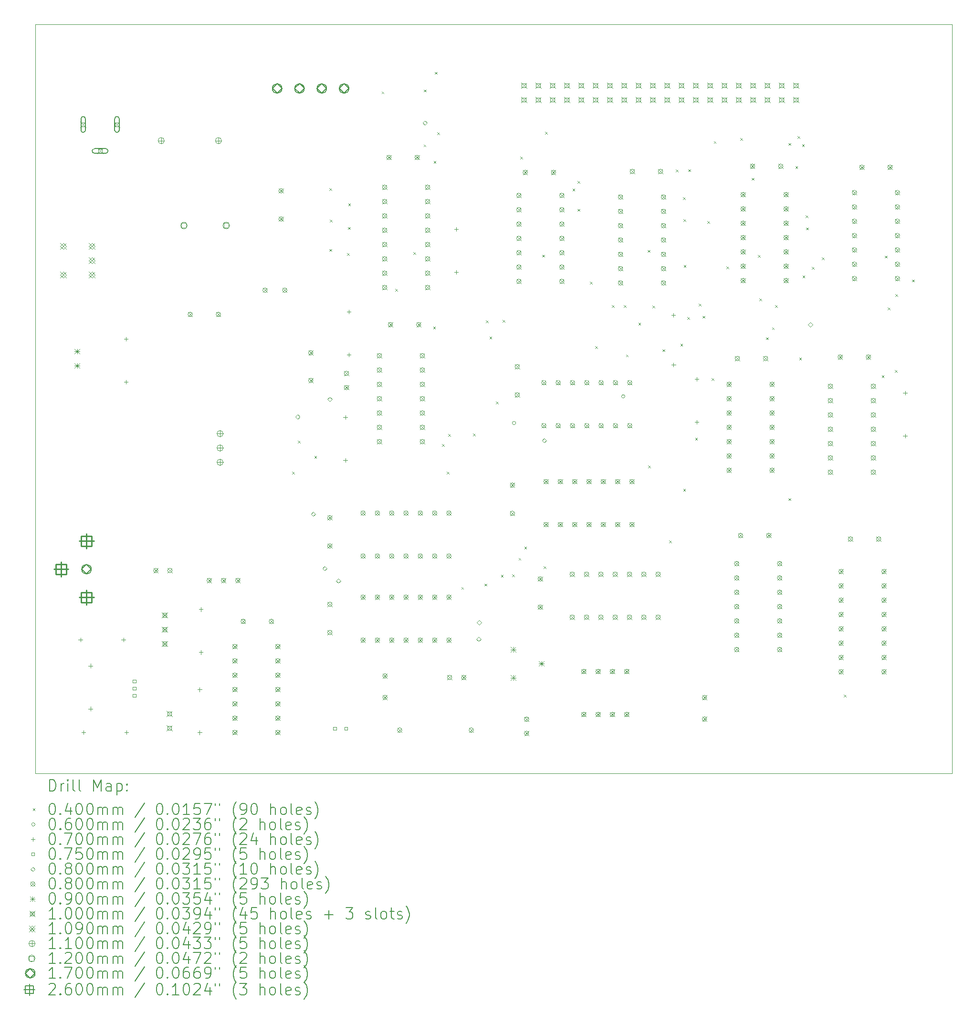
<source format=gbr>
%FSLAX45Y45*%
G04 Gerber Fmt 4.5, Leading zero omitted, Abs format (unit mm)*
G04 Created by KiCad (PCBNEW (6.0.5)) date 2025-05-16 22:36:22*
%MOMM*%
%LPD*%
G01*
G04 APERTURE LIST*
%TA.AperFunction,Profile*%
%ADD10C,0.050000*%
%TD*%
%ADD11C,0.200000*%
%ADD12C,0.040000*%
%ADD13C,0.060000*%
%ADD14C,0.070000*%
%ADD15C,0.075000*%
%ADD16C,0.080000*%
%ADD17C,0.090000*%
%ADD18C,0.100000*%
%ADD19C,0.109000*%
%ADD20C,0.110000*%
%ADD21C,0.120000*%
%ADD22C,0.170000*%
%ADD23C,0.260000*%
G04 APERTURE END LIST*
D10*
X29380180Y-21810980D02*
X13116560Y-21810980D01*
X13116560Y-21810980D02*
X13116560Y-8526780D01*
X13116560Y-8526780D02*
X29380180Y-8526780D01*
X29380180Y-8526780D02*
X29380180Y-21810980D01*
D11*
D12*
X17676180Y-16464600D02*
X17716180Y-16504600D01*
X17716180Y-16464600D02*
X17676180Y-16504600D01*
X17775240Y-15913420D02*
X17815240Y-15953420D01*
X17815240Y-15913420D02*
X17775240Y-15953420D01*
X18067340Y-16180120D02*
X18107340Y-16220120D01*
X18107340Y-16180120D02*
X18067340Y-16220120D01*
X18336580Y-11435400D02*
X18376580Y-11475400D01*
X18376580Y-11435400D02*
X18336580Y-11475400D01*
X18336580Y-12512360D02*
X18376580Y-12552360D01*
X18376580Y-12512360D02*
X18336580Y-12552360D01*
X18344200Y-11989120D02*
X18384200Y-12029120D01*
X18384200Y-11989120D02*
X18344200Y-12029120D01*
X18649000Y-12583480D02*
X18689000Y-12623480D01*
X18689000Y-12583480D02*
X18649000Y-12623480D01*
X18666780Y-12123740D02*
X18706780Y-12163740D01*
X18706780Y-12123740D02*
X18666780Y-12163740D01*
X18669320Y-11704640D02*
X18709320Y-11744640D01*
X18709320Y-11704640D02*
X18669320Y-11744640D01*
X19261140Y-9718360D02*
X19301140Y-9758360D01*
X19301140Y-9718360D02*
X19261140Y-9758360D01*
X19502440Y-13218480D02*
X19542440Y-13258480D01*
X19542440Y-13218480D02*
X19502440Y-13258480D01*
X19827560Y-12568240D02*
X19867560Y-12608240D01*
X19867560Y-12568240D02*
X19827560Y-12608240D01*
X20007900Y-10658160D02*
X20047900Y-10698160D01*
X20047900Y-10658160D02*
X20007900Y-10698160D01*
X20010440Y-9685340D02*
X20050440Y-9725340D01*
X20050440Y-9685340D02*
X20010440Y-9725340D01*
X20175540Y-13889040D02*
X20215540Y-13929040D01*
X20215540Y-13889040D02*
X20175540Y-13929040D01*
X20185700Y-10947720D02*
X20225700Y-10987720D01*
X20225700Y-10947720D02*
X20185700Y-10987720D01*
X20203480Y-9370380D02*
X20243480Y-9410380D01*
X20243480Y-9370380D02*
X20203480Y-9410380D01*
X20250970Y-10440490D02*
X20290970Y-10480490D01*
X20290970Y-10440490D02*
X20250970Y-10480490D01*
X20330480Y-15969300D02*
X20370480Y-16009300D01*
X20370480Y-15969300D02*
X20330480Y-16009300D01*
X20416840Y-16459520D02*
X20456840Y-16499520D01*
X20456840Y-16459520D02*
X20416840Y-16499520D01*
X20444780Y-15794040D02*
X20484780Y-15834040D01*
X20484780Y-15794040D02*
X20444780Y-15834040D01*
X20675920Y-18506760D02*
X20715920Y-18546760D01*
X20715920Y-18506760D02*
X20675920Y-18546760D01*
X20881660Y-15783880D02*
X20921660Y-15823880D01*
X20921660Y-15783880D02*
X20881660Y-15823880D01*
X21084860Y-18448340D02*
X21124860Y-18488340D01*
X21124860Y-18448340D02*
X21084860Y-18488340D01*
X21114070Y-13776010D02*
X21154070Y-13816010D01*
X21154070Y-13776010D02*
X21114070Y-13816010D01*
X21175030Y-14063030D02*
X21215030Y-14103030D01*
X21215030Y-14063030D02*
X21175030Y-14103030D01*
X21290600Y-15214920D02*
X21330600Y-15254920D01*
X21330600Y-15214920D02*
X21290600Y-15254920D01*
X21379500Y-18293400D02*
X21419500Y-18333400D01*
X21419500Y-18293400D02*
X21379500Y-18333400D01*
X21406170Y-13768390D02*
X21446170Y-13808390D01*
X21446170Y-13768390D02*
X21406170Y-13808390D01*
X21577620Y-18283240D02*
X21617620Y-18323240D01*
X21617620Y-18283240D02*
X21577620Y-18323240D01*
X21691920Y-17991140D02*
X21731920Y-18031140D01*
X21731920Y-17991140D02*
X21691920Y-18031140D01*
X21722400Y-10876600D02*
X21762400Y-10916600D01*
X21762400Y-10876600D02*
X21722400Y-10916600D01*
X21793520Y-17793020D02*
X21833520Y-17833020D01*
X21833520Y-17793020D02*
X21793520Y-17833020D01*
X22113560Y-12613960D02*
X22153560Y-12653960D01*
X22153560Y-12613960D02*
X22113560Y-12653960D01*
X22138960Y-18141000D02*
X22178960Y-18181000D01*
X22178960Y-18141000D02*
X22138960Y-18181000D01*
X22159280Y-10434640D02*
X22199280Y-10474640D01*
X22199280Y-10434640D02*
X22159280Y-10474640D01*
X22649500Y-11440480D02*
X22689500Y-11480480D01*
X22689500Y-11440480D02*
X22649500Y-11480480D01*
X22735860Y-11305860D02*
X22775860Y-11345860D01*
X22775860Y-11305860D02*
X22735860Y-11345860D01*
X22735860Y-11801160D02*
X22775860Y-11841160D01*
X22775860Y-11801160D02*
X22735860Y-11841160D01*
X22959380Y-13094020D02*
X22999380Y-13134020D01*
X22999380Y-13094020D02*
X22959380Y-13134020D01*
X23050820Y-14234480D02*
X23090820Y-14274480D01*
X23090820Y-14234480D02*
X23050820Y-14274480D01*
X23348000Y-13505500D02*
X23388000Y-13545500D01*
X23388000Y-13505500D02*
X23348000Y-13545500D01*
X23556280Y-13508040D02*
X23596280Y-13548040D01*
X23596280Y-13508040D02*
X23556280Y-13548040D01*
X23596920Y-14384340D02*
X23636920Y-14424340D01*
X23636920Y-14384340D02*
X23596920Y-14424340D01*
X23817900Y-13820460D02*
X23857900Y-13860460D01*
X23857900Y-13820460D02*
X23817900Y-13860460D01*
X23980460Y-12530140D02*
X24020460Y-12570140D01*
X24020460Y-12530140D02*
X23980460Y-12570140D01*
X23988080Y-16352840D02*
X24028080Y-16392840D01*
X24028080Y-16352840D02*
X23988080Y-16392840D01*
X24069360Y-13515660D02*
X24109360Y-13555660D01*
X24109360Y-13515660D02*
X24069360Y-13555660D01*
X24247160Y-14290360D02*
X24287160Y-14330360D01*
X24287160Y-14290360D02*
X24247160Y-14330360D01*
X24364000Y-17678720D02*
X24404000Y-17718720D01*
X24404000Y-17678720D02*
X24364000Y-17718720D01*
X24480840Y-11105200D02*
X24520840Y-11145200D01*
X24520840Y-11105200D02*
X24480840Y-11145200D01*
X24562120Y-14193840D02*
X24602120Y-14233840D01*
X24602120Y-14193840D02*
X24562120Y-14233840D01*
X24607840Y-11592880D02*
X24647840Y-11632880D01*
X24647840Y-11592880D02*
X24607840Y-11632880D01*
X24612920Y-16769400D02*
X24652920Y-16809400D01*
X24652920Y-16769400D02*
X24612920Y-16809400D01*
X24615460Y-11984040D02*
X24655460Y-12024040D01*
X24655460Y-11984040D02*
X24615460Y-12024040D01*
X24620540Y-12794300D02*
X24660540Y-12834300D01*
X24660540Y-12794300D02*
X24620540Y-12834300D01*
X24684040Y-13716320D02*
X24724040Y-13756320D01*
X24724040Y-13716320D02*
X24684040Y-13756320D01*
X24701820Y-11097580D02*
X24741820Y-11137580D01*
X24741820Y-11097580D02*
X24701820Y-11137580D01*
X24823740Y-15862620D02*
X24863740Y-15902620D01*
X24863740Y-15862620D02*
X24823740Y-15902620D01*
X24887240Y-13480100D02*
X24927240Y-13520100D01*
X24927240Y-13480100D02*
X24887240Y-13520100D01*
X24955820Y-13698540D02*
X24995820Y-13738540D01*
X24995820Y-13698540D02*
X24955820Y-13738540D01*
X25042180Y-12019600D02*
X25082180Y-12059600D01*
X25082180Y-12019600D02*
X25042180Y-12059600D01*
X25115840Y-14800900D02*
X25155840Y-14840900D01*
X25155840Y-14800900D02*
X25115840Y-14840900D01*
X25153940Y-10599740D02*
X25193940Y-10639740D01*
X25193940Y-10599740D02*
X25153940Y-10639740D01*
X25377460Y-12819700D02*
X25417460Y-12859700D01*
X25417460Y-12819700D02*
X25377460Y-12859700D01*
X25623840Y-10543860D02*
X25663840Y-10583860D01*
X25663840Y-10543860D02*
X25623840Y-10583860D01*
X25829580Y-11249980D02*
X25869580Y-11289980D01*
X25869580Y-11249980D02*
X25829580Y-11289980D01*
X25936260Y-12616500D02*
X25976260Y-12656500D01*
X25976260Y-12616500D02*
X25936260Y-12656500D01*
X25964200Y-13386120D02*
X26004200Y-13426120D01*
X26004200Y-13386120D02*
X25964200Y-13426120D01*
X26081040Y-14079540D02*
X26121040Y-14119540D01*
X26121040Y-14079540D02*
X26081040Y-14119540D01*
X26187720Y-13901740D02*
X26227720Y-13941740D01*
X26227720Y-13901740D02*
X26187720Y-13941740D01*
X26243600Y-13508040D02*
X26283600Y-13548040D01*
X26283600Y-13508040D02*
X26243600Y-13548040D01*
X26477280Y-10632760D02*
X26517280Y-10672760D01*
X26517280Y-10632760D02*
X26477280Y-10672760D01*
X26477280Y-16931960D02*
X26517280Y-16971960D01*
X26517280Y-16931960D02*
X26477280Y-16971960D01*
X26601740Y-11041700D02*
X26641740Y-11081700D01*
X26641740Y-11041700D02*
X26601740Y-11081700D01*
X26642380Y-10508300D02*
X26682380Y-10548300D01*
X26682380Y-10508300D02*
X26642380Y-10548300D01*
X26670320Y-14440220D02*
X26710320Y-14480220D01*
X26710320Y-14440220D02*
X26670320Y-14480220D01*
X26721120Y-10655620D02*
X26761120Y-10695620D01*
X26761120Y-10655620D02*
X26721120Y-10695620D01*
X26728740Y-12984800D02*
X26768740Y-13024800D01*
X26768740Y-12984800D02*
X26728740Y-13024800D01*
X26784620Y-11915460D02*
X26824620Y-11955460D01*
X26824620Y-11915460D02*
X26784620Y-11955460D01*
X26792240Y-12131360D02*
X26832240Y-12171360D01*
X26832240Y-12131360D02*
X26792240Y-12171360D01*
X26893840Y-12827320D02*
X26933840Y-12867320D01*
X26933840Y-12827320D02*
X26893840Y-12867320D01*
X27071640Y-12662220D02*
X27111640Y-12702220D01*
X27111640Y-12662220D02*
X27071640Y-12702220D01*
X27460260Y-20416840D02*
X27500260Y-20456840D01*
X27500260Y-20416840D02*
X27460260Y-20456840D01*
X28135900Y-14752640D02*
X28175900Y-14792640D01*
X28175900Y-14752640D02*
X28135900Y-14792640D01*
X28191780Y-12631740D02*
X28231780Y-12671740D01*
X28231780Y-12631740D02*
X28191780Y-12671740D01*
X28240040Y-13551220D02*
X28280040Y-13591220D01*
X28280040Y-13551220D02*
X28240040Y-13591220D01*
X28369580Y-14656120D02*
X28409580Y-14696120D01*
X28409580Y-14656120D02*
X28369580Y-14696120D01*
X28374660Y-13315000D02*
X28414660Y-13355000D01*
X28414660Y-13315000D02*
X28374660Y-13355000D01*
X28671840Y-13053380D02*
X28711840Y-13093380D01*
X28711840Y-13053380D02*
X28671840Y-13093380D01*
D13*
X21642860Y-15598140D02*
G75*
G03*
X21642860Y-15598140I-30000J0D01*
G01*
X23578340Y-15125700D02*
G75*
G03*
X23578340Y-15125700I-30000J0D01*
G01*
D14*
X13919200Y-19408700D02*
X13919200Y-19478700D01*
X13884200Y-19443700D02*
X13954200Y-19443700D01*
X13972540Y-21049540D02*
X13972540Y-21119540D01*
X13937540Y-21084540D02*
X14007540Y-21084540D01*
X14097000Y-19868440D02*
X14097000Y-19938440D01*
X14062000Y-19903440D02*
X14132000Y-19903440D01*
X14097000Y-20630440D02*
X14097000Y-20700440D01*
X14062000Y-20665440D02*
X14132000Y-20665440D01*
X14681200Y-19408700D02*
X14681200Y-19478700D01*
X14646200Y-19443700D02*
X14716200Y-19443700D01*
X14726920Y-14072160D02*
X14726920Y-14142160D01*
X14691920Y-14107160D02*
X14761920Y-14107160D01*
X14726920Y-14834160D02*
X14726920Y-14904160D01*
X14691920Y-14869160D02*
X14761920Y-14869160D01*
X14734540Y-21049540D02*
X14734540Y-21119540D01*
X14699540Y-21084540D02*
X14769540Y-21084540D01*
X16035020Y-20290080D02*
X16035020Y-20360080D01*
X16000020Y-20325080D02*
X16070020Y-20325080D01*
X16035020Y-21052080D02*
X16035020Y-21122080D01*
X16000020Y-21087080D02*
X16070020Y-21087080D01*
X16057880Y-18867680D02*
X16057880Y-18937680D01*
X16022880Y-18902680D02*
X16092880Y-18902680D01*
X16057880Y-19629680D02*
X16057880Y-19699680D01*
X16022880Y-19664680D02*
X16092880Y-19664680D01*
X18618200Y-15461540D02*
X18618200Y-15531540D01*
X18583200Y-15496540D02*
X18653200Y-15496540D01*
X18618200Y-16223540D02*
X18618200Y-16293540D01*
X18583200Y-16258540D02*
X18653200Y-16258540D01*
X18684240Y-13589560D02*
X18684240Y-13659560D01*
X18649240Y-13624560D02*
X18719240Y-13624560D01*
X18684240Y-14351560D02*
X18684240Y-14421560D01*
X18649240Y-14386560D02*
X18719240Y-14386560D01*
X20586700Y-12126520D02*
X20586700Y-12196520D01*
X20551700Y-12161520D02*
X20621700Y-12161520D01*
X20586700Y-12888520D02*
X20586700Y-12958520D01*
X20551700Y-12923520D02*
X20621700Y-12923520D01*
X24437340Y-13647980D02*
X24437340Y-13717980D01*
X24402340Y-13682980D02*
X24472340Y-13682980D01*
X24442420Y-14531900D02*
X24442420Y-14601900D01*
X24407420Y-14566900D02*
X24477420Y-14566900D01*
X24853900Y-14780820D02*
X24853900Y-14850820D01*
X24818900Y-14815820D02*
X24888900Y-14815820D01*
X24853900Y-15542820D02*
X24853900Y-15612820D01*
X24818900Y-15577820D02*
X24888900Y-15577820D01*
X28549600Y-15027200D02*
X28549600Y-15097200D01*
X28514600Y-15062200D02*
X28584600Y-15062200D01*
X28549600Y-15789200D02*
X28549600Y-15859200D01*
X28514600Y-15824200D02*
X28584600Y-15824200D01*
D15*
X14902857Y-20204277D02*
X14902857Y-20151243D01*
X14849823Y-20151243D01*
X14849823Y-20204277D01*
X14902857Y-20204277D01*
X14902857Y-20331277D02*
X14902857Y-20278243D01*
X14849823Y-20278243D01*
X14849823Y-20331277D01*
X14902857Y-20331277D01*
X14902857Y-20458277D02*
X14902857Y-20405243D01*
X14849823Y-20405243D01*
X14849823Y-20458277D01*
X14902857Y-20458277D01*
X18458357Y-21043357D02*
X18458357Y-20990323D01*
X18405323Y-20990323D01*
X18405323Y-21043357D01*
X18458357Y-21043357D01*
X18658357Y-21043357D02*
X18658357Y-20990323D01*
X18605323Y-20990323D01*
X18605323Y-21043357D01*
X18658357Y-21043357D01*
D16*
X17772380Y-15528920D02*
X17812380Y-15488920D01*
X17772380Y-15448920D01*
X17732380Y-15488920D01*
X17772380Y-15528920D01*
X18049240Y-17251040D02*
X18089240Y-17211040D01*
X18049240Y-17171040D01*
X18009240Y-17211040D01*
X18049240Y-17251040D01*
X18252440Y-18216240D02*
X18292440Y-18176240D01*
X18252440Y-18136240D01*
X18212440Y-18176240D01*
X18252440Y-18216240D01*
X18341340Y-15216500D02*
X18381340Y-15176500D01*
X18341340Y-15136500D01*
X18301340Y-15176500D01*
X18341340Y-15216500D01*
X18496280Y-18437220D02*
X18536280Y-18397220D01*
X18496280Y-18357220D01*
X18456280Y-18397220D01*
X18496280Y-18437220D01*
X20030440Y-10314300D02*
X20070440Y-10274300D01*
X20030440Y-10234300D01*
X19990440Y-10274300D01*
X20030440Y-10314300D01*
X20982940Y-19468460D02*
X21022940Y-19428460D01*
X20982940Y-19388460D01*
X20942940Y-19428460D01*
X20982940Y-19468460D01*
X20993100Y-19176360D02*
X21033100Y-19136360D01*
X20993100Y-19096360D01*
X20953100Y-19136360D01*
X20993100Y-19176360D01*
X22146260Y-15948020D02*
X22186260Y-15908020D01*
X22146260Y-15868020D01*
X22106260Y-15908020D01*
X22146260Y-15948020D01*
X26868120Y-13893160D02*
X26908120Y-13853160D01*
X26868120Y-13813160D01*
X26828120Y-13853160D01*
X26868120Y-13893160D01*
X15216382Y-18174340D02*
X15296382Y-18254340D01*
X15296382Y-18174340D02*
X15216382Y-18254340D01*
X15296382Y-18214340D02*
G75*
G03*
X15296382Y-18214340I-40000J0D01*
G01*
X15466382Y-18174340D02*
X15546382Y-18254340D01*
X15546382Y-18174340D02*
X15466382Y-18254340D01*
X15546382Y-18214340D02*
G75*
G03*
X15546382Y-18214340I-40000J0D01*
G01*
X15826300Y-13630280D02*
X15906300Y-13710280D01*
X15906300Y-13630280D02*
X15826300Y-13710280D01*
X15906300Y-13670280D02*
G75*
G03*
X15906300Y-13670280I-40000J0D01*
G01*
X16162660Y-18349600D02*
X16242660Y-18429600D01*
X16242660Y-18349600D02*
X16162660Y-18429600D01*
X16242660Y-18389600D02*
G75*
G03*
X16242660Y-18389600I-40000J0D01*
G01*
X16326300Y-13630280D02*
X16406300Y-13710280D01*
X16406300Y-13630280D02*
X16326300Y-13710280D01*
X16406300Y-13670280D02*
G75*
G03*
X16406300Y-13670280I-40000J0D01*
G01*
X16416660Y-18349600D02*
X16496660Y-18429600D01*
X16496660Y-18349600D02*
X16416660Y-18429600D01*
X16496660Y-18389600D02*
G75*
G03*
X16496660Y-18389600I-40000J0D01*
G01*
X16618320Y-19522580D02*
X16698320Y-19602580D01*
X16698320Y-19522580D02*
X16618320Y-19602580D01*
X16698320Y-19562580D02*
G75*
G03*
X16698320Y-19562580I-40000J0D01*
G01*
X16618320Y-19776580D02*
X16698320Y-19856580D01*
X16698320Y-19776580D02*
X16618320Y-19856580D01*
X16698320Y-19816580D02*
G75*
G03*
X16698320Y-19816580I-40000J0D01*
G01*
X16618320Y-20030580D02*
X16698320Y-20110580D01*
X16698320Y-20030580D02*
X16618320Y-20110580D01*
X16698320Y-20070580D02*
G75*
G03*
X16698320Y-20070580I-40000J0D01*
G01*
X16618320Y-20284580D02*
X16698320Y-20364580D01*
X16698320Y-20284580D02*
X16618320Y-20364580D01*
X16698320Y-20324580D02*
G75*
G03*
X16698320Y-20324580I-40000J0D01*
G01*
X16618320Y-20538580D02*
X16698320Y-20618580D01*
X16698320Y-20538580D02*
X16618320Y-20618580D01*
X16698320Y-20578580D02*
G75*
G03*
X16698320Y-20578580I-40000J0D01*
G01*
X16618320Y-20792580D02*
X16698320Y-20872580D01*
X16698320Y-20792580D02*
X16618320Y-20872580D01*
X16698320Y-20832580D02*
G75*
G03*
X16698320Y-20832580I-40000J0D01*
G01*
X16618320Y-21046580D02*
X16698320Y-21126580D01*
X16698320Y-21046580D02*
X16618320Y-21126580D01*
X16698320Y-21086580D02*
G75*
G03*
X16698320Y-21086580I-40000J0D01*
G01*
X16670660Y-18349600D02*
X16750660Y-18429600D01*
X16750660Y-18349600D02*
X16670660Y-18429600D01*
X16750660Y-18389600D02*
G75*
G03*
X16750660Y-18389600I-40000J0D01*
G01*
X16766100Y-19076040D02*
X16846100Y-19156040D01*
X16846100Y-19076040D02*
X16766100Y-19156040D01*
X16846100Y-19116040D02*
G75*
G03*
X16846100Y-19116040I-40000J0D01*
G01*
X17153945Y-13201020D02*
X17233945Y-13281020D01*
X17233945Y-13201020D02*
X17153945Y-13281020D01*
X17233945Y-13241020D02*
G75*
G03*
X17233945Y-13241020I-40000J0D01*
G01*
X17266100Y-19076040D02*
X17346100Y-19156040D01*
X17346100Y-19076040D02*
X17266100Y-19156040D01*
X17346100Y-19116040D02*
G75*
G03*
X17346100Y-19116040I-40000J0D01*
G01*
X17380320Y-19522580D02*
X17460320Y-19602580D01*
X17460320Y-19522580D02*
X17380320Y-19602580D01*
X17460320Y-19562580D02*
G75*
G03*
X17460320Y-19562580I-40000J0D01*
G01*
X17380320Y-19776580D02*
X17460320Y-19856580D01*
X17460320Y-19776580D02*
X17380320Y-19856580D01*
X17460320Y-19816580D02*
G75*
G03*
X17460320Y-19816580I-40000J0D01*
G01*
X17380320Y-20030580D02*
X17460320Y-20110580D01*
X17460320Y-20030580D02*
X17380320Y-20110580D01*
X17460320Y-20070580D02*
G75*
G03*
X17460320Y-20070580I-40000J0D01*
G01*
X17380320Y-20284580D02*
X17460320Y-20364580D01*
X17460320Y-20284580D02*
X17380320Y-20364580D01*
X17460320Y-20324580D02*
G75*
G03*
X17460320Y-20324580I-40000J0D01*
G01*
X17380320Y-20538580D02*
X17460320Y-20618580D01*
X17460320Y-20538580D02*
X17380320Y-20618580D01*
X17460320Y-20578580D02*
G75*
G03*
X17460320Y-20578580I-40000J0D01*
G01*
X17380320Y-20792580D02*
X17460320Y-20872580D01*
X17460320Y-20792580D02*
X17380320Y-20872580D01*
X17460320Y-20832580D02*
G75*
G03*
X17460320Y-20832580I-40000J0D01*
G01*
X17380320Y-21046580D02*
X17460320Y-21126580D01*
X17460320Y-21046580D02*
X17380320Y-21126580D01*
X17460320Y-21086580D02*
G75*
G03*
X17460320Y-21086580I-40000J0D01*
G01*
X17437740Y-11439720D02*
X17517740Y-11519720D01*
X17517740Y-11439720D02*
X17437740Y-11519720D01*
X17517740Y-11479720D02*
G75*
G03*
X17517740Y-11479720I-40000J0D01*
G01*
X17437740Y-11939720D02*
X17517740Y-12019720D01*
X17517740Y-11939720D02*
X17437740Y-12019720D01*
X17517740Y-11979720D02*
G75*
G03*
X17517740Y-11979720I-40000J0D01*
G01*
X17503945Y-13201020D02*
X17583945Y-13281020D01*
X17583945Y-13201020D02*
X17503945Y-13281020D01*
X17583945Y-13241020D02*
G75*
G03*
X17583945Y-13241020I-40000J0D01*
G01*
X17966060Y-14312380D02*
X18046060Y-14392380D01*
X18046060Y-14312380D02*
X17966060Y-14392380D01*
X18046060Y-14352380D02*
G75*
G03*
X18046060Y-14352380I-40000J0D01*
G01*
X17966060Y-14802380D02*
X18046060Y-14882380D01*
X18046060Y-14802380D02*
X17966060Y-14882380D01*
X18046060Y-14842380D02*
G75*
G03*
X18046060Y-14842380I-40000J0D01*
G01*
X18301340Y-17238540D02*
X18381340Y-17318540D01*
X18381340Y-17238540D02*
X18301340Y-17318540D01*
X18381340Y-17278540D02*
G75*
G03*
X18381340Y-17278540I-40000J0D01*
G01*
X18301340Y-17738540D02*
X18381340Y-17818540D01*
X18381340Y-17738540D02*
X18301340Y-17818540D01*
X18381340Y-17778540D02*
G75*
G03*
X18381340Y-17778540I-40000J0D01*
G01*
X18303880Y-18772700D02*
X18383880Y-18852700D01*
X18383880Y-18772700D02*
X18303880Y-18852700D01*
X18383880Y-18812700D02*
G75*
G03*
X18383880Y-18812700I-40000J0D01*
G01*
X18303880Y-19272700D02*
X18383880Y-19352700D01*
X18383880Y-19272700D02*
X18303880Y-19352700D01*
X18383880Y-19312700D02*
G75*
G03*
X18383880Y-19312700I-40000J0D01*
G01*
X18598520Y-14678220D02*
X18678520Y-14758220D01*
X18678520Y-14678220D02*
X18598520Y-14758220D01*
X18678520Y-14718220D02*
G75*
G03*
X18678520Y-14718220I-40000J0D01*
G01*
X18598520Y-14928220D02*
X18678520Y-15008220D01*
X18678520Y-14928220D02*
X18598520Y-15008220D01*
X18678520Y-14968220D02*
G75*
G03*
X18678520Y-14968220I-40000J0D01*
G01*
X18892660Y-17154800D02*
X18972660Y-17234800D01*
X18972660Y-17154800D02*
X18892660Y-17234800D01*
X18972660Y-17194800D02*
G75*
G03*
X18972660Y-17194800I-40000J0D01*
G01*
X18892660Y-17916800D02*
X18972660Y-17996800D01*
X18972660Y-17916800D02*
X18892660Y-17996800D01*
X18972660Y-17956800D02*
G75*
G03*
X18972660Y-17956800I-40000J0D01*
G01*
X18892660Y-18645780D02*
X18972660Y-18725780D01*
X18972660Y-18645780D02*
X18892660Y-18725780D01*
X18972660Y-18685780D02*
G75*
G03*
X18972660Y-18685780I-40000J0D01*
G01*
X18892660Y-19407780D02*
X18972660Y-19487780D01*
X18972660Y-19407780D02*
X18892660Y-19487780D01*
X18972660Y-19447780D02*
G75*
G03*
X18972660Y-19447780I-40000J0D01*
G01*
X19146660Y-17154800D02*
X19226660Y-17234800D01*
X19226660Y-17154800D02*
X19146660Y-17234800D01*
X19226660Y-17194800D02*
G75*
G03*
X19226660Y-17194800I-40000J0D01*
G01*
X19146660Y-17916800D02*
X19226660Y-17996800D01*
X19226660Y-17916800D02*
X19146660Y-17996800D01*
X19226660Y-17956800D02*
G75*
G03*
X19226660Y-17956800I-40000J0D01*
G01*
X19146660Y-18645780D02*
X19226660Y-18725780D01*
X19226660Y-18645780D02*
X19146660Y-18725780D01*
X19226660Y-18685780D02*
G75*
G03*
X19226660Y-18685780I-40000J0D01*
G01*
X19146660Y-19407780D02*
X19226660Y-19487780D01*
X19226660Y-19407780D02*
X19146660Y-19487780D01*
X19226660Y-19447780D02*
G75*
G03*
X19226660Y-19447780I-40000J0D01*
G01*
X19183720Y-14363840D02*
X19263720Y-14443840D01*
X19263720Y-14363840D02*
X19183720Y-14443840D01*
X19263720Y-14403840D02*
G75*
G03*
X19263720Y-14403840I-40000J0D01*
G01*
X19183720Y-14617840D02*
X19263720Y-14697840D01*
X19263720Y-14617840D02*
X19183720Y-14697840D01*
X19263720Y-14657840D02*
G75*
G03*
X19263720Y-14657840I-40000J0D01*
G01*
X19183720Y-14871840D02*
X19263720Y-14951840D01*
X19263720Y-14871840D02*
X19183720Y-14951840D01*
X19263720Y-14911840D02*
G75*
G03*
X19263720Y-14911840I-40000J0D01*
G01*
X19183720Y-15125840D02*
X19263720Y-15205840D01*
X19263720Y-15125840D02*
X19183720Y-15205840D01*
X19263720Y-15165840D02*
G75*
G03*
X19263720Y-15165840I-40000J0D01*
G01*
X19183720Y-15379840D02*
X19263720Y-15459840D01*
X19263720Y-15379840D02*
X19183720Y-15459840D01*
X19263720Y-15419840D02*
G75*
G03*
X19263720Y-15419840I-40000J0D01*
G01*
X19183720Y-15633840D02*
X19263720Y-15713840D01*
X19263720Y-15633840D02*
X19183720Y-15713840D01*
X19263720Y-15673840D02*
G75*
G03*
X19263720Y-15673840I-40000J0D01*
G01*
X19183720Y-15887840D02*
X19263720Y-15967840D01*
X19263720Y-15887840D02*
X19183720Y-15967840D01*
X19263720Y-15927840D02*
G75*
G03*
X19263720Y-15927840I-40000J0D01*
G01*
X19275160Y-11376260D02*
X19355160Y-11456260D01*
X19355160Y-11376260D02*
X19275160Y-11456260D01*
X19355160Y-11416260D02*
G75*
G03*
X19355160Y-11416260I-40000J0D01*
G01*
X19275160Y-11630260D02*
X19355160Y-11710260D01*
X19355160Y-11630260D02*
X19275160Y-11710260D01*
X19355160Y-11670260D02*
G75*
G03*
X19355160Y-11670260I-40000J0D01*
G01*
X19275160Y-11884260D02*
X19355160Y-11964260D01*
X19355160Y-11884260D02*
X19275160Y-11964260D01*
X19355160Y-11924260D02*
G75*
G03*
X19355160Y-11924260I-40000J0D01*
G01*
X19275160Y-12138260D02*
X19355160Y-12218260D01*
X19355160Y-12138260D02*
X19275160Y-12218260D01*
X19355160Y-12178260D02*
G75*
G03*
X19355160Y-12178260I-40000J0D01*
G01*
X19275160Y-12392260D02*
X19355160Y-12472260D01*
X19355160Y-12392260D02*
X19275160Y-12472260D01*
X19355160Y-12432260D02*
G75*
G03*
X19355160Y-12432260I-40000J0D01*
G01*
X19275160Y-12646260D02*
X19355160Y-12726260D01*
X19355160Y-12646260D02*
X19275160Y-12726260D01*
X19355160Y-12686260D02*
G75*
G03*
X19355160Y-12686260I-40000J0D01*
G01*
X19275160Y-12900260D02*
X19355160Y-12980260D01*
X19355160Y-12900260D02*
X19275160Y-12980260D01*
X19355160Y-12940260D02*
G75*
G03*
X19355160Y-12940260I-40000J0D01*
G01*
X19275160Y-13154260D02*
X19355160Y-13234260D01*
X19355160Y-13154260D02*
X19275160Y-13234260D01*
X19355160Y-13194260D02*
G75*
G03*
X19355160Y-13194260I-40000J0D01*
G01*
X19281780Y-20043855D02*
X19361780Y-20123855D01*
X19361780Y-20043855D02*
X19281780Y-20123855D01*
X19361780Y-20083855D02*
G75*
G03*
X19361780Y-20083855I-40000J0D01*
G01*
X19281780Y-20423855D02*
X19361780Y-20503855D01*
X19361780Y-20423855D02*
X19281780Y-20503855D01*
X19361780Y-20463855D02*
G75*
G03*
X19361780Y-20463855I-40000J0D01*
G01*
X19351820Y-10846440D02*
X19431820Y-10926440D01*
X19431820Y-10846440D02*
X19351820Y-10926440D01*
X19431820Y-10886440D02*
G75*
G03*
X19431820Y-10886440I-40000J0D01*
G01*
X19379760Y-13813160D02*
X19459760Y-13893160D01*
X19459760Y-13813160D02*
X19379760Y-13893160D01*
X19459760Y-13853160D02*
G75*
G03*
X19459760Y-13853160I-40000J0D01*
G01*
X19400660Y-17154800D02*
X19480660Y-17234800D01*
X19480660Y-17154800D02*
X19400660Y-17234800D01*
X19480660Y-17194800D02*
G75*
G03*
X19480660Y-17194800I-40000J0D01*
G01*
X19400660Y-17916800D02*
X19480660Y-17996800D01*
X19480660Y-17916800D02*
X19400660Y-17996800D01*
X19480660Y-17956800D02*
G75*
G03*
X19480660Y-17956800I-40000J0D01*
G01*
X19400660Y-18645780D02*
X19480660Y-18725780D01*
X19480660Y-18645780D02*
X19400660Y-18725780D01*
X19480660Y-18685780D02*
G75*
G03*
X19480660Y-18685780I-40000J0D01*
G01*
X19400660Y-19407780D02*
X19480660Y-19487780D01*
X19480660Y-19407780D02*
X19400660Y-19487780D01*
X19480660Y-19447780D02*
G75*
G03*
X19480660Y-19447780I-40000J0D01*
G01*
X19543400Y-21003900D02*
X19623400Y-21083900D01*
X19623400Y-21003900D02*
X19543400Y-21083900D01*
X19623400Y-21043900D02*
G75*
G03*
X19623400Y-21043900I-40000J0D01*
G01*
X19654660Y-17154800D02*
X19734660Y-17234800D01*
X19734660Y-17154800D02*
X19654660Y-17234800D01*
X19734660Y-17194800D02*
G75*
G03*
X19734660Y-17194800I-40000J0D01*
G01*
X19654660Y-17916800D02*
X19734660Y-17996800D01*
X19734660Y-17916800D02*
X19654660Y-17996800D01*
X19734660Y-17956800D02*
G75*
G03*
X19734660Y-17956800I-40000J0D01*
G01*
X19654660Y-18645780D02*
X19734660Y-18725780D01*
X19734660Y-18645780D02*
X19654660Y-18725780D01*
X19734660Y-18685780D02*
G75*
G03*
X19734660Y-18685780I-40000J0D01*
G01*
X19654660Y-19407780D02*
X19734660Y-19487780D01*
X19734660Y-19407780D02*
X19654660Y-19487780D01*
X19734660Y-19447780D02*
G75*
G03*
X19734660Y-19447780I-40000J0D01*
G01*
X19851820Y-10846440D02*
X19931820Y-10926440D01*
X19931820Y-10846440D02*
X19851820Y-10926440D01*
X19931820Y-10886440D02*
G75*
G03*
X19931820Y-10886440I-40000J0D01*
G01*
X19879760Y-13813160D02*
X19959760Y-13893160D01*
X19959760Y-13813160D02*
X19879760Y-13893160D01*
X19959760Y-13853160D02*
G75*
G03*
X19959760Y-13853160I-40000J0D01*
G01*
X19908660Y-17154800D02*
X19988660Y-17234800D01*
X19988660Y-17154800D02*
X19908660Y-17234800D01*
X19988660Y-17194800D02*
G75*
G03*
X19988660Y-17194800I-40000J0D01*
G01*
X19908660Y-17916800D02*
X19988660Y-17996800D01*
X19988660Y-17916800D02*
X19908660Y-17996800D01*
X19988660Y-17956800D02*
G75*
G03*
X19988660Y-17956800I-40000J0D01*
G01*
X19908660Y-18645780D02*
X19988660Y-18725780D01*
X19988660Y-18645780D02*
X19908660Y-18725780D01*
X19988660Y-18685780D02*
G75*
G03*
X19988660Y-18685780I-40000J0D01*
G01*
X19908660Y-19407780D02*
X19988660Y-19487780D01*
X19988660Y-19407780D02*
X19908660Y-19487780D01*
X19988660Y-19447780D02*
G75*
G03*
X19988660Y-19447780I-40000J0D01*
G01*
X19945720Y-14363840D02*
X20025720Y-14443840D01*
X20025720Y-14363840D02*
X19945720Y-14443840D01*
X20025720Y-14403840D02*
G75*
G03*
X20025720Y-14403840I-40000J0D01*
G01*
X19945720Y-14617840D02*
X20025720Y-14697840D01*
X20025720Y-14617840D02*
X19945720Y-14697840D01*
X20025720Y-14657840D02*
G75*
G03*
X20025720Y-14657840I-40000J0D01*
G01*
X19945720Y-14871840D02*
X20025720Y-14951840D01*
X20025720Y-14871840D02*
X19945720Y-14951840D01*
X20025720Y-14911840D02*
G75*
G03*
X20025720Y-14911840I-40000J0D01*
G01*
X19945720Y-15125840D02*
X20025720Y-15205840D01*
X20025720Y-15125840D02*
X19945720Y-15205840D01*
X20025720Y-15165840D02*
G75*
G03*
X20025720Y-15165840I-40000J0D01*
G01*
X19945720Y-15379840D02*
X20025720Y-15459840D01*
X20025720Y-15379840D02*
X19945720Y-15459840D01*
X20025720Y-15419840D02*
G75*
G03*
X20025720Y-15419840I-40000J0D01*
G01*
X19945720Y-15633840D02*
X20025720Y-15713840D01*
X20025720Y-15633840D02*
X19945720Y-15713840D01*
X20025720Y-15673840D02*
G75*
G03*
X20025720Y-15673840I-40000J0D01*
G01*
X19945720Y-15887840D02*
X20025720Y-15967840D01*
X20025720Y-15887840D02*
X19945720Y-15967840D01*
X20025720Y-15927840D02*
G75*
G03*
X20025720Y-15927840I-40000J0D01*
G01*
X20037160Y-11376260D02*
X20117160Y-11456260D01*
X20117160Y-11376260D02*
X20037160Y-11456260D01*
X20117160Y-11416260D02*
G75*
G03*
X20117160Y-11416260I-40000J0D01*
G01*
X20037160Y-11630260D02*
X20117160Y-11710260D01*
X20117160Y-11630260D02*
X20037160Y-11710260D01*
X20117160Y-11670260D02*
G75*
G03*
X20117160Y-11670260I-40000J0D01*
G01*
X20037160Y-11884260D02*
X20117160Y-11964260D01*
X20117160Y-11884260D02*
X20037160Y-11964260D01*
X20117160Y-11924260D02*
G75*
G03*
X20117160Y-11924260I-40000J0D01*
G01*
X20037160Y-12138260D02*
X20117160Y-12218260D01*
X20117160Y-12138260D02*
X20037160Y-12218260D01*
X20117160Y-12178260D02*
G75*
G03*
X20117160Y-12178260I-40000J0D01*
G01*
X20037160Y-12392260D02*
X20117160Y-12472260D01*
X20117160Y-12392260D02*
X20037160Y-12472260D01*
X20117160Y-12432260D02*
G75*
G03*
X20117160Y-12432260I-40000J0D01*
G01*
X20037160Y-12646260D02*
X20117160Y-12726260D01*
X20117160Y-12646260D02*
X20037160Y-12726260D01*
X20117160Y-12686260D02*
G75*
G03*
X20117160Y-12686260I-40000J0D01*
G01*
X20037160Y-12900260D02*
X20117160Y-12980260D01*
X20117160Y-12900260D02*
X20037160Y-12980260D01*
X20117160Y-12940260D02*
G75*
G03*
X20117160Y-12940260I-40000J0D01*
G01*
X20037160Y-13154260D02*
X20117160Y-13234260D01*
X20117160Y-13154260D02*
X20037160Y-13234260D01*
X20117160Y-13194260D02*
G75*
G03*
X20117160Y-13194260I-40000J0D01*
G01*
X20162660Y-17154800D02*
X20242660Y-17234800D01*
X20242660Y-17154800D02*
X20162660Y-17234800D01*
X20242660Y-17194800D02*
G75*
G03*
X20242660Y-17194800I-40000J0D01*
G01*
X20162660Y-17916800D02*
X20242660Y-17996800D01*
X20242660Y-17916800D02*
X20162660Y-17996800D01*
X20242660Y-17956800D02*
G75*
G03*
X20242660Y-17956800I-40000J0D01*
G01*
X20162660Y-18645780D02*
X20242660Y-18725780D01*
X20242660Y-18645780D02*
X20162660Y-18725780D01*
X20242660Y-18685780D02*
G75*
G03*
X20242660Y-18685780I-40000J0D01*
G01*
X20162660Y-19407780D02*
X20242660Y-19487780D01*
X20242660Y-19407780D02*
X20162660Y-19487780D01*
X20242660Y-19447780D02*
G75*
G03*
X20242660Y-19447780I-40000J0D01*
G01*
X20416660Y-17154800D02*
X20496660Y-17234800D01*
X20496660Y-17154800D02*
X20416660Y-17234800D01*
X20496660Y-17194800D02*
G75*
G03*
X20496660Y-17194800I-40000J0D01*
G01*
X20416660Y-17916800D02*
X20496660Y-17996800D01*
X20496660Y-17916800D02*
X20416660Y-17996800D01*
X20496660Y-17956800D02*
G75*
G03*
X20496660Y-17956800I-40000J0D01*
G01*
X20416660Y-18645780D02*
X20496660Y-18725780D01*
X20496660Y-18645780D02*
X20416660Y-18725780D01*
X20496660Y-18685780D02*
G75*
G03*
X20496660Y-18685780I-40000J0D01*
G01*
X20416660Y-19407780D02*
X20496660Y-19487780D01*
X20496660Y-19407780D02*
X20416660Y-19487780D01*
X20496660Y-19447780D02*
G75*
G03*
X20496660Y-19447780I-40000J0D01*
G01*
X20429320Y-20071720D02*
X20509320Y-20151720D01*
X20509320Y-20071720D02*
X20429320Y-20151720D01*
X20509320Y-20111720D02*
G75*
G03*
X20509320Y-20111720I-40000J0D01*
G01*
X20679320Y-20071720D02*
X20759320Y-20151720D01*
X20759320Y-20071720D02*
X20679320Y-20151720D01*
X20759320Y-20111720D02*
G75*
G03*
X20759320Y-20111720I-40000J0D01*
G01*
X20813400Y-21003900D02*
X20893400Y-21083900D01*
X20893400Y-21003900D02*
X20813400Y-21083900D01*
X20893400Y-21043900D02*
G75*
G03*
X20893400Y-21043900I-40000J0D01*
G01*
X21542380Y-16659420D02*
X21622380Y-16739420D01*
X21622380Y-16659420D02*
X21542380Y-16739420D01*
X21622380Y-16699420D02*
G75*
G03*
X21622380Y-16699420I-40000J0D01*
G01*
X21542380Y-17159420D02*
X21622380Y-17239420D01*
X21622380Y-17159420D02*
X21542380Y-17239420D01*
X21622380Y-17199420D02*
G75*
G03*
X21622380Y-17199420I-40000J0D01*
G01*
X21628740Y-14558840D02*
X21708740Y-14638840D01*
X21708740Y-14558840D02*
X21628740Y-14638840D01*
X21708740Y-14598840D02*
G75*
G03*
X21708740Y-14598840I-40000J0D01*
G01*
X21628740Y-15058840D02*
X21708740Y-15138840D01*
X21708740Y-15058840D02*
X21628740Y-15138840D01*
X21708740Y-15098840D02*
G75*
G03*
X21708740Y-15098840I-40000J0D01*
G01*
X21657680Y-11521580D02*
X21737680Y-11601580D01*
X21737680Y-11521580D02*
X21657680Y-11601580D01*
X21737680Y-11561580D02*
G75*
G03*
X21737680Y-11561580I-40000J0D01*
G01*
X21657680Y-11775580D02*
X21737680Y-11855580D01*
X21737680Y-11775580D02*
X21657680Y-11855580D01*
X21737680Y-11815580D02*
G75*
G03*
X21737680Y-11815580I-40000J0D01*
G01*
X21657680Y-12029580D02*
X21737680Y-12109580D01*
X21737680Y-12029580D02*
X21657680Y-12109580D01*
X21737680Y-12069580D02*
G75*
G03*
X21737680Y-12069580I-40000J0D01*
G01*
X21657680Y-12283580D02*
X21737680Y-12363580D01*
X21737680Y-12283580D02*
X21657680Y-12363580D01*
X21737680Y-12323580D02*
G75*
G03*
X21737680Y-12323580I-40000J0D01*
G01*
X21657680Y-12537580D02*
X21737680Y-12617580D01*
X21737680Y-12537580D02*
X21657680Y-12617580D01*
X21737680Y-12577580D02*
G75*
G03*
X21737680Y-12577580I-40000J0D01*
G01*
X21657680Y-12791580D02*
X21737680Y-12871580D01*
X21737680Y-12791580D02*
X21657680Y-12871580D01*
X21737680Y-12831580D02*
G75*
G03*
X21737680Y-12831580I-40000J0D01*
G01*
X21657680Y-13045580D02*
X21737680Y-13125580D01*
X21737680Y-13045580D02*
X21657680Y-13125580D01*
X21737680Y-13085580D02*
G75*
G03*
X21737680Y-13085580I-40000J0D01*
G01*
X21769900Y-11113140D02*
X21849900Y-11193140D01*
X21849900Y-11113140D02*
X21769900Y-11193140D01*
X21849900Y-11153140D02*
G75*
G03*
X21849900Y-11153140I-40000J0D01*
G01*
X21793840Y-20811178D02*
X21873840Y-20891178D01*
X21873840Y-20811178D02*
X21793840Y-20891178D01*
X21873840Y-20851178D02*
G75*
G03*
X21873840Y-20851178I-40000J0D01*
G01*
X21793840Y-21061178D02*
X21873840Y-21141178D01*
X21873840Y-21061178D02*
X21793840Y-21141178D01*
X21873840Y-21101178D02*
G75*
G03*
X21873840Y-21101178I-40000J0D01*
G01*
X22037680Y-18323120D02*
X22117680Y-18403120D01*
X22117680Y-18323120D02*
X22037680Y-18403120D01*
X22117680Y-18363120D02*
G75*
G03*
X22117680Y-18363120I-40000J0D01*
G01*
X22037680Y-18823120D02*
X22117680Y-18903120D01*
X22117680Y-18823120D02*
X22037680Y-18903120D01*
X22117680Y-18863120D02*
G75*
G03*
X22117680Y-18863120I-40000J0D01*
G01*
X22100680Y-14840860D02*
X22180680Y-14920860D01*
X22180680Y-14840860D02*
X22100680Y-14920860D01*
X22180680Y-14880860D02*
G75*
G03*
X22180680Y-14880860I-40000J0D01*
G01*
X22100680Y-15602860D02*
X22180680Y-15682860D01*
X22180680Y-15602860D02*
X22100680Y-15682860D01*
X22180680Y-15642860D02*
G75*
G03*
X22180680Y-15642860I-40000J0D01*
G01*
X22138780Y-16596000D02*
X22218780Y-16676000D01*
X22218780Y-16596000D02*
X22138780Y-16676000D01*
X22218780Y-16636000D02*
G75*
G03*
X22218780Y-16636000I-40000J0D01*
G01*
X22138780Y-17358000D02*
X22218780Y-17438000D01*
X22218780Y-17358000D02*
X22138780Y-17438000D01*
X22218780Y-17398000D02*
G75*
G03*
X22218780Y-17398000I-40000J0D01*
G01*
X22269900Y-11113140D02*
X22349900Y-11193140D01*
X22349900Y-11113140D02*
X22269900Y-11193140D01*
X22349900Y-11153140D02*
G75*
G03*
X22349900Y-11153140I-40000J0D01*
G01*
X22354680Y-14840860D02*
X22434680Y-14920860D01*
X22434680Y-14840860D02*
X22354680Y-14920860D01*
X22434680Y-14880860D02*
G75*
G03*
X22434680Y-14880860I-40000J0D01*
G01*
X22354680Y-15602860D02*
X22434680Y-15682860D01*
X22434680Y-15602860D02*
X22354680Y-15682860D01*
X22434680Y-15642860D02*
G75*
G03*
X22434680Y-15642860I-40000J0D01*
G01*
X22392780Y-16596000D02*
X22472780Y-16676000D01*
X22472780Y-16596000D02*
X22392780Y-16676000D01*
X22472780Y-16636000D02*
G75*
G03*
X22472780Y-16636000I-40000J0D01*
G01*
X22392780Y-17358000D02*
X22472780Y-17438000D01*
X22472780Y-17358000D02*
X22392780Y-17438000D01*
X22472780Y-17398000D02*
G75*
G03*
X22472780Y-17398000I-40000J0D01*
G01*
X22419680Y-11521580D02*
X22499680Y-11601580D01*
X22499680Y-11521580D02*
X22419680Y-11601580D01*
X22499680Y-11561580D02*
G75*
G03*
X22499680Y-11561580I-40000J0D01*
G01*
X22419680Y-11775580D02*
X22499680Y-11855580D01*
X22499680Y-11775580D02*
X22419680Y-11855580D01*
X22499680Y-11815580D02*
G75*
G03*
X22499680Y-11815580I-40000J0D01*
G01*
X22419680Y-12029580D02*
X22499680Y-12109580D01*
X22499680Y-12029580D02*
X22419680Y-12109580D01*
X22499680Y-12069580D02*
G75*
G03*
X22499680Y-12069580I-40000J0D01*
G01*
X22419680Y-12283580D02*
X22499680Y-12363580D01*
X22499680Y-12283580D02*
X22419680Y-12363580D01*
X22499680Y-12323580D02*
G75*
G03*
X22499680Y-12323580I-40000J0D01*
G01*
X22419680Y-12537580D02*
X22499680Y-12617580D01*
X22499680Y-12537580D02*
X22419680Y-12617580D01*
X22499680Y-12577580D02*
G75*
G03*
X22499680Y-12577580I-40000J0D01*
G01*
X22419680Y-12791580D02*
X22499680Y-12871580D01*
X22499680Y-12791580D02*
X22419680Y-12871580D01*
X22499680Y-12831580D02*
G75*
G03*
X22499680Y-12831580I-40000J0D01*
G01*
X22419680Y-13045580D02*
X22499680Y-13125580D01*
X22499680Y-13045580D02*
X22419680Y-13125580D01*
X22499680Y-13085580D02*
G75*
G03*
X22499680Y-13085580I-40000J0D01*
G01*
X22603600Y-18239380D02*
X22683600Y-18319380D01*
X22683600Y-18239380D02*
X22603600Y-18319380D01*
X22683600Y-18279380D02*
G75*
G03*
X22683600Y-18279380I-40000J0D01*
G01*
X22603600Y-19001380D02*
X22683600Y-19081380D01*
X22683600Y-19001380D02*
X22603600Y-19081380D01*
X22683600Y-19041380D02*
G75*
G03*
X22683600Y-19041380I-40000J0D01*
G01*
X22608680Y-14840860D02*
X22688680Y-14920860D01*
X22688680Y-14840860D02*
X22608680Y-14920860D01*
X22688680Y-14880860D02*
G75*
G03*
X22688680Y-14880860I-40000J0D01*
G01*
X22608680Y-15602860D02*
X22688680Y-15682860D01*
X22688680Y-15602860D02*
X22608680Y-15682860D01*
X22688680Y-15642860D02*
G75*
G03*
X22688680Y-15642860I-40000J0D01*
G01*
X22646780Y-16596000D02*
X22726780Y-16676000D01*
X22726780Y-16596000D02*
X22646780Y-16676000D01*
X22726780Y-16636000D02*
G75*
G03*
X22726780Y-16636000I-40000J0D01*
G01*
X22646780Y-17358000D02*
X22726780Y-17438000D01*
X22726780Y-17358000D02*
X22646780Y-17438000D01*
X22726780Y-17398000D02*
G75*
G03*
X22726780Y-17398000I-40000J0D01*
G01*
X22808300Y-19964040D02*
X22888300Y-20044040D01*
X22888300Y-19964040D02*
X22808300Y-20044040D01*
X22888300Y-20004040D02*
G75*
G03*
X22888300Y-20004040I-40000J0D01*
G01*
X22808300Y-20726040D02*
X22888300Y-20806040D01*
X22888300Y-20726040D02*
X22808300Y-20806040D01*
X22888300Y-20766040D02*
G75*
G03*
X22888300Y-20766040I-40000J0D01*
G01*
X22857600Y-18239380D02*
X22937600Y-18319380D01*
X22937600Y-18239380D02*
X22857600Y-18319380D01*
X22937600Y-18279380D02*
G75*
G03*
X22937600Y-18279380I-40000J0D01*
G01*
X22857600Y-19001380D02*
X22937600Y-19081380D01*
X22937600Y-19001380D02*
X22857600Y-19081380D01*
X22937600Y-19041380D02*
G75*
G03*
X22937600Y-19041380I-40000J0D01*
G01*
X22862680Y-14840860D02*
X22942680Y-14920860D01*
X22942680Y-14840860D02*
X22862680Y-14920860D01*
X22942680Y-14880860D02*
G75*
G03*
X22942680Y-14880860I-40000J0D01*
G01*
X22862680Y-15602860D02*
X22942680Y-15682860D01*
X22942680Y-15602860D02*
X22862680Y-15682860D01*
X22942680Y-15642860D02*
G75*
G03*
X22942680Y-15642860I-40000J0D01*
G01*
X22900780Y-16596000D02*
X22980780Y-16676000D01*
X22980780Y-16596000D02*
X22900780Y-16676000D01*
X22980780Y-16636000D02*
G75*
G03*
X22980780Y-16636000I-40000J0D01*
G01*
X22900780Y-17358000D02*
X22980780Y-17438000D01*
X22980780Y-17358000D02*
X22900780Y-17438000D01*
X22980780Y-17398000D02*
G75*
G03*
X22980780Y-17398000I-40000J0D01*
G01*
X23062300Y-19964040D02*
X23142300Y-20044040D01*
X23142300Y-19964040D02*
X23062300Y-20044040D01*
X23142300Y-20004040D02*
G75*
G03*
X23142300Y-20004040I-40000J0D01*
G01*
X23062300Y-20726040D02*
X23142300Y-20806040D01*
X23142300Y-20726040D02*
X23062300Y-20806040D01*
X23142300Y-20766040D02*
G75*
G03*
X23142300Y-20766040I-40000J0D01*
G01*
X23111600Y-18239380D02*
X23191600Y-18319380D01*
X23191600Y-18239380D02*
X23111600Y-18319380D01*
X23191600Y-18279380D02*
G75*
G03*
X23191600Y-18279380I-40000J0D01*
G01*
X23111600Y-19001380D02*
X23191600Y-19081380D01*
X23191600Y-19001380D02*
X23111600Y-19081380D01*
X23191600Y-19041380D02*
G75*
G03*
X23191600Y-19041380I-40000J0D01*
G01*
X23116680Y-14840860D02*
X23196680Y-14920860D01*
X23196680Y-14840860D02*
X23116680Y-14920860D01*
X23196680Y-14880860D02*
G75*
G03*
X23196680Y-14880860I-40000J0D01*
G01*
X23116680Y-15602860D02*
X23196680Y-15682860D01*
X23196680Y-15602860D02*
X23116680Y-15682860D01*
X23196680Y-15642860D02*
G75*
G03*
X23196680Y-15642860I-40000J0D01*
G01*
X23154780Y-16596000D02*
X23234780Y-16676000D01*
X23234780Y-16596000D02*
X23154780Y-16676000D01*
X23234780Y-16636000D02*
G75*
G03*
X23234780Y-16636000I-40000J0D01*
G01*
X23154780Y-17358000D02*
X23234780Y-17438000D01*
X23234780Y-17358000D02*
X23154780Y-17438000D01*
X23234780Y-17398000D02*
G75*
G03*
X23234780Y-17398000I-40000J0D01*
G01*
X23316300Y-19964040D02*
X23396300Y-20044040D01*
X23396300Y-19964040D02*
X23316300Y-20044040D01*
X23396300Y-20004040D02*
G75*
G03*
X23396300Y-20004040I-40000J0D01*
G01*
X23316300Y-20726040D02*
X23396300Y-20806040D01*
X23396300Y-20726040D02*
X23316300Y-20806040D01*
X23396300Y-20766040D02*
G75*
G03*
X23396300Y-20766040I-40000J0D01*
G01*
X23365600Y-18239380D02*
X23445600Y-18319380D01*
X23445600Y-18239380D02*
X23365600Y-18319380D01*
X23445600Y-18279380D02*
G75*
G03*
X23445600Y-18279380I-40000J0D01*
G01*
X23365600Y-19001380D02*
X23445600Y-19081380D01*
X23445600Y-19001380D02*
X23365600Y-19081380D01*
X23445600Y-19041380D02*
G75*
G03*
X23445600Y-19041380I-40000J0D01*
G01*
X23370680Y-14840860D02*
X23450680Y-14920860D01*
X23450680Y-14840860D02*
X23370680Y-14920860D01*
X23450680Y-14880860D02*
G75*
G03*
X23450680Y-14880860I-40000J0D01*
G01*
X23370680Y-15602860D02*
X23450680Y-15682860D01*
X23450680Y-15602860D02*
X23370680Y-15682860D01*
X23450680Y-15642860D02*
G75*
G03*
X23450680Y-15642860I-40000J0D01*
G01*
X23408780Y-16596000D02*
X23488780Y-16676000D01*
X23488780Y-16596000D02*
X23408780Y-16676000D01*
X23488780Y-16636000D02*
G75*
G03*
X23488780Y-16636000I-40000J0D01*
G01*
X23408780Y-17358000D02*
X23488780Y-17438000D01*
X23488780Y-17358000D02*
X23408780Y-17438000D01*
X23488780Y-17398000D02*
G75*
G03*
X23488780Y-17398000I-40000J0D01*
G01*
X23461080Y-11549520D02*
X23541080Y-11629520D01*
X23541080Y-11549520D02*
X23461080Y-11629520D01*
X23541080Y-11589520D02*
G75*
G03*
X23541080Y-11589520I-40000J0D01*
G01*
X23461080Y-11803520D02*
X23541080Y-11883520D01*
X23541080Y-11803520D02*
X23461080Y-11883520D01*
X23541080Y-11843520D02*
G75*
G03*
X23541080Y-11843520I-40000J0D01*
G01*
X23461080Y-12057520D02*
X23541080Y-12137520D01*
X23541080Y-12057520D02*
X23461080Y-12137520D01*
X23541080Y-12097520D02*
G75*
G03*
X23541080Y-12097520I-40000J0D01*
G01*
X23461080Y-12311520D02*
X23541080Y-12391520D01*
X23541080Y-12311520D02*
X23461080Y-12391520D01*
X23541080Y-12351520D02*
G75*
G03*
X23541080Y-12351520I-40000J0D01*
G01*
X23461080Y-12565520D02*
X23541080Y-12645520D01*
X23541080Y-12565520D02*
X23461080Y-12645520D01*
X23541080Y-12605520D02*
G75*
G03*
X23541080Y-12605520I-40000J0D01*
G01*
X23461080Y-12819520D02*
X23541080Y-12899520D01*
X23541080Y-12819520D02*
X23461080Y-12899520D01*
X23541080Y-12859520D02*
G75*
G03*
X23541080Y-12859520I-40000J0D01*
G01*
X23461080Y-13073520D02*
X23541080Y-13153520D01*
X23541080Y-13073520D02*
X23461080Y-13153520D01*
X23541080Y-13113520D02*
G75*
G03*
X23541080Y-13113520I-40000J0D01*
G01*
X23570300Y-19964040D02*
X23650300Y-20044040D01*
X23650300Y-19964040D02*
X23570300Y-20044040D01*
X23650300Y-20004040D02*
G75*
G03*
X23650300Y-20004040I-40000J0D01*
G01*
X23570300Y-20726040D02*
X23650300Y-20806040D01*
X23650300Y-20726040D02*
X23570300Y-20806040D01*
X23650300Y-20766040D02*
G75*
G03*
X23650300Y-20766040I-40000J0D01*
G01*
X23619600Y-18239380D02*
X23699600Y-18319380D01*
X23699600Y-18239380D02*
X23619600Y-18319380D01*
X23699600Y-18279380D02*
G75*
G03*
X23699600Y-18279380I-40000J0D01*
G01*
X23619600Y-19001380D02*
X23699600Y-19081380D01*
X23699600Y-19001380D02*
X23619600Y-19081380D01*
X23699600Y-19041380D02*
G75*
G03*
X23699600Y-19041380I-40000J0D01*
G01*
X23624680Y-14840860D02*
X23704680Y-14920860D01*
X23704680Y-14840860D02*
X23624680Y-14920860D01*
X23704680Y-14880860D02*
G75*
G03*
X23704680Y-14880860I-40000J0D01*
G01*
X23624680Y-15602860D02*
X23704680Y-15682860D01*
X23704680Y-15602860D02*
X23624680Y-15682860D01*
X23704680Y-15642860D02*
G75*
G03*
X23704680Y-15642860I-40000J0D01*
G01*
X23662780Y-16596000D02*
X23742780Y-16676000D01*
X23742780Y-16596000D02*
X23662780Y-16676000D01*
X23742780Y-16636000D02*
G75*
G03*
X23742780Y-16636000I-40000J0D01*
G01*
X23662780Y-17358000D02*
X23742780Y-17438000D01*
X23742780Y-17358000D02*
X23662780Y-17438000D01*
X23742780Y-17398000D02*
G75*
G03*
X23742780Y-17398000I-40000J0D01*
G01*
X23669820Y-11095360D02*
X23749820Y-11175360D01*
X23749820Y-11095360D02*
X23669820Y-11175360D01*
X23749820Y-11135360D02*
G75*
G03*
X23749820Y-11135360I-40000J0D01*
G01*
X23873600Y-18239380D02*
X23953600Y-18319380D01*
X23953600Y-18239380D02*
X23873600Y-18319380D01*
X23953600Y-18279380D02*
G75*
G03*
X23953600Y-18279380I-40000J0D01*
G01*
X23873600Y-19001380D02*
X23953600Y-19081380D01*
X23953600Y-19001380D02*
X23873600Y-19081380D01*
X23953600Y-19041380D02*
G75*
G03*
X23953600Y-19041380I-40000J0D01*
G01*
X24127600Y-18239380D02*
X24207600Y-18319380D01*
X24207600Y-18239380D02*
X24127600Y-18319380D01*
X24207600Y-18279380D02*
G75*
G03*
X24207600Y-18279380I-40000J0D01*
G01*
X24127600Y-19001380D02*
X24207600Y-19081380D01*
X24207600Y-19001380D02*
X24127600Y-19081380D01*
X24207600Y-19041380D02*
G75*
G03*
X24207600Y-19041380I-40000J0D01*
G01*
X24169820Y-11095360D02*
X24249820Y-11175360D01*
X24249820Y-11095360D02*
X24169820Y-11175360D01*
X24249820Y-11135360D02*
G75*
G03*
X24249820Y-11135360I-40000J0D01*
G01*
X24223080Y-11549520D02*
X24303080Y-11629520D01*
X24303080Y-11549520D02*
X24223080Y-11629520D01*
X24303080Y-11589520D02*
G75*
G03*
X24303080Y-11589520I-40000J0D01*
G01*
X24223080Y-11803520D02*
X24303080Y-11883520D01*
X24303080Y-11803520D02*
X24223080Y-11883520D01*
X24303080Y-11843520D02*
G75*
G03*
X24303080Y-11843520I-40000J0D01*
G01*
X24223080Y-12057520D02*
X24303080Y-12137520D01*
X24303080Y-12057520D02*
X24223080Y-12137520D01*
X24303080Y-12097520D02*
G75*
G03*
X24303080Y-12097520I-40000J0D01*
G01*
X24223080Y-12311520D02*
X24303080Y-12391520D01*
X24303080Y-12311520D02*
X24223080Y-12391520D01*
X24303080Y-12351520D02*
G75*
G03*
X24303080Y-12351520I-40000J0D01*
G01*
X24223080Y-12565520D02*
X24303080Y-12645520D01*
X24303080Y-12565520D02*
X24223080Y-12645520D01*
X24303080Y-12605520D02*
G75*
G03*
X24303080Y-12605520I-40000J0D01*
G01*
X24223080Y-12819520D02*
X24303080Y-12899520D01*
X24303080Y-12819520D02*
X24223080Y-12899520D01*
X24303080Y-12859520D02*
G75*
G03*
X24303080Y-12859520I-40000J0D01*
G01*
X24223080Y-13073520D02*
X24303080Y-13153520D01*
X24303080Y-13073520D02*
X24223080Y-13153520D01*
X24303080Y-13113520D02*
G75*
G03*
X24303080Y-13113520I-40000J0D01*
G01*
X24951060Y-20427395D02*
X25031060Y-20507395D01*
X25031060Y-20427395D02*
X24951060Y-20507395D01*
X25031060Y-20467395D02*
G75*
G03*
X25031060Y-20467395I-40000J0D01*
G01*
X24951060Y-20807395D02*
X25031060Y-20887395D01*
X25031060Y-20807395D02*
X24951060Y-20887395D01*
X25031060Y-20847395D02*
G75*
G03*
X25031060Y-20847395I-40000J0D01*
G01*
X25386400Y-14871840D02*
X25466400Y-14951840D01*
X25466400Y-14871840D02*
X25386400Y-14951840D01*
X25466400Y-14911840D02*
G75*
G03*
X25466400Y-14911840I-40000J0D01*
G01*
X25386400Y-15125840D02*
X25466400Y-15205840D01*
X25466400Y-15125840D02*
X25386400Y-15205840D01*
X25466400Y-15165840D02*
G75*
G03*
X25466400Y-15165840I-40000J0D01*
G01*
X25386400Y-15379840D02*
X25466400Y-15459840D01*
X25466400Y-15379840D02*
X25386400Y-15459840D01*
X25466400Y-15419840D02*
G75*
G03*
X25466400Y-15419840I-40000J0D01*
G01*
X25386400Y-15633840D02*
X25466400Y-15713840D01*
X25466400Y-15633840D02*
X25386400Y-15713840D01*
X25466400Y-15673840D02*
G75*
G03*
X25466400Y-15673840I-40000J0D01*
G01*
X25386400Y-15887840D02*
X25466400Y-15967840D01*
X25466400Y-15887840D02*
X25386400Y-15967840D01*
X25466400Y-15927840D02*
G75*
G03*
X25466400Y-15927840I-40000J0D01*
G01*
X25386400Y-16141840D02*
X25466400Y-16221840D01*
X25466400Y-16141840D02*
X25386400Y-16221840D01*
X25466400Y-16181840D02*
G75*
G03*
X25466400Y-16181840I-40000J0D01*
G01*
X25386400Y-16395840D02*
X25466400Y-16475840D01*
X25466400Y-16395840D02*
X25386400Y-16475840D01*
X25466400Y-16435840D02*
G75*
G03*
X25466400Y-16435840I-40000J0D01*
G01*
X25521020Y-18051920D02*
X25601020Y-18131920D01*
X25601020Y-18051920D02*
X25521020Y-18131920D01*
X25601020Y-18091920D02*
G75*
G03*
X25601020Y-18091920I-40000J0D01*
G01*
X25521020Y-18305920D02*
X25601020Y-18385920D01*
X25601020Y-18305920D02*
X25521020Y-18385920D01*
X25601020Y-18345920D02*
G75*
G03*
X25601020Y-18345920I-40000J0D01*
G01*
X25521020Y-18559920D02*
X25601020Y-18639920D01*
X25601020Y-18559920D02*
X25521020Y-18639920D01*
X25601020Y-18599920D02*
G75*
G03*
X25601020Y-18599920I-40000J0D01*
G01*
X25521020Y-18813920D02*
X25601020Y-18893920D01*
X25601020Y-18813920D02*
X25521020Y-18893920D01*
X25601020Y-18853920D02*
G75*
G03*
X25601020Y-18853920I-40000J0D01*
G01*
X25521020Y-19067920D02*
X25601020Y-19147920D01*
X25601020Y-19067920D02*
X25521020Y-19147920D01*
X25601020Y-19107920D02*
G75*
G03*
X25601020Y-19107920I-40000J0D01*
G01*
X25521020Y-19321920D02*
X25601020Y-19401920D01*
X25601020Y-19321920D02*
X25521020Y-19401920D01*
X25601020Y-19361920D02*
G75*
G03*
X25601020Y-19361920I-40000J0D01*
G01*
X25521020Y-19575920D02*
X25601020Y-19655920D01*
X25601020Y-19575920D02*
X25521020Y-19655920D01*
X25601020Y-19615920D02*
G75*
G03*
X25601020Y-19615920I-40000J0D01*
G01*
X25534180Y-14412600D02*
X25614180Y-14492600D01*
X25614180Y-14412600D02*
X25534180Y-14492600D01*
X25614180Y-14452600D02*
G75*
G03*
X25614180Y-14452600I-40000J0D01*
G01*
X25590060Y-17552040D02*
X25670060Y-17632040D01*
X25670060Y-17552040D02*
X25590060Y-17632040D01*
X25670060Y-17592040D02*
G75*
G03*
X25670060Y-17592040I-40000J0D01*
G01*
X25635320Y-11506340D02*
X25715320Y-11586340D01*
X25715320Y-11506340D02*
X25635320Y-11586340D01*
X25715320Y-11546340D02*
G75*
G03*
X25715320Y-11546340I-40000J0D01*
G01*
X25635320Y-11760340D02*
X25715320Y-11840340D01*
X25715320Y-11760340D02*
X25635320Y-11840340D01*
X25715320Y-11800340D02*
G75*
G03*
X25715320Y-11800340I-40000J0D01*
G01*
X25635320Y-12014340D02*
X25715320Y-12094340D01*
X25715320Y-12014340D02*
X25635320Y-12094340D01*
X25715320Y-12054340D02*
G75*
G03*
X25715320Y-12054340I-40000J0D01*
G01*
X25635320Y-12268340D02*
X25715320Y-12348340D01*
X25715320Y-12268340D02*
X25635320Y-12348340D01*
X25715320Y-12308340D02*
G75*
G03*
X25715320Y-12308340I-40000J0D01*
G01*
X25635320Y-12522340D02*
X25715320Y-12602340D01*
X25715320Y-12522340D02*
X25635320Y-12602340D01*
X25715320Y-12562340D02*
G75*
G03*
X25715320Y-12562340I-40000J0D01*
G01*
X25635320Y-12776340D02*
X25715320Y-12856340D01*
X25715320Y-12776340D02*
X25635320Y-12856340D01*
X25715320Y-12816340D02*
G75*
G03*
X25715320Y-12816340I-40000J0D01*
G01*
X25635320Y-13030340D02*
X25715320Y-13110340D01*
X25715320Y-13030340D02*
X25635320Y-13110340D01*
X25715320Y-13070340D02*
G75*
G03*
X25715320Y-13070340I-40000J0D01*
G01*
X25801960Y-11003920D02*
X25881960Y-11083920D01*
X25881960Y-11003920D02*
X25801960Y-11083920D01*
X25881960Y-11043920D02*
G75*
G03*
X25881960Y-11043920I-40000J0D01*
G01*
X26034180Y-14412600D02*
X26114180Y-14492600D01*
X26114180Y-14412600D02*
X26034180Y-14492600D01*
X26114180Y-14452600D02*
G75*
G03*
X26114180Y-14452600I-40000J0D01*
G01*
X26090060Y-17552040D02*
X26170060Y-17632040D01*
X26170060Y-17552040D02*
X26090060Y-17632040D01*
X26170060Y-17592040D02*
G75*
G03*
X26170060Y-17592040I-40000J0D01*
G01*
X26148400Y-14871840D02*
X26228400Y-14951840D01*
X26228400Y-14871840D02*
X26148400Y-14951840D01*
X26228400Y-14911840D02*
G75*
G03*
X26228400Y-14911840I-40000J0D01*
G01*
X26148400Y-15125840D02*
X26228400Y-15205840D01*
X26228400Y-15125840D02*
X26148400Y-15205840D01*
X26228400Y-15165840D02*
G75*
G03*
X26228400Y-15165840I-40000J0D01*
G01*
X26148400Y-15379840D02*
X26228400Y-15459840D01*
X26228400Y-15379840D02*
X26148400Y-15459840D01*
X26228400Y-15419840D02*
G75*
G03*
X26228400Y-15419840I-40000J0D01*
G01*
X26148400Y-15633840D02*
X26228400Y-15713840D01*
X26228400Y-15633840D02*
X26148400Y-15713840D01*
X26228400Y-15673840D02*
G75*
G03*
X26228400Y-15673840I-40000J0D01*
G01*
X26148400Y-15887840D02*
X26228400Y-15967840D01*
X26228400Y-15887840D02*
X26148400Y-15967840D01*
X26228400Y-15927840D02*
G75*
G03*
X26228400Y-15927840I-40000J0D01*
G01*
X26148400Y-16141840D02*
X26228400Y-16221840D01*
X26228400Y-16141840D02*
X26148400Y-16221840D01*
X26228400Y-16181840D02*
G75*
G03*
X26228400Y-16181840I-40000J0D01*
G01*
X26148400Y-16395840D02*
X26228400Y-16475840D01*
X26228400Y-16395840D02*
X26148400Y-16475840D01*
X26228400Y-16435840D02*
G75*
G03*
X26228400Y-16435840I-40000J0D01*
G01*
X26283020Y-18051920D02*
X26363020Y-18131920D01*
X26363020Y-18051920D02*
X26283020Y-18131920D01*
X26363020Y-18091920D02*
G75*
G03*
X26363020Y-18091920I-40000J0D01*
G01*
X26283020Y-18305920D02*
X26363020Y-18385920D01*
X26363020Y-18305920D02*
X26283020Y-18385920D01*
X26363020Y-18345920D02*
G75*
G03*
X26363020Y-18345920I-40000J0D01*
G01*
X26283020Y-18559920D02*
X26363020Y-18639920D01*
X26363020Y-18559920D02*
X26283020Y-18639920D01*
X26363020Y-18599920D02*
G75*
G03*
X26363020Y-18599920I-40000J0D01*
G01*
X26283020Y-18813920D02*
X26363020Y-18893920D01*
X26363020Y-18813920D02*
X26283020Y-18893920D01*
X26363020Y-18853920D02*
G75*
G03*
X26363020Y-18853920I-40000J0D01*
G01*
X26283020Y-19067920D02*
X26363020Y-19147920D01*
X26363020Y-19067920D02*
X26283020Y-19147920D01*
X26363020Y-19107920D02*
G75*
G03*
X26363020Y-19107920I-40000J0D01*
G01*
X26283020Y-19321920D02*
X26363020Y-19401920D01*
X26363020Y-19321920D02*
X26283020Y-19401920D01*
X26363020Y-19361920D02*
G75*
G03*
X26363020Y-19361920I-40000J0D01*
G01*
X26283020Y-19575920D02*
X26363020Y-19655920D01*
X26363020Y-19575920D02*
X26283020Y-19655920D01*
X26363020Y-19615920D02*
G75*
G03*
X26363020Y-19615920I-40000J0D01*
G01*
X26301960Y-11003920D02*
X26381960Y-11083920D01*
X26381960Y-11003920D02*
X26301960Y-11083920D01*
X26381960Y-11043920D02*
G75*
G03*
X26381960Y-11043920I-40000J0D01*
G01*
X26397320Y-11506340D02*
X26477320Y-11586340D01*
X26477320Y-11506340D02*
X26397320Y-11586340D01*
X26477320Y-11546340D02*
G75*
G03*
X26477320Y-11546340I-40000J0D01*
G01*
X26397320Y-11760340D02*
X26477320Y-11840340D01*
X26477320Y-11760340D02*
X26397320Y-11840340D01*
X26477320Y-11800340D02*
G75*
G03*
X26477320Y-11800340I-40000J0D01*
G01*
X26397320Y-12014340D02*
X26477320Y-12094340D01*
X26477320Y-12014340D02*
X26397320Y-12094340D01*
X26477320Y-12054340D02*
G75*
G03*
X26477320Y-12054340I-40000J0D01*
G01*
X26397320Y-12268340D02*
X26477320Y-12348340D01*
X26477320Y-12268340D02*
X26397320Y-12348340D01*
X26477320Y-12308340D02*
G75*
G03*
X26477320Y-12308340I-40000J0D01*
G01*
X26397320Y-12522340D02*
X26477320Y-12602340D01*
X26477320Y-12522340D02*
X26397320Y-12602340D01*
X26477320Y-12562340D02*
G75*
G03*
X26477320Y-12562340I-40000J0D01*
G01*
X26397320Y-12776340D02*
X26477320Y-12856340D01*
X26477320Y-12776340D02*
X26397320Y-12856340D01*
X26477320Y-12816340D02*
G75*
G03*
X26477320Y-12816340I-40000J0D01*
G01*
X26397320Y-13030340D02*
X26477320Y-13110340D01*
X26477320Y-13030340D02*
X26397320Y-13110340D01*
X26477320Y-13070340D02*
G75*
G03*
X26477320Y-13070340I-40000J0D01*
G01*
X27184720Y-14904860D02*
X27264720Y-14984860D01*
X27264720Y-14904860D02*
X27184720Y-14984860D01*
X27264720Y-14944860D02*
G75*
G03*
X27264720Y-14944860I-40000J0D01*
G01*
X27184720Y-15158860D02*
X27264720Y-15238860D01*
X27264720Y-15158860D02*
X27184720Y-15238860D01*
X27264720Y-15198860D02*
G75*
G03*
X27264720Y-15198860I-40000J0D01*
G01*
X27184720Y-15412860D02*
X27264720Y-15492860D01*
X27264720Y-15412860D02*
X27184720Y-15492860D01*
X27264720Y-15452860D02*
G75*
G03*
X27264720Y-15452860I-40000J0D01*
G01*
X27184720Y-15666860D02*
X27264720Y-15746860D01*
X27264720Y-15666860D02*
X27184720Y-15746860D01*
X27264720Y-15706860D02*
G75*
G03*
X27264720Y-15706860I-40000J0D01*
G01*
X27184720Y-15920860D02*
X27264720Y-16000860D01*
X27264720Y-15920860D02*
X27184720Y-16000860D01*
X27264720Y-15960860D02*
G75*
G03*
X27264720Y-15960860I-40000J0D01*
G01*
X27184720Y-16174860D02*
X27264720Y-16254860D01*
X27264720Y-16174860D02*
X27184720Y-16254860D01*
X27264720Y-16214860D02*
G75*
G03*
X27264720Y-16214860I-40000J0D01*
G01*
X27184720Y-16428860D02*
X27264720Y-16508860D01*
X27264720Y-16428860D02*
X27184720Y-16508860D01*
X27264720Y-16468860D02*
G75*
G03*
X27264720Y-16468860I-40000J0D01*
G01*
X27357900Y-14387200D02*
X27437900Y-14467200D01*
X27437900Y-14387200D02*
X27357900Y-14467200D01*
X27437900Y-14427200D02*
G75*
G03*
X27437900Y-14427200I-40000J0D01*
G01*
X27372680Y-18191080D02*
X27452680Y-18271080D01*
X27452680Y-18191080D02*
X27372680Y-18271080D01*
X27452680Y-18231080D02*
G75*
G03*
X27452680Y-18231080I-40000J0D01*
G01*
X27372680Y-18445080D02*
X27452680Y-18525080D01*
X27452680Y-18445080D02*
X27372680Y-18525080D01*
X27452680Y-18485080D02*
G75*
G03*
X27452680Y-18485080I-40000J0D01*
G01*
X27372680Y-18699080D02*
X27452680Y-18779080D01*
X27452680Y-18699080D02*
X27372680Y-18779080D01*
X27452680Y-18739080D02*
G75*
G03*
X27452680Y-18739080I-40000J0D01*
G01*
X27372680Y-18953080D02*
X27452680Y-19033080D01*
X27452680Y-18953080D02*
X27372680Y-19033080D01*
X27452680Y-18993080D02*
G75*
G03*
X27452680Y-18993080I-40000J0D01*
G01*
X27372680Y-19207080D02*
X27452680Y-19287080D01*
X27452680Y-19207080D02*
X27372680Y-19287080D01*
X27452680Y-19247080D02*
G75*
G03*
X27452680Y-19247080I-40000J0D01*
G01*
X27372680Y-19461080D02*
X27452680Y-19541080D01*
X27452680Y-19461080D02*
X27372680Y-19541080D01*
X27452680Y-19501080D02*
G75*
G03*
X27452680Y-19501080I-40000J0D01*
G01*
X27372680Y-19715080D02*
X27452680Y-19795080D01*
X27452680Y-19715080D02*
X27372680Y-19795080D01*
X27452680Y-19755080D02*
G75*
G03*
X27452680Y-19755080I-40000J0D01*
G01*
X27372680Y-19969080D02*
X27452680Y-20049080D01*
X27452680Y-19969080D02*
X27372680Y-20049080D01*
X27452680Y-20009080D02*
G75*
G03*
X27452680Y-20009080I-40000J0D01*
G01*
X27540780Y-17615540D02*
X27620780Y-17695540D01*
X27620780Y-17615540D02*
X27540780Y-17695540D01*
X27620780Y-17655540D02*
G75*
G03*
X27620780Y-17655540I-40000J0D01*
G01*
X27611440Y-11470780D02*
X27691440Y-11550780D01*
X27691440Y-11470780D02*
X27611440Y-11550780D01*
X27691440Y-11510780D02*
G75*
G03*
X27691440Y-11510780I-40000J0D01*
G01*
X27611440Y-11724780D02*
X27691440Y-11804780D01*
X27691440Y-11724780D02*
X27611440Y-11804780D01*
X27691440Y-11764780D02*
G75*
G03*
X27691440Y-11764780I-40000J0D01*
G01*
X27611440Y-11978780D02*
X27691440Y-12058780D01*
X27691440Y-11978780D02*
X27611440Y-12058780D01*
X27691440Y-12018780D02*
G75*
G03*
X27691440Y-12018780I-40000J0D01*
G01*
X27611440Y-12232780D02*
X27691440Y-12312780D01*
X27691440Y-12232780D02*
X27611440Y-12312780D01*
X27691440Y-12272780D02*
G75*
G03*
X27691440Y-12272780I-40000J0D01*
G01*
X27611440Y-12486780D02*
X27691440Y-12566780D01*
X27691440Y-12486780D02*
X27611440Y-12566780D01*
X27691440Y-12526780D02*
G75*
G03*
X27691440Y-12526780I-40000J0D01*
G01*
X27611440Y-12740780D02*
X27691440Y-12820780D01*
X27691440Y-12740780D02*
X27611440Y-12820780D01*
X27691440Y-12780780D02*
G75*
G03*
X27691440Y-12780780I-40000J0D01*
G01*
X27611440Y-12994780D02*
X27691440Y-13074780D01*
X27691440Y-12994780D02*
X27611440Y-13074780D01*
X27691440Y-13034780D02*
G75*
G03*
X27691440Y-13034780I-40000J0D01*
G01*
X27741440Y-11021700D02*
X27821440Y-11101700D01*
X27821440Y-11021700D02*
X27741440Y-11101700D01*
X27821440Y-11061700D02*
G75*
G03*
X27821440Y-11061700I-40000J0D01*
G01*
X27857900Y-14387200D02*
X27937900Y-14467200D01*
X27937900Y-14387200D02*
X27857900Y-14467200D01*
X27937900Y-14427200D02*
G75*
G03*
X27937900Y-14427200I-40000J0D01*
G01*
X27946720Y-14904860D02*
X28026720Y-14984860D01*
X28026720Y-14904860D02*
X27946720Y-14984860D01*
X28026720Y-14944860D02*
G75*
G03*
X28026720Y-14944860I-40000J0D01*
G01*
X27946720Y-15158860D02*
X28026720Y-15238860D01*
X28026720Y-15158860D02*
X27946720Y-15238860D01*
X28026720Y-15198860D02*
G75*
G03*
X28026720Y-15198860I-40000J0D01*
G01*
X27946720Y-15412860D02*
X28026720Y-15492860D01*
X28026720Y-15412860D02*
X27946720Y-15492860D01*
X28026720Y-15452860D02*
G75*
G03*
X28026720Y-15452860I-40000J0D01*
G01*
X27946720Y-15666860D02*
X28026720Y-15746860D01*
X28026720Y-15666860D02*
X27946720Y-15746860D01*
X28026720Y-15706860D02*
G75*
G03*
X28026720Y-15706860I-40000J0D01*
G01*
X27946720Y-15920860D02*
X28026720Y-16000860D01*
X28026720Y-15920860D02*
X27946720Y-16000860D01*
X28026720Y-15960860D02*
G75*
G03*
X28026720Y-15960860I-40000J0D01*
G01*
X27946720Y-16174860D02*
X28026720Y-16254860D01*
X28026720Y-16174860D02*
X27946720Y-16254860D01*
X28026720Y-16214860D02*
G75*
G03*
X28026720Y-16214860I-40000J0D01*
G01*
X27946720Y-16428860D02*
X28026720Y-16508860D01*
X28026720Y-16428860D02*
X27946720Y-16508860D01*
X28026720Y-16468860D02*
G75*
G03*
X28026720Y-16468860I-40000J0D01*
G01*
X28040780Y-17615540D02*
X28120780Y-17695540D01*
X28120780Y-17615540D02*
X28040780Y-17695540D01*
X28120780Y-17655540D02*
G75*
G03*
X28120780Y-17655540I-40000J0D01*
G01*
X28134680Y-18191080D02*
X28214680Y-18271080D01*
X28214680Y-18191080D02*
X28134680Y-18271080D01*
X28214680Y-18231080D02*
G75*
G03*
X28214680Y-18231080I-40000J0D01*
G01*
X28134680Y-18445080D02*
X28214680Y-18525080D01*
X28214680Y-18445080D02*
X28134680Y-18525080D01*
X28214680Y-18485080D02*
G75*
G03*
X28214680Y-18485080I-40000J0D01*
G01*
X28134680Y-18699080D02*
X28214680Y-18779080D01*
X28214680Y-18699080D02*
X28134680Y-18779080D01*
X28214680Y-18739080D02*
G75*
G03*
X28214680Y-18739080I-40000J0D01*
G01*
X28134680Y-18953080D02*
X28214680Y-19033080D01*
X28214680Y-18953080D02*
X28134680Y-19033080D01*
X28214680Y-18993080D02*
G75*
G03*
X28214680Y-18993080I-40000J0D01*
G01*
X28134680Y-19207080D02*
X28214680Y-19287080D01*
X28214680Y-19207080D02*
X28134680Y-19287080D01*
X28214680Y-19247080D02*
G75*
G03*
X28214680Y-19247080I-40000J0D01*
G01*
X28134680Y-19461080D02*
X28214680Y-19541080D01*
X28214680Y-19461080D02*
X28134680Y-19541080D01*
X28214680Y-19501080D02*
G75*
G03*
X28214680Y-19501080I-40000J0D01*
G01*
X28134680Y-19715080D02*
X28214680Y-19795080D01*
X28214680Y-19715080D02*
X28134680Y-19795080D01*
X28214680Y-19755080D02*
G75*
G03*
X28214680Y-19755080I-40000J0D01*
G01*
X28134680Y-19969080D02*
X28214680Y-20049080D01*
X28214680Y-19969080D02*
X28134680Y-20049080D01*
X28214680Y-20009080D02*
G75*
G03*
X28214680Y-20009080I-40000J0D01*
G01*
X28241440Y-11021700D02*
X28321440Y-11101700D01*
X28321440Y-11021700D02*
X28241440Y-11101700D01*
X28321440Y-11061700D02*
G75*
G03*
X28321440Y-11061700I-40000J0D01*
G01*
X28373440Y-11470780D02*
X28453440Y-11550780D01*
X28453440Y-11470780D02*
X28373440Y-11550780D01*
X28453440Y-11510780D02*
G75*
G03*
X28453440Y-11510780I-40000J0D01*
G01*
X28373440Y-11724780D02*
X28453440Y-11804780D01*
X28453440Y-11724780D02*
X28373440Y-11804780D01*
X28453440Y-11764780D02*
G75*
G03*
X28453440Y-11764780I-40000J0D01*
G01*
X28373440Y-11978780D02*
X28453440Y-12058780D01*
X28453440Y-11978780D02*
X28373440Y-12058780D01*
X28453440Y-12018780D02*
G75*
G03*
X28453440Y-12018780I-40000J0D01*
G01*
X28373440Y-12232780D02*
X28453440Y-12312780D01*
X28453440Y-12232780D02*
X28373440Y-12312780D01*
X28453440Y-12272780D02*
G75*
G03*
X28453440Y-12272780I-40000J0D01*
G01*
X28373440Y-12486780D02*
X28453440Y-12566780D01*
X28453440Y-12486780D02*
X28373440Y-12566780D01*
X28453440Y-12526780D02*
G75*
G03*
X28453440Y-12526780I-40000J0D01*
G01*
X28373440Y-12740780D02*
X28453440Y-12820780D01*
X28453440Y-12740780D02*
X28373440Y-12820780D01*
X28453440Y-12780780D02*
G75*
G03*
X28453440Y-12780780I-40000J0D01*
G01*
X28373440Y-12994780D02*
X28453440Y-13074780D01*
X28453440Y-12994780D02*
X28373440Y-13074780D01*
X28453440Y-13034780D02*
G75*
G03*
X28453440Y-13034780I-40000J0D01*
G01*
D17*
X13815780Y-14283640D02*
X13905780Y-14373640D01*
X13905780Y-14283640D02*
X13815780Y-14373640D01*
X13860780Y-14283640D02*
X13860780Y-14373640D01*
X13815780Y-14328640D02*
X13905780Y-14328640D01*
X13815780Y-14537640D02*
X13905780Y-14627640D01*
X13905780Y-14537640D02*
X13815780Y-14627640D01*
X13860780Y-14537640D02*
X13860780Y-14627640D01*
X13815780Y-14582640D02*
X13905780Y-14582640D01*
X21554080Y-19570340D02*
X21644080Y-19660340D01*
X21644080Y-19570340D02*
X21554080Y-19660340D01*
X21599080Y-19570340D02*
X21599080Y-19660340D01*
X21554080Y-19615340D02*
X21644080Y-19615340D01*
X21554080Y-20070340D02*
X21644080Y-20160340D01*
X21644080Y-20070340D02*
X21554080Y-20160340D01*
X21599080Y-20070340D02*
X21599080Y-20160340D01*
X21554080Y-20115340D02*
X21644080Y-20115340D01*
X22054080Y-19820340D02*
X22144080Y-19910340D01*
X22144080Y-19820340D02*
X22054080Y-19910340D01*
X22099080Y-19820340D02*
X22099080Y-19910340D01*
X22054080Y-19865340D02*
X22144080Y-19865340D01*
D18*
X13917460Y-10253010D02*
X14017460Y-10353010D01*
X14017460Y-10253010D02*
X13917460Y-10353010D01*
X14002816Y-10338366D02*
X14002816Y-10267654D01*
X13932104Y-10267654D01*
X13932104Y-10338366D01*
X14002816Y-10338366D01*
D11*
X13927460Y-10203010D02*
X13927460Y-10403010D01*
X14007460Y-10203010D02*
X14007460Y-10403010D01*
X13927460Y-10403010D02*
G75*
G03*
X14007460Y-10403010I40000J0D01*
G01*
X14007460Y-10203010D02*
G75*
G03*
X13927460Y-10203010I-40000J0D01*
G01*
D18*
X14217460Y-10723010D02*
X14317460Y-10823010D01*
X14317460Y-10723010D02*
X14217460Y-10823010D01*
X14302816Y-10808366D02*
X14302816Y-10737654D01*
X14232104Y-10737654D01*
X14232104Y-10808366D01*
X14302816Y-10808366D01*
D11*
X14167460Y-10813010D02*
X14367460Y-10813010D01*
X14167460Y-10733010D02*
X14367460Y-10733010D01*
X14367460Y-10813010D02*
G75*
G03*
X14367460Y-10733010I0J40000D01*
G01*
X14167460Y-10733010D02*
G75*
G03*
X14167460Y-10813010I0J-40000D01*
G01*
D18*
X14517460Y-10253010D02*
X14617460Y-10353010D01*
X14617460Y-10253010D02*
X14517460Y-10353010D01*
X14602816Y-10338366D02*
X14602816Y-10267654D01*
X14532104Y-10267654D01*
X14532104Y-10338366D01*
X14602816Y-10338366D01*
D11*
X14527460Y-10203010D02*
X14527460Y-10403010D01*
X14607460Y-10203010D02*
X14607460Y-10403010D01*
X14527460Y-10403010D02*
G75*
G03*
X14607460Y-10403010I40000J0D01*
G01*
X14607460Y-10203010D02*
G75*
G03*
X14527460Y-10203010I-40000J0D01*
G01*
D18*
X15365260Y-18954280D02*
X15465260Y-19054280D01*
X15465260Y-18954280D02*
X15365260Y-19054280D01*
X15450616Y-19039636D02*
X15450616Y-18968924D01*
X15379904Y-18968924D01*
X15379904Y-19039636D01*
X15450616Y-19039636D01*
X15365260Y-19208280D02*
X15465260Y-19308280D01*
X15465260Y-19208280D02*
X15365260Y-19308280D01*
X15450616Y-19293636D02*
X15450616Y-19222924D01*
X15379904Y-19222924D01*
X15379904Y-19293636D01*
X15450616Y-19293636D01*
X15365260Y-19462280D02*
X15465260Y-19562280D01*
X15465260Y-19462280D02*
X15365260Y-19562280D01*
X15450616Y-19547636D02*
X15450616Y-19476924D01*
X15379904Y-19476924D01*
X15379904Y-19547636D01*
X15450616Y-19547636D01*
X15446540Y-20704340D02*
X15546540Y-20804340D01*
X15546540Y-20704340D02*
X15446540Y-20804340D01*
X15531896Y-20789696D02*
X15531896Y-20718984D01*
X15461184Y-20718984D01*
X15461184Y-20789696D01*
X15531896Y-20789696D01*
X15446540Y-20958340D02*
X15546540Y-21058340D01*
X15546540Y-20958340D02*
X15446540Y-21058340D01*
X15531896Y-21043696D02*
X15531896Y-20972984D01*
X15461184Y-20972984D01*
X15461184Y-21043696D01*
X15531896Y-21043696D01*
X21735580Y-9560410D02*
X21835580Y-9660410D01*
X21835580Y-9560410D02*
X21735580Y-9660410D01*
X21820936Y-9645766D02*
X21820936Y-9575054D01*
X21750224Y-9575054D01*
X21750224Y-9645766D01*
X21820936Y-9645766D01*
X21735580Y-9814410D02*
X21835580Y-9914410D01*
X21835580Y-9814410D02*
X21735580Y-9914410D01*
X21820936Y-9899766D02*
X21820936Y-9829054D01*
X21750224Y-9829054D01*
X21750224Y-9899766D01*
X21820936Y-9899766D01*
X21989580Y-9560410D02*
X22089580Y-9660410D01*
X22089580Y-9560410D02*
X21989580Y-9660410D01*
X22074936Y-9645766D02*
X22074936Y-9575054D01*
X22004224Y-9575054D01*
X22004224Y-9645766D01*
X22074936Y-9645766D01*
X21989580Y-9814410D02*
X22089580Y-9914410D01*
X22089580Y-9814410D02*
X21989580Y-9914410D01*
X22074936Y-9899766D02*
X22074936Y-9829054D01*
X22004224Y-9829054D01*
X22004224Y-9899766D01*
X22074936Y-9899766D01*
X22243580Y-9560410D02*
X22343580Y-9660410D01*
X22343580Y-9560410D02*
X22243580Y-9660410D01*
X22328936Y-9645766D02*
X22328936Y-9575054D01*
X22258224Y-9575054D01*
X22258224Y-9645766D01*
X22328936Y-9645766D01*
X22243580Y-9814410D02*
X22343580Y-9914410D01*
X22343580Y-9814410D02*
X22243580Y-9914410D01*
X22328936Y-9899766D02*
X22328936Y-9829054D01*
X22258224Y-9829054D01*
X22258224Y-9899766D01*
X22328936Y-9899766D01*
X22497580Y-9560410D02*
X22597580Y-9660410D01*
X22597580Y-9560410D02*
X22497580Y-9660410D01*
X22582936Y-9645766D02*
X22582936Y-9575054D01*
X22512224Y-9575054D01*
X22512224Y-9645766D01*
X22582936Y-9645766D01*
X22497580Y-9814410D02*
X22597580Y-9914410D01*
X22597580Y-9814410D02*
X22497580Y-9914410D01*
X22582936Y-9899766D02*
X22582936Y-9829054D01*
X22512224Y-9829054D01*
X22512224Y-9899766D01*
X22582936Y-9899766D01*
X22751580Y-9560410D02*
X22851580Y-9660410D01*
X22851580Y-9560410D02*
X22751580Y-9660410D01*
X22836936Y-9645766D02*
X22836936Y-9575054D01*
X22766224Y-9575054D01*
X22766224Y-9645766D01*
X22836936Y-9645766D01*
X22751580Y-9814410D02*
X22851580Y-9914410D01*
X22851580Y-9814410D02*
X22751580Y-9914410D01*
X22836936Y-9899766D02*
X22836936Y-9829054D01*
X22766224Y-9829054D01*
X22766224Y-9899766D01*
X22836936Y-9899766D01*
X23005580Y-9560410D02*
X23105580Y-9660410D01*
X23105580Y-9560410D02*
X23005580Y-9660410D01*
X23090936Y-9645766D02*
X23090936Y-9575054D01*
X23020224Y-9575054D01*
X23020224Y-9645766D01*
X23090936Y-9645766D01*
X23005580Y-9814410D02*
X23105580Y-9914410D01*
X23105580Y-9814410D02*
X23005580Y-9914410D01*
X23090936Y-9899766D02*
X23090936Y-9829054D01*
X23020224Y-9829054D01*
X23020224Y-9899766D01*
X23090936Y-9899766D01*
X23259580Y-9560410D02*
X23359580Y-9660410D01*
X23359580Y-9560410D02*
X23259580Y-9660410D01*
X23344936Y-9645766D02*
X23344936Y-9575054D01*
X23274224Y-9575054D01*
X23274224Y-9645766D01*
X23344936Y-9645766D01*
X23259580Y-9814410D02*
X23359580Y-9914410D01*
X23359580Y-9814410D02*
X23259580Y-9914410D01*
X23344936Y-9899766D02*
X23344936Y-9829054D01*
X23274224Y-9829054D01*
X23274224Y-9899766D01*
X23344936Y-9899766D01*
X23513580Y-9560410D02*
X23613580Y-9660410D01*
X23613580Y-9560410D02*
X23513580Y-9660410D01*
X23598936Y-9645766D02*
X23598936Y-9575054D01*
X23528224Y-9575054D01*
X23528224Y-9645766D01*
X23598936Y-9645766D01*
X23513580Y-9814410D02*
X23613580Y-9914410D01*
X23613580Y-9814410D02*
X23513580Y-9914410D01*
X23598936Y-9899766D02*
X23598936Y-9829054D01*
X23528224Y-9829054D01*
X23528224Y-9899766D01*
X23598936Y-9899766D01*
X23767580Y-9560410D02*
X23867580Y-9660410D01*
X23867580Y-9560410D02*
X23767580Y-9660410D01*
X23852936Y-9645766D02*
X23852936Y-9575054D01*
X23782224Y-9575054D01*
X23782224Y-9645766D01*
X23852936Y-9645766D01*
X23767580Y-9814410D02*
X23867580Y-9914410D01*
X23867580Y-9814410D02*
X23767580Y-9914410D01*
X23852936Y-9899766D02*
X23852936Y-9829054D01*
X23782224Y-9829054D01*
X23782224Y-9899766D01*
X23852936Y-9899766D01*
X24021580Y-9560410D02*
X24121580Y-9660410D01*
X24121580Y-9560410D02*
X24021580Y-9660410D01*
X24106936Y-9645766D02*
X24106936Y-9575054D01*
X24036224Y-9575054D01*
X24036224Y-9645766D01*
X24106936Y-9645766D01*
X24021580Y-9814410D02*
X24121580Y-9914410D01*
X24121580Y-9814410D02*
X24021580Y-9914410D01*
X24106936Y-9899766D02*
X24106936Y-9829054D01*
X24036224Y-9829054D01*
X24036224Y-9899766D01*
X24106936Y-9899766D01*
X24275580Y-9560410D02*
X24375580Y-9660410D01*
X24375580Y-9560410D02*
X24275580Y-9660410D01*
X24360936Y-9645766D02*
X24360936Y-9575054D01*
X24290224Y-9575054D01*
X24290224Y-9645766D01*
X24360936Y-9645766D01*
X24275580Y-9814410D02*
X24375580Y-9914410D01*
X24375580Y-9814410D02*
X24275580Y-9914410D01*
X24360936Y-9899766D02*
X24360936Y-9829054D01*
X24290224Y-9829054D01*
X24290224Y-9899766D01*
X24360936Y-9899766D01*
X24529580Y-9560410D02*
X24629580Y-9660410D01*
X24629580Y-9560410D02*
X24529580Y-9660410D01*
X24614936Y-9645766D02*
X24614936Y-9575054D01*
X24544224Y-9575054D01*
X24544224Y-9645766D01*
X24614936Y-9645766D01*
X24529580Y-9814410D02*
X24629580Y-9914410D01*
X24629580Y-9814410D02*
X24529580Y-9914410D01*
X24614936Y-9899766D02*
X24614936Y-9829054D01*
X24544224Y-9829054D01*
X24544224Y-9899766D01*
X24614936Y-9899766D01*
X24783580Y-9560410D02*
X24883580Y-9660410D01*
X24883580Y-9560410D02*
X24783580Y-9660410D01*
X24868936Y-9645766D02*
X24868936Y-9575054D01*
X24798224Y-9575054D01*
X24798224Y-9645766D01*
X24868936Y-9645766D01*
X24783580Y-9814410D02*
X24883580Y-9914410D01*
X24883580Y-9814410D02*
X24783580Y-9914410D01*
X24868936Y-9899766D02*
X24868936Y-9829054D01*
X24798224Y-9829054D01*
X24798224Y-9899766D01*
X24868936Y-9899766D01*
X25037580Y-9560410D02*
X25137580Y-9660410D01*
X25137580Y-9560410D02*
X25037580Y-9660410D01*
X25122936Y-9645766D02*
X25122936Y-9575054D01*
X25052224Y-9575054D01*
X25052224Y-9645766D01*
X25122936Y-9645766D01*
X25037580Y-9814410D02*
X25137580Y-9914410D01*
X25137580Y-9814410D02*
X25037580Y-9914410D01*
X25122936Y-9899766D02*
X25122936Y-9829054D01*
X25052224Y-9829054D01*
X25052224Y-9899766D01*
X25122936Y-9899766D01*
X25291580Y-9560410D02*
X25391580Y-9660410D01*
X25391580Y-9560410D02*
X25291580Y-9660410D01*
X25376936Y-9645766D02*
X25376936Y-9575054D01*
X25306224Y-9575054D01*
X25306224Y-9645766D01*
X25376936Y-9645766D01*
X25291580Y-9814410D02*
X25391580Y-9914410D01*
X25391580Y-9814410D02*
X25291580Y-9914410D01*
X25376936Y-9899766D02*
X25376936Y-9829054D01*
X25306224Y-9829054D01*
X25306224Y-9899766D01*
X25376936Y-9899766D01*
X25545580Y-9560410D02*
X25645580Y-9660410D01*
X25645580Y-9560410D02*
X25545580Y-9660410D01*
X25630936Y-9645766D02*
X25630936Y-9575054D01*
X25560224Y-9575054D01*
X25560224Y-9645766D01*
X25630936Y-9645766D01*
X25545580Y-9814410D02*
X25645580Y-9914410D01*
X25645580Y-9814410D02*
X25545580Y-9914410D01*
X25630936Y-9899766D02*
X25630936Y-9829054D01*
X25560224Y-9829054D01*
X25560224Y-9899766D01*
X25630936Y-9899766D01*
X25799580Y-9560410D02*
X25899580Y-9660410D01*
X25899580Y-9560410D02*
X25799580Y-9660410D01*
X25884936Y-9645766D02*
X25884936Y-9575054D01*
X25814224Y-9575054D01*
X25814224Y-9645766D01*
X25884936Y-9645766D01*
X25799580Y-9814410D02*
X25899580Y-9914410D01*
X25899580Y-9814410D02*
X25799580Y-9914410D01*
X25884936Y-9899766D02*
X25884936Y-9829054D01*
X25814224Y-9829054D01*
X25814224Y-9899766D01*
X25884936Y-9899766D01*
X26053580Y-9560410D02*
X26153580Y-9660410D01*
X26153580Y-9560410D02*
X26053580Y-9660410D01*
X26138936Y-9645766D02*
X26138936Y-9575054D01*
X26068224Y-9575054D01*
X26068224Y-9645766D01*
X26138936Y-9645766D01*
X26053580Y-9814410D02*
X26153580Y-9914410D01*
X26153580Y-9814410D02*
X26053580Y-9914410D01*
X26138936Y-9899766D02*
X26138936Y-9829054D01*
X26068224Y-9829054D01*
X26068224Y-9899766D01*
X26138936Y-9899766D01*
X26307580Y-9560410D02*
X26407580Y-9660410D01*
X26407580Y-9560410D02*
X26307580Y-9660410D01*
X26392936Y-9645766D02*
X26392936Y-9575054D01*
X26322224Y-9575054D01*
X26322224Y-9645766D01*
X26392936Y-9645766D01*
X26307580Y-9814410D02*
X26407580Y-9914410D01*
X26407580Y-9814410D02*
X26307580Y-9914410D01*
X26392936Y-9899766D02*
X26392936Y-9829054D01*
X26322224Y-9829054D01*
X26322224Y-9899766D01*
X26392936Y-9899766D01*
X26561580Y-9560410D02*
X26661580Y-9660410D01*
X26661580Y-9560410D02*
X26561580Y-9660410D01*
X26646936Y-9645766D02*
X26646936Y-9575054D01*
X26576224Y-9575054D01*
X26576224Y-9645766D01*
X26646936Y-9645766D01*
X26561580Y-9814410D02*
X26661580Y-9914410D01*
X26661580Y-9814410D02*
X26561580Y-9914410D01*
X26646936Y-9899766D02*
X26646936Y-9829054D01*
X26576224Y-9829054D01*
X26576224Y-9899766D01*
X26646936Y-9899766D01*
D19*
X13560275Y-12409280D02*
X13669275Y-12518280D01*
X13669275Y-12409280D02*
X13560275Y-12518280D01*
X13614775Y-12518280D02*
X13669275Y-12463780D01*
X13614775Y-12409280D01*
X13560275Y-12463780D01*
X13614775Y-12518280D01*
X13560275Y-12917280D02*
X13669275Y-13026280D01*
X13669275Y-12917280D02*
X13560275Y-13026280D01*
X13614775Y-13026280D02*
X13669275Y-12971780D01*
X13614775Y-12917280D01*
X13560275Y-12971780D01*
X13614775Y-13026280D01*
X14068275Y-12409280D02*
X14177275Y-12518280D01*
X14177275Y-12409280D02*
X14068275Y-12518280D01*
X14122775Y-12518280D02*
X14177275Y-12463780D01*
X14122775Y-12409280D01*
X14068275Y-12463780D01*
X14122775Y-12518280D01*
X14068275Y-12663280D02*
X14177275Y-12772280D01*
X14177275Y-12663280D02*
X14068275Y-12772280D01*
X14122775Y-12772280D02*
X14177275Y-12717780D01*
X14122775Y-12663280D01*
X14068275Y-12717780D01*
X14122775Y-12772280D01*
X14068275Y-12917280D02*
X14177275Y-13026280D01*
X14177275Y-12917280D02*
X14068275Y-13026280D01*
X14122775Y-13026280D02*
X14177275Y-12971780D01*
X14122775Y-12917280D01*
X14068275Y-12971780D01*
X14122775Y-13026280D01*
D20*
X15351760Y-10534260D02*
X15351760Y-10644260D01*
X15296760Y-10589260D02*
X15406760Y-10589260D01*
X15406760Y-10589260D02*
G75*
G03*
X15406760Y-10589260I-55000J0D01*
G01*
X16367760Y-10534260D02*
X16367760Y-10644260D01*
X16312760Y-10589260D02*
X16422760Y-10589260D01*
X16422760Y-10589260D02*
G75*
G03*
X16422760Y-10589260I-55000J0D01*
G01*
X16395700Y-15731100D02*
X16395700Y-15841100D01*
X16340700Y-15786100D02*
X16450700Y-15786100D01*
X16450700Y-15786100D02*
G75*
G03*
X16450700Y-15786100I-55000J0D01*
G01*
X16395700Y-15985100D02*
X16395700Y-16095100D01*
X16340700Y-16040100D02*
X16450700Y-16040100D01*
X16450700Y-16040100D02*
G75*
G03*
X16450700Y-16040100I-55000J0D01*
G01*
X16395700Y-16239100D02*
X16395700Y-16349100D01*
X16340700Y-16294100D02*
X16450700Y-16294100D01*
X16450700Y-16294100D02*
G75*
G03*
X16450700Y-16294100I-55000J0D01*
G01*
D21*
X15797291Y-12137907D02*
X15797291Y-12053053D01*
X15712438Y-12053053D01*
X15712438Y-12137907D01*
X15797291Y-12137907D01*
X15814865Y-12095480D02*
G75*
G03*
X15814865Y-12095480I-60000J0D01*
G01*
X16547291Y-12137907D02*
X16547291Y-12053053D01*
X16462438Y-12053053D01*
X16462438Y-12137907D01*
X16547291Y-12137907D01*
X16564865Y-12095480D02*
G75*
G03*
X16564865Y-12095480I-60000J0D01*
G01*
D22*
X14026520Y-18276480D02*
X14111520Y-18191480D01*
X14026520Y-18106480D01*
X13941520Y-18191480D01*
X14026520Y-18276480D01*
X14111520Y-18191480D02*
G75*
G03*
X14111520Y-18191480I-85000J0D01*
G01*
X17408910Y-9750580D02*
X17493910Y-9665580D01*
X17408910Y-9580580D01*
X17323910Y-9665580D01*
X17408910Y-9750580D01*
X17493910Y-9665580D02*
G75*
G03*
X17493910Y-9665580I-85000J0D01*
G01*
X17804910Y-9750580D02*
X17889910Y-9665580D01*
X17804910Y-9580580D01*
X17719910Y-9665580D01*
X17804910Y-9750580D01*
X17889910Y-9665580D02*
G75*
G03*
X17889910Y-9665580I-85000J0D01*
G01*
X18200910Y-9750580D02*
X18285910Y-9665580D01*
X18200910Y-9580580D01*
X18115910Y-9665580D01*
X18200910Y-9750580D01*
X18285910Y-9665580D02*
G75*
G03*
X18285910Y-9665580I-85000J0D01*
G01*
X18596910Y-9750580D02*
X18681910Y-9665580D01*
X18596910Y-9580580D01*
X18511910Y-9665580D01*
X18596910Y-9750580D01*
X18681910Y-9665580D02*
G75*
G03*
X18681910Y-9665580I-85000J0D01*
G01*
D23*
X13576520Y-18061480D02*
X13576520Y-18321480D01*
X13446520Y-18191480D02*
X13706520Y-18191480D01*
X13668445Y-18283405D02*
X13668445Y-18099555D01*
X13484595Y-18099555D01*
X13484595Y-18283405D01*
X13668445Y-18283405D01*
X14026520Y-17561480D02*
X14026520Y-17821480D01*
X13896520Y-17691480D02*
X14156520Y-17691480D01*
X14118445Y-17783405D02*
X14118445Y-17599555D01*
X13934595Y-17599555D01*
X13934595Y-17783405D01*
X14118445Y-17783405D01*
X14026520Y-18561480D02*
X14026520Y-18821480D01*
X13896520Y-18691480D02*
X14156520Y-18691480D01*
X14118445Y-18783405D02*
X14118445Y-18599555D01*
X13934595Y-18599555D01*
X13934595Y-18783405D01*
X14118445Y-18783405D01*
D11*
X13371679Y-22123956D02*
X13371679Y-21923956D01*
X13419298Y-21923956D01*
X13447869Y-21933480D01*
X13466917Y-21952528D01*
X13476441Y-21971575D01*
X13485965Y-22009670D01*
X13485965Y-22038242D01*
X13476441Y-22076337D01*
X13466917Y-22095385D01*
X13447869Y-22114432D01*
X13419298Y-22123956D01*
X13371679Y-22123956D01*
X13571679Y-22123956D02*
X13571679Y-21990623D01*
X13571679Y-22028718D02*
X13581203Y-22009670D01*
X13590727Y-22000147D01*
X13609774Y-21990623D01*
X13628822Y-21990623D01*
X13695488Y-22123956D02*
X13695488Y-21990623D01*
X13695488Y-21923956D02*
X13685965Y-21933480D01*
X13695488Y-21943004D01*
X13705012Y-21933480D01*
X13695488Y-21923956D01*
X13695488Y-21943004D01*
X13819298Y-22123956D02*
X13800250Y-22114432D01*
X13790727Y-22095385D01*
X13790727Y-21923956D01*
X13924060Y-22123956D02*
X13905012Y-22114432D01*
X13895488Y-22095385D01*
X13895488Y-21923956D01*
X14152631Y-22123956D02*
X14152631Y-21923956D01*
X14219298Y-22066813D01*
X14285965Y-21923956D01*
X14285965Y-22123956D01*
X14466917Y-22123956D02*
X14466917Y-22019194D01*
X14457393Y-22000147D01*
X14438346Y-21990623D01*
X14400250Y-21990623D01*
X14381203Y-22000147D01*
X14466917Y-22114432D02*
X14447869Y-22123956D01*
X14400250Y-22123956D01*
X14381203Y-22114432D01*
X14371679Y-22095385D01*
X14371679Y-22076337D01*
X14381203Y-22057290D01*
X14400250Y-22047766D01*
X14447869Y-22047766D01*
X14466917Y-22038242D01*
X14562155Y-21990623D02*
X14562155Y-22190623D01*
X14562155Y-22000147D02*
X14581203Y-21990623D01*
X14619298Y-21990623D01*
X14638346Y-22000147D01*
X14647869Y-22009670D01*
X14657393Y-22028718D01*
X14657393Y-22085861D01*
X14647869Y-22104909D01*
X14638346Y-22114432D01*
X14619298Y-22123956D01*
X14581203Y-22123956D01*
X14562155Y-22114432D01*
X14743108Y-22104909D02*
X14752631Y-22114432D01*
X14743108Y-22123956D01*
X14733584Y-22114432D01*
X14743108Y-22104909D01*
X14743108Y-22123956D01*
X14743108Y-22000147D02*
X14752631Y-22009670D01*
X14743108Y-22019194D01*
X14733584Y-22009670D01*
X14743108Y-22000147D01*
X14743108Y-22019194D01*
D12*
X13074060Y-22433480D02*
X13114060Y-22473480D01*
X13114060Y-22433480D02*
X13074060Y-22473480D01*
D11*
X13409774Y-22343956D02*
X13428822Y-22343956D01*
X13447869Y-22353480D01*
X13457393Y-22363004D01*
X13466917Y-22382051D01*
X13476441Y-22420147D01*
X13476441Y-22467766D01*
X13466917Y-22505861D01*
X13457393Y-22524908D01*
X13447869Y-22534432D01*
X13428822Y-22543956D01*
X13409774Y-22543956D01*
X13390727Y-22534432D01*
X13381203Y-22524908D01*
X13371679Y-22505861D01*
X13362155Y-22467766D01*
X13362155Y-22420147D01*
X13371679Y-22382051D01*
X13381203Y-22363004D01*
X13390727Y-22353480D01*
X13409774Y-22343956D01*
X13562155Y-22524908D02*
X13571679Y-22534432D01*
X13562155Y-22543956D01*
X13552631Y-22534432D01*
X13562155Y-22524908D01*
X13562155Y-22543956D01*
X13743108Y-22410623D02*
X13743108Y-22543956D01*
X13695488Y-22334432D02*
X13647869Y-22477289D01*
X13771679Y-22477289D01*
X13885965Y-22343956D02*
X13905012Y-22343956D01*
X13924060Y-22353480D01*
X13933584Y-22363004D01*
X13943108Y-22382051D01*
X13952631Y-22420147D01*
X13952631Y-22467766D01*
X13943108Y-22505861D01*
X13933584Y-22524908D01*
X13924060Y-22534432D01*
X13905012Y-22543956D01*
X13885965Y-22543956D01*
X13866917Y-22534432D01*
X13857393Y-22524908D01*
X13847869Y-22505861D01*
X13838346Y-22467766D01*
X13838346Y-22420147D01*
X13847869Y-22382051D01*
X13857393Y-22363004D01*
X13866917Y-22353480D01*
X13885965Y-22343956D01*
X14076441Y-22343956D02*
X14095488Y-22343956D01*
X14114536Y-22353480D01*
X14124060Y-22363004D01*
X14133584Y-22382051D01*
X14143108Y-22420147D01*
X14143108Y-22467766D01*
X14133584Y-22505861D01*
X14124060Y-22524908D01*
X14114536Y-22534432D01*
X14095488Y-22543956D01*
X14076441Y-22543956D01*
X14057393Y-22534432D01*
X14047869Y-22524908D01*
X14038346Y-22505861D01*
X14028822Y-22467766D01*
X14028822Y-22420147D01*
X14038346Y-22382051D01*
X14047869Y-22363004D01*
X14057393Y-22353480D01*
X14076441Y-22343956D01*
X14228822Y-22543956D02*
X14228822Y-22410623D01*
X14228822Y-22429670D02*
X14238346Y-22420147D01*
X14257393Y-22410623D01*
X14285965Y-22410623D01*
X14305012Y-22420147D01*
X14314536Y-22439194D01*
X14314536Y-22543956D01*
X14314536Y-22439194D02*
X14324060Y-22420147D01*
X14343108Y-22410623D01*
X14371679Y-22410623D01*
X14390727Y-22420147D01*
X14400250Y-22439194D01*
X14400250Y-22543956D01*
X14495488Y-22543956D02*
X14495488Y-22410623D01*
X14495488Y-22429670D02*
X14505012Y-22420147D01*
X14524060Y-22410623D01*
X14552631Y-22410623D01*
X14571679Y-22420147D01*
X14581203Y-22439194D01*
X14581203Y-22543956D01*
X14581203Y-22439194D02*
X14590727Y-22420147D01*
X14609774Y-22410623D01*
X14638346Y-22410623D01*
X14657393Y-22420147D01*
X14666917Y-22439194D01*
X14666917Y-22543956D01*
X15057393Y-22334432D02*
X14885965Y-22591575D01*
X15314536Y-22343956D02*
X15333584Y-22343956D01*
X15352631Y-22353480D01*
X15362155Y-22363004D01*
X15371679Y-22382051D01*
X15381203Y-22420147D01*
X15381203Y-22467766D01*
X15371679Y-22505861D01*
X15362155Y-22524908D01*
X15352631Y-22534432D01*
X15333584Y-22543956D01*
X15314536Y-22543956D01*
X15295488Y-22534432D01*
X15285965Y-22524908D01*
X15276441Y-22505861D01*
X15266917Y-22467766D01*
X15266917Y-22420147D01*
X15276441Y-22382051D01*
X15285965Y-22363004D01*
X15295488Y-22353480D01*
X15314536Y-22343956D01*
X15466917Y-22524908D02*
X15476441Y-22534432D01*
X15466917Y-22543956D01*
X15457393Y-22534432D01*
X15466917Y-22524908D01*
X15466917Y-22543956D01*
X15600250Y-22343956D02*
X15619298Y-22343956D01*
X15638346Y-22353480D01*
X15647869Y-22363004D01*
X15657393Y-22382051D01*
X15666917Y-22420147D01*
X15666917Y-22467766D01*
X15657393Y-22505861D01*
X15647869Y-22524908D01*
X15638346Y-22534432D01*
X15619298Y-22543956D01*
X15600250Y-22543956D01*
X15581203Y-22534432D01*
X15571679Y-22524908D01*
X15562155Y-22505861D01*
X15552631Y-22467766D01*
X15552631Y-22420147D01*
X15562155Y-22382051D01*
X15571679Y-22363004D01*
X15581203Y-22353480D01*
X15600250Y-22343956D01*
X15857393Y-22543956D02*
X15743108Y-22543956D01*
X15800250Y-22543956D02*
X15800250Y-22343956D01*
X15781203Y-22372528D01*
X15762155Y-22391575D01*
X15743108Y-22401099D01*
X16038346Y-22343956D02*
X15943108Y-22343956D01*
X15933584Y-22439194D01*
X15943108Y-22429670D01*
X15962155Y-22420147D01*
X16009774Y-22420147D01*
X16028822Y-22429670D01*
X16038346Y-22439194D01*
X16047869Y-22458242D01*
X16047869Y-22505861D01*
X16038346Y-22524908D01*
X16028822Y-22534432D01*
X16009774Y-22543956D01*
X15962155Y-22543956D01*
X15943108Y-22534432D01*
X15933584Y-22524908D01*
X16114536Y-22343956D02*
X16247869Y-22343956D01*
X16162155Y-22543956D01*
X16314536Y-22343956D02*
X16314536Y-22382051D01*
X16390727Y-22343956D02*
X16390727Y-22382051D01*
X16685965Y-22620147D02*
X16676441Y-22610623D01*
X16657393Y-22582051D01*
X16647869Y-22563004D01*
X16638346Y-22534432D01*
X16628822Y-22486813D01*
X16628822Y-22448718D01*
X16638346Y-22401099D01*
X16647869Y-22372528D01*
X16657393Y-22353480D01*
X16676441Y-22324909D01*
X16685965Y-22315385D01*
X16771679Y-22543956D02*
X16809774Y-22543956D01*
X16828822Y-22534432D01*
X16838346Y-22524908D01*
X16857393Y-22496337D01*
X16866917Y-22458242D01*
X16866917Y-22382051D01*
X16857393Y-22363004D01*
X16847870Y-22353480D01*
X16828822Y-22343956D01*
X16790727Y-22343956D01*
X16771679Y-22353480D01*
X16762155Y-22363004D01*
X16752631Y-22382051D01*
X16752631Y-22429670D01*
X16762155Y-22448718D01*
X16771679Y-22458242D01*
X16790727Y-22467766D01*
X16828822Y-22467766D01*
X16847870Y-22458242D01*
X16857393Y-22448718D01*
X16866917Y-22429670D01*
X16990727Y-22343956D02*
X17009774Y-22343956D01*
X17028822Y-22353480D01*
X17038346Y-22363004D01*
X17047870Y-22382051D01*
X17057393Y-22420147D01*
X17057393Y-22467766D01*
X17047870Y-22505861D01*
X17038346Y-22524908D01*
X17028822Y-22534432D01*
X17009774Y-22543956D01*
X16990727Y-22543956D01*
X16971679Y-22534432D01*
X16962155Y-22524908D01*
X16952631Y-22505861D01*
X16943108Y-22467766D01*
X16943108Y-22420147D01*
X16952631Y-22382051D01*
X16962155Y-22363004D01*
X16971679Y-22353480D01*
X16990727Y-22343956D01*
X17295489Y-22543956D02*
X17295489Y-22343956D01*
X17381203Y-22543956D02*
X17381203Y-22439194D01*
X17371679Y-22420147D01*
X17352631Y-22410623D01*
X17324060Y-22410623D01*
X17305012Y-22420147D01*
X17295489Y-22429670D01*
X17505012Y-22543956D02*
X17485965Y-22534432D01*
X17476441Y-22524908D01*
X17466917Y-22505861D01*
X17466917Y-22448718D01*
X17476441Y-22429670D01*
X17485965Y-22420147D01*
X17505012Y-22410623D01*
X17533584Y-22410623D01*
X17552631Y-22420147D01*
X17562155Y-22429670D01*
X17571679Y-22448718D01*
X17571679Y-22505861D01*
X17562155Y-22524908D01*
X17552631Y-22534432D01*
X17533584Y-22543956D01*
X17505012Y-22543956D01*
X17685965Y-22543956D02*
X17666917Y-22534432D01*
X17657393Y-22515385D01*
X17657393Y-22343956D01*
X17838346Y-22534432D02*
X17819298Y-22543956D01*
X17781203Y-22543956D01*
X17762155Y-22534432D01*
X17752631Y-22515385D01*
X17752631Y-22439194D01*
X17762155Y-22420147D01*
X17781203Y-22410623D01*
X17819298Y-22410623D01*
X17838346Y-22420147D01*
X17847870Y-22439194D01*
X17847870Y-22458242D01*
X17752631Y-22477289D01*
X17924060Y-22534432D02*
X17943108Y-22543956D01*
X17981203Y-22543956D01*
X18000250Y-22534432D01*
X18009774Y-22515385D01*
X18009774Y-22505861D01*
X18000250Y-22486813D01*
X17981203Y-22477289D01*
X17952631Y-22477289D01*
X17933584Y-22467766D01*
X17924060Y-22448718D01*
X17924060Y-22439194D01*
X17933584Y-22420147D01*
X17952631Y-22410623D01*
X17981203Y-22410623D01*
X18000250Y-22420147D01*
X18076441Y-22620147D02*
X18085965Y-22610623D01*
X18105012Y-22582051D01*
X18114536Y-22563004D01*
X18124060Y-22534432D01*
X18133584Y-22486813D01*
X18133584Y-22448718D01*
X18124060Y-22401099D01*
X18114536Y-22372528D01*
X18105012Y-22353480D01*
X18085965Y-22324909D01*
X18076441Y-22315385D01*
D13*
X13114060Y-22717480D02*
G75*
G03*
X13114060Y-22717480I-30000J0D01*
G01*
D11*
X13409774Y-22607956D02*
X13428822Y-22607956D01*
X13447869Y-22617480D01*
X13457393Y-22627004D01*
X13466917Y-22646051D01*
X13476441Y-22684147D01*
X13476441Y-22731766D01*
X13466917Y-22769861D01*
X13457393Y-22788908D01*
X13447869Y-22798432D01*
X13428822Y-22807956D01*
X13409774Y-22807956D01*
X13390727Y-22798432D01*
X13381203Y-22788908D01*
X13371679Y-22769861D01*
X13362155Y-22731766D01*
X13362155Y-22684147D01*
X13371679Y-22646051D01*
X13381203Y-22627004D01*
X13390727Y-22617480D01*
X13409774Y-22607956D01*
X13562155Y-22788908D02*
X13571679Y-22798432D01*
X13562155Y-22807956D01*
X13552631Y-22798432D01*
X13562155Y-22788908D01*
X13562155Y-22807956D01*
X13743108Y-22607956D02*
X13705012Y-22607956D01*
X13685965Y-22617480D01*
X13676441Y-22627004D01*
X13657393Y-22655575D01*
X13647869Y-22693670D01*
X13647869Y-22769861D01*
X13657393Y-22788908D01*
X13666917Y-22798432D01*
X13685965Y-22807956D01*
X13724060Y-22807956D01*
X13743108Y-22798432D01*
X13752631Y-22788908D01*
X13762155Y-22769861D01*
X13762155Y-22722242D01*
X13752631Y-22703194D01*
X13743108Y-22693670D01*
X13724060Y-22684147D01*
X13685965Y-22684147D01*
X13666917Y-22693670D01*
X13657393Y-22703194D01*
X13647869Y-22722242D01*
X13885965Y-22607956D02*
X13905012Y-22607956D01*
X13924060Y-22617480D01*
X13933584Y-22627004D01*
X13943108Y-22646051D01*
X13952631Y-22684147D01*
X13952631Y-22731766D01*
X13943108Y-22769861D01*
X13933584Y-22788908D01*
X13924060Y-22798432D01*
X13905012Y-22807956D01*
X13885965Y-22807956D01*
X13866917Y-22798432D01*
X13857393Y-22788908D01*
X13847869Y-22769861D01*
X13838346Y-22731766D01*
X13838346Y-22684147D01*
X13847869Y-22646051D01*
X13857393Y-22627004D01*
X13866917Y-22617480D01*
X13885965Y-22607956D01*
X14076441Y-22607956D02*
X14095488Y-22607956D01*
X14114536Y-22617480D01*
X14124060Y-22627004D01*
X14133584Y-22646051D01*
X14143108Y-22684147D01*
X14143108Y-22731766D01*
X14133584Y-22769861D01*
X14124060Y-22788908D01*
X14114536Y-22798432D01*
X14095488Y-22807956D01*
X14076441Y-22807956D01*
X14057393Y-22798432D01*
X14047869Y-22788908D01*
X14038346Y-22769861D01*
X14028822Y-22731766D01*
X14028822Y-22684147D01*
X14038346Y-22646051D01*
X14047869Y-22627004D01*
X14057393Y-22617480D01*
X14076441Y-22607956D01*
X14228822Y-22807956D02*
X14228822Y-22674623D01*
X14228822Y-22693670D02*
X14238346Y-22684147D01*
X14257393Y-22674623D01*
X14285965Y-22674623D01*
X14305012Y-22684147D01*
X14314536Y-22703194D01*
X14314536Y-22807956D01*
X14314536Y-22703194D02*
X14324060Y-22684147D01*
X14343108Y-22674623D01*
X14371679Y-22674623D01*
X14390727Y-22684147D01*
X14400250Y-22703194D01*
X14400250Y-22807956D01*
X14495488Y-22807956D02*
X14495488Y-22674623D01*
X14495488Y-22693670D02*
X14505012Y-22684147D01*
X14524060Y-22674623D01*
X14552631Y-22674623D01*
X14571679Y-22684147D01*
X14581203Y-22703194D01*
X14581203Y-22807956D01*
X14581203Y-22703194D02*
X14590727Y-22684147D01*
X14609774Y-22674623D01*
X14638346Y-22674623D01*
X14657393Y-22684147D01*
X14666917Y-22703194D01*
X14666917Y-22807956D01*
X15057393Y-22598432D02*
X14885965Y-22855575D01*
X15314536Y-22607956D02*
X15333584Y-22607956D01*
X15352631Y-22617480D01*
X15362155Y-22627004D01*
X15371679Y-22646051D01*
X15381203Y-22684147D01*
X15381203Y-22731766D01*
X15371679Y-22769861D01*
X15362155Y-22788908D01*
X15352631Y-22798432D01*
X15333584Y-22807956D01*
X15314536Y-22807956D01*
X15295488Y-22798432D01*
X15285965Y-22788908D01*
X15276441Y-22769861D01*
X15266917Y-22731766D01*
X15266917Y-22684147D01*
X15276441Y-22646051D01*
X15285965Y-22627004D01*
X15295488Y-22617480D01*
X15314536Y-22607956D01*
X15466917Y-22788908D02*
X15476441Y-22798432D01*
X15466917Y-22807956D01*
X15457393Y-22798432D01*
X15466917Y-22788908D01*
X15466917Y-22807956D01*
X15600250Y-22607956D02*
X15619298Y-22607956D01*
X15638346Y-22617480D01*
X15647869Y-22627004D01*
X15657393Y-22646051D01*
X15666917Y-22684147D01*
X15666917Y-22731766D01*
X15657393Y-22769861D01*
X15647869Y-22788908D01*
X15638346Y-22798432D01*
X15619298Y-22807956D01*
X15600250Y-22807956D01*
X15581203Y-22798432D01*
X15571679Y-22788908D01*
X15562155Y-22769861D01*
X15552631Y-22731766D01*
X15552631Y-22684147D01*
X15562155Y-22646051D01*
X15571679Y-22627004D01*
X15581203Y-22617480D01*
X15600250Y-22607956D01*
X15743108Y-22627004D02*
X15752631Y-22617480D01*
X15771679Y-22607956D01*
X15819298Y-22607956D01*
X15838346Y-22617480D01*
X15847869Y-22627004D01*
X15857393Y-22646051D01*
X15857393Y-22665099D01*
X15847869Y-22693670D01*
X15733584Y-22807956D01*
X15857393Y-22807956D01*
X15924060Y-22607956D02*
X16047869Y-22607956D01*
X15981203Y-22684147D01*
X16009774Y-22684147D01*
X16028822Y-22693670D01*
X16038346Y-22703194D01*
X16047869Y-22722242D01*
X16047869Y-22769861D01*
X16038346Y-22788908D01*
X16028822Y-22798432D01*
X16009774Y-22807956D01*
X15952631Y-22807956D01*
X15933584Y-22798432D01*
X15924060Y-22788908D01*
X16219298Y-22607956D02*
X16181203Y-22607956D01*
X16162155Y-22617480D01*
X16152631Y-22627004D01*
X16133584Y-22655575D01*
X16124060Y-22693670D01*
X16124060Y-22769861D01*
X16133584Y-22788908D01*
X16143108Y-22798432D01*
X16162155Y-22807956D01*
X16200250Y-22807956D01*
X16219298Y-22798432D01*
X16228822Y-22788908D01*
X16238346Y-22769861D01*
X16238346Y-22722242D01*
X16228822Y-22703194D01*
X16219298Y-22693670D01*
X16200250Y-22684147D01*
X16162155Y-22684147D01*
X16143108Y-22693670D01*
X16133584Y-22703194D01*
X16124060Y-22722242D01*
X16314536Y-22607956D02*
X16314536Y-22646051D01*
X16390727Y-22607956D02*
X16390727Y-22646051D01*
X16685965Y-22884147D02*
X16676441Y-22874623D01*
X16657393Y-22846051D01*
X16647869Y-22827004D01*
X16638346Y-22798432D01*
X16628822Y-22750813D01*
X16628822Y-22712718D01*
X16638346Y-22665099D01*
X16647869Y-22636528D01*
X16657393Y-22617480D01*
X16676441Y-22588908D01*
X16685965Y-22579385D01*
X16752631Y-22627004D02*
X16762155Y-22617480D01*
X16781203Y-22607956D01*
X16828822Y-22607956D01*
X16847870Y-22617480D01*
X16857393Y-22627004D01*
X16866917Y-22646051D01*
X16866917Y-22665099D01*
X16857393Y-22693670D01*
X16743108Y-22807956D01*
X16866917Y-22807956D01*
X17105012Y-22807956D02*
X17105012Y-22607956D01*
X17190727Y-22807956D02*
X17190727Y-22703194D01*
X17181203Y-22684147D01*
X17162155Y-22674623D01*
X17133584Y-22674623D01*
X17114536Y-22684147D01*
X17105012Y-22693670D01*
X17314536Y-22807956D02*
X17295489Y-22798432D01*
X17285965Y-22788908D01*
X17276441Y-22769861D01*
X17276441Y-22712718D01*
X17285965Y-22693670D01*
X17295489Y-22684147D01*
X17314536Y-22674623D01*
X17343108Y-22674623D01*
X17362155Y-22684147D01*
X17371679Y-22693670D01*
X17381203Y-22712718D01*
X17381203Y-22769861D01*
X17371679Y-22788908D01*
X17362155Y-22798432D01*
X17343108Y-22807956D01*
X17314536Y-22807956D01*
X17495489Y-22807956D02*
X17476441Y-22798432D01*
X17466917Y-22779385D01*
X17466917Y-22607956D01*
X17647870Y-22798432D02*
X17628822Y-22807956D01*
X17590727Y-22807956D01*
X17571679Y-22798432D01*
X17562155Y-22779385D01*
X17562155Y-22703194D01*
X17571679Y-22684147D01*
X17590727Y-22674623D01*
X17628822Y-22674623D01*
X17647870Y-22684147D01*
X17657393Y-22703194D01*
X17657393Y-22722242D01*
X17562155Y-22741289D01*
X17733584Y-22798432D02*
X17752631Y-22807956D01*
X17790727Y-22807956D01*
X17809774Y-22798432D01*
X17819298Y-22779385D01*
X17819298Y-22769861D01*
X17809774Y-22750813D01*
X17790727Y-22741289D01*
X17762155Y-22741289D01*
X17743108Y-22731766D01*
X17733584Y-22712718D01*
X17733584Y-22703194D01*
X17743108Y-22684147D01*
X17762155Y-22674623D01*
X17790727Y-22674623D01*
X17809774Y-22684147D01*
X17885965Y-22884147D02*
X17895489Y-22874623D01*
X17914536Y-22846051D01*
X17924060Y-22827004D01*
X17933584Y-22798432D01*
X17943108Y-22750813D01*
X17943108Y-22712718D01*
X17933584Y-22665099D01*
X17924060Y-22636528D01*
X17914536Y-22617480D01*
X17895489Y-22588908D01*
X17885965Y-22579385D01*
D14*
X13079060Y-22946480D02*
X13079060Y-23016480D01*
X13044060Y-22981480D02*
X13114060Y-22981480D01*
D11*
X13409774Y-22871956D02*
X13428822Y-22871956D01*
X13447869Y-22881480D01*
X13457393Y-22891004D01*
X13466917Y-22910051D01*
X13476441Y-22948147D01*
X13476441Y-22995766D01*
X13466917Y-23033861D01*
X13457393Y-23052908D01*
X13447869Y-23062432D01*
X13428822Y-23071956D01*
X13409774Y-23071956D01*
X13390727Y-23062432D01*
X13381203Y-23052908D01*
X13371679Y-23033861D01*
X13362155Y-22995766D01*
X13362155Y-22948147D01*
X13371679Y-22910051D01*
X13381203Y-22891004D01*
X13390727Y-22881480D01*
X13409774Y-22871956D01*
X13562155Y-23052908D02*
X13571679Y-23062432D01*
X13562155Y-23071956D01*
X13552631Y-23062432D01*
X13562155Y-23052908D01*
X13562155Y-23071956D01*
X13638346Y-22871956D02*
X13771679Y-22871956D01*
X13685965Y-23071956D01*
X13885965Y-22871956D02*
X13905012Y-22871956D01*
X13924060Y-22881480D01*
X13933584Y-22891004D01*
X13943108Y-22910051D01*
X13952631Y-22948147D01*
X13952631Y-22995766D01*
X13943108Y-23033861D01*
X13933584Y-23052908D01*
X13924060Y-23062432D01*
X13905012Y-23071956D01*
X13885965Y-23071956D01*
X13866917Y-23062432D01*
X13857393Y-23052908D01*
X13847869Y-23033861D01*
X13838346Y-22995766D01*
X13838346Y-22948147D01*
X13847869Y-22910051D01*
X13857393Y-22891004D01*
X13866917Y-22881480D01*
X13885965Y-22871956D01*
X14076441Y-22871956D02*
X14095488Y-22871956D01*
X14114536Y-22881480D01*
X14124060Y-22891004D01*
X14133584Y-22910051D01*
X14143108Y-22948147D01*
X14143108Y-22995766D01*
X14133584Y-23033861D01*
X14124060Y-23052908D01*
X14114536Y-23062432D01*
X14095488Y-23071956D01*
X14076441Y-23071956D01*
X14057393Y-23062432D01*
X14047869Y-23052908D01*
X14038346Y-23033861D01*
X14028822Y-22995766D01*
X14028822Y-22948147D01*
X14038346Y-22910051D01*
X14047869Y-22891004D01*
X14057393Y-22881480D01*
X14076441Y-22871956D01*
X14228822Y-23071956D02*
X14228822Y-22938623D01*
X14228822Y-22957670D02*
X14238346Y-22948147D01*
X14257393Y-22938623D01*
X14285965Y-22938623D01*
X14305012Y-22948147D01*
X14314536Y-22967194D01*
X14314536Y-23071956D01*
X14314536Y-22967194D02*
X14324060Y-22948147D01*
X14343108Y-22938623D01*
X14371679Y-22938623D01*
X14390727Y-22948147D01*
X14400250Y-22967194D01*
X14400250Y-23071956D01*
X14495488Y-23071956D02*
X14495488Y-22938623D01*
X14495488Y-22957670D02*
X14505012Y-22948147D01*
X14524060Y-22938623D01*
X14552631Y-22938623D01*
X14571679Y-22948147D01*
X14581203Y-22967194D01*
X14581203Y-23071956D01*
X14581203Y-22967194D02*
X14590727Y-22948147D01*
X14609774Y-22938623D01*
X14638346Y-22938623D01*
X14657393Y-22948147D01*
X14666917Y-22967194D01*
X14666917Y-23071956D01*
X15057393Y-22862432D02*
X14885965Y-23119575D01*
X15314536Y-22871956D02*
X15333584Y-22871956D01*
X15352631Y-22881480D01*
X15362155Y-22891004D01*
X15371679Y-22910051D01*
X15381203Y-22948147D01*
X15381203Y-22995766D01*
X15371679Y-23033861D01*
X15362155Y-23052908D01*
X15352631Y-23062432D01*
X15333584Y-23071956D01*
X15314536Y-23071956D01*
X15295488Y-23062432D01*
X15285965Y-23052908D01*
X15276441Y-23033861D01*
X15266917Y-22995766D01*
X15266917Y-22948147D01*
X15276441Y-22910051D01*
X15285965Y-22891004D01*
X15295488Y-22881480D01*
X15314536Y-22871956D01*
X15466917Y-23052908D02*
X15476441Y-23062432D01*
X15466917Y-23071956D01*
X15457393Y-23062432D01*
X15466917Y-23052908D01*
X15466917Y-23071956D01*
X15600250Y-22871956D02*
X15619298Y-22871956D01*
X15638346Y-22881480D01*
X15647869Y-22891004D01*
X15657393Y-22910051D01*
X15666917Y-22948147D01*
X15666917Y-22995766D01*
X15657393Y-23033861D01*
X15647869Y-23052908D01*
X15638346Y-23062432D01*
X15619298Y-23071956D01*
X15600250Y-23071956D01*
X15581203Y-23062432D01*
X15571679Y-23052908D01*
X15562155Y-23033861D01*
X15552631Y-22995766D01*
X15552631Y-22948147D01*
X15562155Y-22910051D01*
X15571679Y-22891004D01*
X15581203Y-22881480D01*
X15600250Y-22871956D01*
X15743108Y-22891004D02*
X15752631Y-22881480D01*
X15771679Y-22871956D01*
X15819298Y-22871956D01*
X15838346Y-22881480D01*
X15847869Y-22891004D01*
X15857393Y-22910051D01*
X15857393Y-22929099D01*
X15847869Y-22957670D01*
X15733584Y-23071956D01*
X15857393Y-23071956D01*
X15924060Y-22871956D02*
X16057393Y-22871956D01*
X15971679Y-23071956D01*
X16219298Y-22871956D02*
X16181203Y-22871956D01*
X16162155Y-22881480D01*
X16152631Y-22891004D01*
X16133584Y-22919575D01*
X16124060Y-22957670D01*
X16124060Y-23033861D01*
X16133584Y-23052908D01*
X16143108Y-23062432D01*
X16162155Y-23071956D01*
X16200250Y-23071956D01*
X16219298Y-23062432D01*
X16228822Y-23052908D01*
X16238346Y-23033861D01*
X16238346Y-22986242D01*
X16228822Y-22967194D01*
X16219298Y-22957670D01*
X16200250Y-22948147D01*
X16162155Y-22948147D01*
X16143108Y-22957670D01*
X16133584Y-22967194D01*
X16124060Y-22986242D01*
X16314536Y-22871956D02*
X16314536Y-22910051D01*
X16390727Y-22871956D02*
X16390727Y-22910051D01*
X16685965Y-23148147D02*
X16676441Y-23138623D01*
X16657393Y-23110051D01*
X16647869Y-23091004D01*
X16638346Y-23062432D01*
X16628822Y-23014813D01*
X16628822Y-22976718D01*
X16638346Y-22929099D01*
X16647869Y-22900528D01*
X16657393Y-22881480D01*
X16676441Y-22852908D01*
X16685965Y-22843385D01*
X16752631Y-22891004D02*
X16762155Y-22881480D01*
X16781203Y-22871956D01*
X16828822Y-22871956D01*
X16847870Y-22881480D01*
X16857393Y-22891004D01*
X16866917Y-22910051D01*
X16866917Y-22929099D01*
X16857393Y-22957670D01*
X16743108Y-23071956D01*
X16866917Y-23071956D01*
X17038346Y-22938623D02*
X17038346Y-23071956D01*
X16990727Y-22862432D02*
X16943108Y-23005289D01*
X17066917Y-23005289D01*
X17295489Y-23071956D02*
X17295489Y-22871956D01*
X17381203Y-23071956D02*
X17381203Y-22967194D01*
X17371679Y-22948147D01*
X17352631Y-22938623D01*
X17324060Y-22938623D01*
X17305012Y-22948147D01*
X17295489Y-22957670D01*
X17505012Y-23071956D02*
X17485965Y-23062432D01*
X17476441Y-23052908D01*
X17466917Y-23033861D01*
X17466917Y-22976718D01*
X17476441Y-22957670D01*
X17485965Y-22948147D01*
X17505012Y-22938623D01*
X17533584Y-22938623D01*
X17552631Y-22948147D01*
X17562155Y-22957670D01*
X17571679Y-22976718D01*
X17571679Y-23033861D01*
X17562155Y-23052908D01*
X17552631Y-23062432D01*
X17533584Y-23071956D01*
X17505012Y-23071956D01*
X17685965Y-23071956D02*
X17666917Y-23062432D01*
X17657393Y-23043385D01*
X17657393Y-22871956D01*
X17838346Y-23062432D02*
X17819298Y-23071956D01*
X17781203Y-23071956D01*
X17762155Y-23062432D01*
X17752631Y-23043385D01*
X17752631Y-22967194D01*
X17762155Y-22948147D01*
X17781203Y-22938623D01*
X17819298Y-22938623D01*
X17838346Y-22948147D01*
X17847870Y-22967194D01*
X17847870Y-22986242D01*
X17752631Y-23005289D01*
X17924060Y-23062432D02*
X17943108Y-23071956D01*
X17981203Y-23071956D01*
X18000250Y-23062432D01*
X18009774Y-23043385D01*
X18009774Y-23033861D01*
X18000250Y-23014813D01*
X17981203Y-23005289D01*
X17952631Y-23005289D01*
X17933584Y-22995766D01*
X17924060Y-22976718D01*
X17924060Y-22967194D01*
X17933584Y-22948147D01*
X17952631Y-22938623D01*
X17981203Y-22938623D01*
X18000250Y-22948147D01*
X18076441Y-23148147D02*
X18085965Y-23138623D01*
X18105012Y-23110051D01*
X18114536Y-23091004D01*
X18124060Y-23062432D01*
X18133584Y-23014813D01*
X18133584Y-22976718D01*
X18124060Y-22929099D01*
X18114536Y-22900528D01*
X18105012Y-22881480D01*
X18085965Y-22852908D01*
X18076441Y-22843385D01*
D15*
X13103077Y-23271997D02*
X13103077Y-23218963D01*
X13050043Y-23218963D01*
X13050043Y-23271997D01*
X13103077Y-23271997D01*
D11*
X13409774Y-23135956D02*
X13428822Y-23135956D01*
X13447869Y-23145480D01*
X13457393Y-23155004D01*
X13466917Y-23174051D01*
X13476441Y-23212147D01*
X13476441Y-23259766D01*
X13466917Y-23297861D01*
X13457393Y-23316908D01*
X13447869Y-23326432D01*
X13428822Y-23335956D01*
X13409774Y-23335956D01*
X13390727Y-23326432D01*
X13381203Y-23316908D01*
X13371679Y-23297861D01*
X13362155Y-23259766D01*
X13362155Y-23212147D01*
X13371679Y-23174051D01*
X13381203Y-23155004D01*
X13390727Y-23145480D01*
X13409774Y-23135956D01*
X13562155Y-23316908D02*
X13571679Y-23326432D01*
X13562155Y-23335956D01*
X13552631Y-23326432D01*
X13562155Y-23316908D01*
X13562155Y-23335956D01*
X13638346Y-23135956D02*
X13771679Y-23135956D01*
X13685965Y-23335956D01*
X13943108Y-23135956D02*
X13847869Y-23135956D01*
X13838346Y-23231194D01*
X13847869Y-23221670D01*
X13866917Y-23212147D01*
X13914536Y-23212147D01*
X13933584Y-23221670D01*
X13943108Y-23231194D01*
X13952631Y-23250242D01*
X13952631Y-23297861D01*
X13943108Y-23316908D01*
X13933584Y-23326432D01*
X13914536Y-23335956D01*
X13866917Y-23335956D01*
X13847869Y-23326432D01*
X13838346Y-23316908D01*
X14076441Y-23135956D02*
X14095488Y-23135956D01*
X14114536Y-23145480D01*
X14124060Y-23155004D01*
X14133584Y-23174051D01*
X14143108Y-23212147D01*
X14143108Y-23259766D01*
X14133584Y-23297861D01*
X14124060Y-23316908D01*
X14114536Y-23326432D01*
X14095488Y-23335956D01*
X14076441Y-23335956D01*
X14057393Y-23326432D01*
X14047869Y-23316908D01*
X14038346Y-23297861D01*
X14028822Y-23259766D01*
X14028822Y-23212147D01*
X14038346Y-23174051D01*
X14047869Y-23155004D01*
X14057393Y-23145480D01*
X14076441Y-23135956D01*
X14228822Y-23335956D02*
X14228822Y-23202623D01*
X14228822Y-23221670D02*
X14238346Y-23212147D01*
X14257393Y-23202623D01*
X14285965Y-23202623D01*
X14305012Y-23212147D01*
X14314536Y-23231194D01*
X14314536Y-23335956D01*
X14314536Y-23231194D02*
X14324060Y-23212147D01*
X14343108Y-23202623D01*
X14371679Y-23202623D01*
X14390727Y-23212147D01*
X14400250Y-23231194D01*
X14400250Y-23335956D01*
X14495488Y-23335956D02*
X14495488Y-23202623D01*
X14495488Y-23221670D02*
X14505012Y-23212147D01*
X14524060Y-23202623D01*
X14552631Y-23202623D01*
X14571679Y-23212147D01*
X14581203Y-23231194D01*
X14581203Y-23335956D01*
X14581203Y-23231194D02*
X14590727Y-23212147D01*
X14609774Y-23202623D01*
X14638346Y-23202623D01*
X14657393Y-23212147D01*
X14666917Y-23231194D01*
X14666917Y-23335956D01*
X15057393Y-23126432D02*
X14885965Y-23383575D01*
X15314536Y-23135956D02*
X15333584Y-23135956D01*
X15352631Y-23145480D01*
X15362155Y-23155004D01*
X15371679Y-23174051D01*
X15381203Y-23212147D01*
X15381203Y-23259766D01*
X15371679Y-23297861D01*
X15362155Y-23316908D01*
X15352631Y-23326432D01*
X15333584Y-23335956D01*
X15314536Y-23335956D01*
X15295488Y-23326432D01*
X15285965Y-23316908D01*
X15276441Y-23297861D01*
X15266917Y-23259766D01*
X15266917Y-23212147D01*
X15276441Y-23174051D01*
X15285965Y-23155004D01*
X15295488Y-23145480D01*
X15314536Y-23135956D01*
X15466917Y-23316908D02*
X15476441Y-23326432D01*
X15466917Y-23335956D01*
X15457393Y-23326432D01*
X15466917Y-23316908D01*
X15466917Y-23335956D01*
X15600250Y-23135956D02*
X15619298Y-23135956D01*
X15638346Y-23145480D01*
X15647869Y-23155004D01*
X15657393Y-23174051D01*
X15666917Y-23212147D01*
X15666917Y-23259766D01*
X15657393Y-23297861D01*
X15647869Y-23316908D01*
X15638346Y-23326432D01*
X15619298Y-23335956D01*
X15600250Y-23335956D01*
X15581203Y-23326432D01*
X15571679Y-23316908D01*
X15562155Y-23297861D01*
X15552631Y-23259766D01*
X15552631Y-23212147D01*
X15562155Y-23174051D01*
X15571679Y-23155004D01*
X15581203Y-23145480D01*
X15600250Y-23135956D01*
X15743108Y-23155004D02*
X15752631Y-23145480D01*
X15771679Y-23135956D01*
X15819298Y-23135956D01*
X15838346Y-23145480D01*
X15847869Y-23155004D01*
X15857393Y-23174051D01*
X15857393Y-23193099D01*
X15847869Y-23221670D01*
X15733584Y-23335956D01*
X15857393Y-23335956D01*
X15952631Y-23335956D02*
X15990727Y-23335956D01*
X16009774Y-23326432D01*
X16019298Y-23316908D01*
X16038346Y-23288337D01*
X16047869Y-23250242D01*
X16047869Y-23174051D01*
X16038346Y-23155004D01*
X16028822Y-23145480D01*
X16009774Y-23135956D01*
X15971679Y-23135956D01*
X15952631Y-23145480D01*
X15943108Y-23155004D01*
X15933584Y-23174051D01*
X15933584Y-23221670D01*
X15943108Y-23240718D01*
X15952631Y-23250242D01*
X15971679Y-23259766D01*
X16009774Y-23259766D01*
X16028822Y-23250242D01*
X16038346Y-23240718D01*
X16047869Y-23221670D01*
X16228822Y-23135956D02*
X16133584Y-23135956D01*
X16124060Y-23231194D01*
X16133584Y-23221670D01*
X16152631Y-23212147D01*
X16200250Y-23212147D01*
X16219298Y-23221670D01*
X16228822Y-23231194D01*
X16238346Y-23250242D01*
X16238346Y-23297861D01*
X16228822Y-23316908D01*
X16219298Y-23326432D01*
X16200250Y-23335956D01*
X16152631Y-23335956D01*
X16133584Y-23326432D01*
X16124060Y-23316908D01*
X16314536Y-23135956D02*
X16314536Y-23174051D01*
X16390727Y-23135956D02*
X16390727Y-23174051D01*
X16685965Y-23412147D02*
X16676441Y-23402623D01*
X16657393Y-23374051D01*
X16647869Y-23355004D01*
X16638346Y-23326432D01*
X16628822Y-23278813D01*
X16628822Y-23240718D01*
X16638346Y-23193099D01*
X16647869Y-23164528D01*
X16657393Y-23145480D01*
X16676441Y-23116908D01*
X16685965Y-23107385D01*
X16857393Y-23135956D02*
X16762155Y-23135956D01*
X16752631Y-23231194D01*
X16762155Y-23221670D01*
X16781203Y-23212147D01*
X16828822Y-23212147D01*
X16847870Y-23221670D01*
X16857393Y-23231194D01*
X16866917Y-23250242D01*
X16866917Y-23297861D01*
X16857393Y-23316908D01*
X16847870Y-23326432D01*
X16828822Y-23335956D01*
X16781203Y-23335956D01*
X16762155Y-23326432D01*
X16752631Y-23316908D01*
X17105012Y-23335956D02*
X17105012Y-23135956D01*
X17190727Y-23335956D02*
X17190727Y-23231194D01*
X17181203Y-23212147D01*
X17162155Y-23202623D01*
X17133584Y-23202623D01*
X17114536Y-23212147D01*
X17105012Y-23221670D01*
X17314536Y-23335956D02*
X17295489Y-23326432D01*
X17285965Y-23316908D01*
X17276441Y-23297861D01*
X17276441Y-23240718D01*
X17285965Y-23221670D01*
X17295489Y-23212147D01*
X17314536Y-23202623D01*
X17343108Y-23202623D01*
X17362155Y-23212147D01*
X17371679Y-23221670D01*
X17381203Y-23240718D01*
X17381203Y-23297861D01*
X17371679Y-23316908D01*
X17362155Y-23326432D01*
X17343108Y-23335956D01*
X17314536Y-23335956D01*
X17495489Y-23335956D02*
X17476441Y-23326432D01*
X17466917Y-23307385D01*
X17466917Y-23135956D01*
X17647870Y-23326432D02*
X17628822Y-23335956D01*
X17590727Y-23335956D01*
X17571679Y-23326432D01*
X17562155Y-23307385D01*
X17562155Y-23231194D01*
X17571679Y-23212147D01*
X17590727Y-23202623D01*
X17628822Y-23202623D01*
X17647870Y-23212147D01*
X17657393Y-23231194D01*
X17657393Y-23250242D01*
X17562155Y-23269289D01*
X17733584Y-23326432D02*
X17752631Y-23335956D01*
X17790727Y-23335956D01*
X17809774Y-23326432D01*
X17819298Y-23307385D01*
X17819298Y-23297861D01*
X17809774Y-23278813D01*
X17790727Y-23269289D01*
X17762155Y-23269289D01*
X17743108Y-23259766D01*
X17733584Y-23240718D01*
X17733584Y-23231194D01*
X17743108Y-23212147D01*
X17762155Y-23202623D01*
X17790727Y-23202623D01*
X17809774Y-23212147D01*
X17885965Y-23412147D02*
X17895489Y-23402623D01*
X17914536Y-23374051D01*
X17924060Y-23355004D01*
X17933584Y-23326432D01*
X17943108Y-23278813D01*
X17943108Y-23240718D01*
X17933584Y-23193099D01*
X17924060Y-23164528D01*
X17914536Y-23145480D01*
X17895489Y-23116908D01*
X17885965Y-23107385D01*
D16*
X13074060Y-23549480D02*
X13114060Y-23509480D01*
X13074060Y-23469480D01*
X13034060Y-23509480D01*
X13074060Y-23549480D01*
D11*
X13409774Y-23399956D02*
X13428822Y-23399956D01*
X13447869Y-23409480D01*
X13457393Y-23419004D01*
X13466917Y-23438051D01*
X13476441Y-23476147D01*
X13476441Y-23523766D01*
X13466917Y-23561861D01*
X13457393Y-23580908D01*
X13447869Y-23590432D01*
X13428822Y-23599956D01*
X13409774Y-23599956D01*
X13390727Y-23590432D01*
X13381203Y-23580908D01*
X13371679Y-23561861D01*
X13362155Y-23523766D01*
X13362155Y-23476147D01*
X13371679Y-23438051D01*
X13381203Y-23419004D01*
X13390727Y-23409480D01*
X13409774Y-23399956D01*
X13562155Y-23580908D02*
X13571679Y-23590432D01*
X13562155Y-23599956D01*
X13552631Y-23590432D01*
X13562155Y-23580908D01*
X13562155Y-23599956D01*
X13685965Y-23485670D02*
X13666917Y-23476147D01*
X13657393Y-23466623D01*
X13647869Y-23447575D01*
X13647869Y-23438051D01*
X13657393Y-23419004D01*
X13666917Y-23409480D01*
X13685965Y-23399956D01*
X13724060Y-23399956D01*
X13743108Y-23409480D01*
X13752631Y-23419004D01*
X13762155Y-23438051D01*
X13762155Y-23447575D01*
X13752631Y-23466623D01*
X13743108Y-23476147D01*
X13724060Y-23485670D01*
X13685965Y-23485670D01*
X13666917Y-23495194D01*
X13657393Y-23504718D01*
X13647869Y-23523766D01*
X13647869Y-23561861D01*
X13657393Y-23580908D01*
X13666917Y-23590432D01*
X13685965Y-23599956D01*
X13724060Y-23599956D01*
X13743108Y-23590432D01*
X13752631Y-23580908D01*
X13762155Y-23561861D01*
X13762155Y-23523766D01*
X13752631Y-23504718D01*
X13743108Y-23495194D01*
X13724060Y-23485670D01*
X13885965Y-23399956D02*
X13905012Y-23399956D01*
X13924060Y-23409480D01*
X13933584Y-23419004D01*
X13943108Y-23438051D01*
X13952631Y-23476147D01*
X13952631Y-23523766D01*
X13943108Y-23561861D01*
X13933584Y-23580908D01*
X13924060Y-23590432D01*
X13905012Y-23599956D01*
X13885965Y-23599956D01*
X13866917Y-23590432D01*
X13857393Y-23580908D01*
X13847869Y-23561861D01*
X13838346Y-23523766D01*
X13838346Y-23476147D01*
X13847869Y-23438051D01*
X13857393Y-23419004D01*
X13866917Y-23409480D01*
X13885965Y-23399956D01*
X14076441Y-23399956D02*
X14095488Y-23399956D01*
X14114536Y-23409480D01*
X14124060Y-23419004D01*
X14133584Y-23438051D01*
X14143108Y-23476147D01*
X14143108Y-23523766D01*
X14133584Y-23561861D01*
X14124060Y-23580908D01*
X14114536Y-23590432D01*
X14095488Y-23599956D01*
X14076441Y-23599956D01*
X14057393Y-23590432D01*
X14047869Y-23580908D01*
X14038346Y-23561861D01*
X14028822Y-23523766D01*
X14028822Y-23476147D01*
X14038346Y-23438051D01*
X14047869Y-23419004D01*
X14057393Y-23409480D01*
X14076441Y-23399956D01*
X14228822Y-23599956D02*
X14228822Y-23466623D01*
X14228822Y-23485670D02*
X14238346Y-23476147D01*
X14257393Y-23466623D01*
X14285965Y-23466623D01*
X14305012Y-23476147D01*
X14314536Y-23495194D01*
X14314536Y-23599956D01*
X14314536Y-23495194D02*
X14324060Y-23476147D01*
X14343108Y-23466623D01*
X14371679Y-23466623D01*
X14390727Y-23476147D01*
X14400250Y-23495194D01*
X14400250Y-23599956D01*
X14495488Y-23599956D02*
X14495488Y-23466623D01*
X14495488Y-23485670D02*
X14505012Y-23476147D01*
X14524060Y-23466623D01*
X14552631Y-23466623D01*
X14571679Y-23476147D01*
X14581203Y-23495194D01*
X14581203Y-23599956D01*
X14581203Y-23495194D02*
X14590727Y-23476147D01*
X14609774Y-23466623D01*
X14638346Y-23466623D01*
X14657393Y-23476147D01*
X14666917Y-23495194D01*
X14666917Y-23599956D01*
X15057393Y-23390432D02*
X14885965Y-23647575D01*
X15314536Y-23399956D02*
X15333584Y-23399956D01*
X15352631Y-23409480D01*
X15362155Y-23419004D01*
X15371679Y-23438051D01*
X15381203Y-23476147D01*
X15381203Y-23523766D01*
X15371679Y-23561861D01*
X15362155Y-23580908D01*
X15352631Y-23590432D01*
X15333584Y-23599956D01*
X15314536Y-23599956D01*
X15295488Y-23590432D01*
X15285965Y-23580908D01*
X15276441Y-23561861D01*
X15266917Y-23523766D01*
X15266917Y-23476147D01*
X15276441Y-23438051D01*
X15285965Y-23419004D01*
X15295488Y-23409480D01*
X15314536Y-23399956D01*
X15466917Y-23580908D02*
X15476441Y-23590432D01*
X15466917Y-23599956D01*
X15457393Y-23590432D01*
X15466917Y-23580908D01*
X15466917Y-23599956D01*
X15600250Y-23399956D02*
X15619298Y-23399956D01*
X15638346Y-23409480D01*
X15647869Y-23419004D01*
X15657393Y-23438051D01*
X15666917Y-23476147D01*
X15666917Y-23523766D01*
X15657393Y-23561861D01*
X15647869Y-23580908D01*
X15638346Y-23590432D01*
X15619298Y-23599956D01*
X15600250Y-23599956D01*
X15581203Y-23590432D01*
X15571679Y-23580908D01*
X15562155Y-23561861D01*
X15552631Y-23523766D01*
X15552631Y-23476147D01*
X15562155Y-23438051D01*
X15571679Y-23419004D01*
X15581203Y-23409480D01*
X15600250Y-23399956D01*
X15733584Y-23399956D02*
X15857393Y-23399956D01*
X15790727Y-23476147D01*
X15819298Y-23476147D01*
X15838346Y-23485670D01*
X15847869Y-23495194D01*
X15857393Y-23514242D01*
X15857393Y-23561861D01*
X15847869Y-23580908D01*
X15838346Y-23590432D01*
X15819298Y-23599956D01*
X15762155Y-23599956D01*
X15743108Y-23590432D01*
X15733584Y-23580908D01*
X16047869Y-23599956D02*
X15933584Y-23599956D01*
X15990727Y-23599956D02*
X15990727Y-23399956D01*
X15971679Y-23428528D01*
X15952631Y-23447575D01*
X15933584Y-23457099D01*
X16228822Y-23399956D02*
X16133584Y-23399956D01*
X16124060Y-23495194D01*
X16133584Y-23485670D01*
X16152631Y-23476147D01*
X16200250Y-23476147D01*
X16219298Y-23485670D01*
X16228822Y-23495194D01*
X16238346Y-23514242D01*
X16238346Y-23561861D01*
X16228822Y-23580908D01*
X16219298Y-23590432D01*
X16200250Y-23599956D01*
X16152631Y-23599956D01*
X16133584Y-23590432D01*
X16124060Y-23580908D01*
X16314536Y-23399956D02*
X16314536Y-23438051D01*
X16390727Y-23399956D02*
X16390727Y-23438051D01*
X16685965Y-23676147D02*
X16676441Y-23666623D01*
X16657393Y-23638051D01*
X16647869Y-23619004D01*
X16638346Y-23590432D01*
X16628822Y-23542813D01*
X16628822Y-23504718D01*
X16638346Y-23457099D01*
X16647869Y-23428528D01*
X16657393Y-23409480D01*
X16676441Y-23380908D01*
X16685965Y-23371385D01*
X16866917Y-23599956D02*
X16752631Y-23599956D01*
X16809774Y-23599956D02*
X16809774Y-23399956D01*
X16790727Y-23428528D01*
X16771679Y-23447575D01*
X16752631Y-23457099D01*
X16990727Y-23399956D02*
X17009774Y-23399956D01*
X17028822Y-23409480D01*
X17038346Y-23419004D01*
X17047870Y-23438051D01*
X17057393Y-23476147D01*
X17057393Y-23523766D01*
X17047870Y-23561861D01*
X17038346Y-23580908D01*
X17028822Y-23590432D01*
X17009774Y-23599956D01*
X16990727Y-23599956D01*
X16971679Y-23590432D01*
X16962155Y-23580908D01*
X16952631Y-23561861D01*
X16943108Y-23523766D01*
X16943108Y-23476147D01*
X16952631Y-23438051D01*
X16962155Y-23419004D01*
X16971679Y-23409480D01*
X16990727Y-23399956D01*
X17295489Y-23599956D02*
X17295489Y-23399956D01*
X17381203Y-23599956D02*
X17381203Y-23495194D01*
X17371679Y-23476147D01*
X17352631Y-23466623D01*
X17324060Y-23466623D01*
X17305012Y-23476147D01*
X17295489Y-23485670D01*
X17505012Y-23599956D02*
X17485965Y-23590432D01*
X17476441Y-23580908D01*
X17466917Y-23561861D01*
X17466917Y-23504718D01*
X17476441Y-23485670D01*
X17485965Y-23476147D01*
X17505012Y-23466623D01*
X17533584Y-23466623D01*
X17552631Y-23476147D01*
X17562155Y-23485670D01*
X17571679Y-23504718D01*
X17571679Y-23561861D01*
X17562155Y-23580908D01*
X17552631Y-23590432D01*
X17533584Y-23599956D01*
X17505012Y-23599956D01*
X17685965Y-23599956D02*
X17666917Y-23590432D01*
X17657393Y-23571385D01*
X17657393Y-23399956D01*
X17838346Y-23590432D02*
X17819298Y-23599956D01*
X17781203Y-23599956D01*
X17762155Y-23590432D01*
X17752631Y-23571385D01*
X17752631Y-23495194D01*
X17762155Y-23476147D01*
X17781203Y-23466623D01*
X17819298Y-23466623D01*
X17838346Y-23476147D01*
X17847870Y-23495194D01*
X17847870Y-23514242D01*
X17752631Y-23533289D01*
X17924060Y-23590432D02*
X17943108Y-23599956D01*
X17981203Y-23599956D01*
X18000250Y-23590432D01*
X18009774Y-23571385D01*
X18009774Y-23561861D01*
X18000250Y-23542813D01*
X17981203Y-23533289D01*
X17952631Y-23533289D01*
X17933584Y-23523766D01*
X17924060Y-23504718D01*
X17924060Y-23495194D01*
X17933584Y-23476147D01*
X17952631Y-23466623D01*
X17981203Y-23466623D01*
X18000250Y-23476147D01*
X18076441Y-23676147D02*
X18085965Y-23666623D01*
X18105012Y-23638051D01*
X18114536Y-23619004D01*
X18124060Y-23590432D01*
X18133584Y-23542813D01*
X18133584Y-23504718D01*
X18124060Y-23457099D01*
X18114536Y-23428528D01*
X18105012Y-23409480D01*
X18085965Y-23380908D01*
X18076441Y-23371385D01*
D16*
X13034060Y-23733480D02*
X13114060Y-23813480D01*
X13114060Y-23733480D02*
X13034060Y-23813480D01*
X13114060Y-23773480D02*
G75*
G03*
X13114060Y-23773480I-40000J0D01*
G01*
D11*
X13409774Y-23663956D02*
X13428822Y-23663956D01*
X13447869Y-23673480D01*
X13457393Y-23683004D01*
X13466917Y-23702051D01*
X13476441Y-23740147D01*
X13476441Y-23787766D01*
X13466917Y-23825861D01*
X13457393Y-23844908D01*
X13447869Y-23854432D01*
X13428822Y-23863956D01*
X13409774Y-23863956D01*
X13390727Y-23854432D01*
X13381203Y-23844908D01*
X13371679Y-23825861D01*
X13362155Y-23787766D01*
X13362155Y-23740147D01*
X13371679Y-23702051D01*
X13381203Y-23683004D01*
X13390727Y-23673480D01*
X13409774Y-23663956D01*
X13562155Y-23844908D02*
X13571679Y-23854432D01*
X13562155Y-23863956D01*
X13552631Y-23854432D01*
X13562155Y-23844908D01*
X13562155Y-23863956D01*
X13685965Y-23749670D02*
X13666917Y-23740147D01*
X13657393Y-23730623D01*
X13647869Y-23711575D01*
X13647869Y-23702051D01*
X13657393Y-23683004D01*
X13666917Y-23673480D01*
X13685965Y-23663956D01*
X13724060Y-23663956D01*
X13743108Y-23673480D01*
X13752631Y-23683004D01*
X13762155Y-23702051D01*
X13762155Y-23711575D01*
X13752631Y-23730623D01*
X13743108Y-23740147D01*
X13724060Y-23749670D01*
X13685965Y-23749670D01*
X13666917Y-23759194D01*
X13657393Y-23768718D01*
X13647869Y-23787766D01*
X13647869Y-23825861D01*
X13657393Y-23844908D01*
X13666917Y-23854432D01*
X13685965Y-23863956D01*
X13724060Y-23863956D01*
X13743108Y-23854432D01*
X13752631Y-23844908D01*
X13762155Y-23825861D01*
X13762155Y-23787766D01*
X13752631Y-23768718D01*
X13743108Y-23759194D01*
X13724060Y-23749670D01*
X13885965Y-23663956D02*
X13905012Y-23663956D01*
X13924060Y-23673480D01*
X13933584Y-23683004D01*
X13943108Y-23702051D01*
X13952631Y-23740147D01*
X13952631Y-23787766D01*
X13943108Y-23825861D01*
X13933584Y-23844908D01*
X13924060Y-23854432D01*
X13905012Y-23863956D01*
X13885965Y-23863956D01*
X13866917Y-23854432D01*
X13857393Y-23844908D01*
X13847869Y-23825861D01*
X13838346Y-23787766D01*
X13838346Y-23740147D01*
X13847869Y-23702051D01*
X13857393Y-23683004D01*
X13866917Y-23673480D01*
X13885965Y-23663956D01*
X14076441Y-23663956D02*
X14095488Y-23663956D01*
X14114536Y-23673480D01*
X14124060Y-23683004D01*
X14133584Y-23702051D01*
X14143108Y-23740147D01*
X14143108Y-23787766D01*
X14133584Y-23825861D01*
X14124060Y-23844908D01*
X14114536Y-23854432D01*
X14095488Y-23863956D01*
X14076441Y-23863956D01*
X14057393Y-23854432D01*
X14047869Y-23844908D01*
X14038346Y-23825861D01*
X14028822Y-23787766D01*
X14028822Y-23740147D01*
X14038346Y-23702051D01*
X14047869Y-23683004D01*
X14057393Y-23673480D01*
X14076441Y-23663956D01*
X14228822Y-23863956D02*
X14228822Y-23730623D01*
X14228822Y-23749670D02*
X14238346Y-23740147D01*
X14257393Y-23730623D01*
X14285965Y-23730623D01*
X14305012Y-23740147D01*
X14314536Y-23759194D01*
X14314536Y-23863956D01*
X14314536Y-23759194D02*
X14324060Y-23740147D01*
X14343108Y-23730623D01*
X14371679Y-23730623D01*
X14390727Y-23740147D01*
X14400250Y-23759194D01*
X14400250Y-23863956D01*
X14495488Y-23863956D02*
X14495488Y-23730623D01*
X14495488Y-23749670D02*
X14505012Y-23740147D01*
X14524060Y-23730623D01*
X14552631Y-23730623D01*
X14571679Y-23740147D01*
X14581203Y-23759194D01*
X14581203Y-23863956D01*
X14581203Y-23759194D02*
X14590727Y-23740147D01*
X14609774Y-23730623D01*
X14638346Y-23730623D01*
X14657393Y-23740147D01*
X14666917Y-23759194D01*
X14666917Y-23863956D01*
X15057393Y-23654432D02*
X14885965Y-23911575D01*
X15314536Y-23663956D02*
X15333584Y-23663956D01*
X15352631Y-23673480D01*
X15362155Y-23683004D01*
X15371679Y-23702051D01*
X15381203Y-23740147D01*
X15381203Y-23787766D01*
X15371679Y-23825861D01*
X15362155Y-23844908D01*
X15352631Y-23854432D01*
X15333584Y-23863956D01*
X15314536Y-23863956D01*
X15295488Y-23854432D01*
X15285965Y-23844908D01*
X15276441Y-23825861D01*
X15266917Y-23787766D01*
X15266917Y-23740147D01*
X15276441Y-23702051D01*
X15285965Y-23683004D01*
X15295488Y-23673480D01*
X15314536Y-23663956D01*
X15466917Y-23844908D02*
X15476441Y-23854432D01*
X15466917Y-23863956D01*
X15457393Y-23854432D01*
X15466917Y-23844908D01*
X15466917Y-23863956D01*
X15600250Y-23663956D02*
X15619298Y-23663956D01*
X15638346Y-23673480D01*
X15647869Y-23683004D01*
X15657393Y-23702051D01*
X15666917Y-23740147D01*
X15666917Y-23787766D01*
X15657393Y-23825861D01*
X15647869Y-23844908D01*
X15638346Y-23854432D01*
X15619298Y-23863956D01*
X15600250Y-23863956D01*
X15581203Y-23854432D01*
X15571679Y-23844908D01*
X15562155Y-23825861D01*
X15552631Y-23787766D01*
X15552631Y-23740147D01*
X15562155Y-23702051D01*
X15571679Y-23683004D01*
X15581203Y-23673480D01*
X15600250Y-23663956D01*
X15733584Y-23663956D02*
X15857393Y-23663956D01*
X15790727Y-23740147D01*
X15819298Y-23740147D01*
X15838346Y-23749670D01*
X15847869Y-23759194D01*
X15857393Y-23778242D01*
X15857393Y-23825861D01*
X15847869Y-23844908D01*
X15838346Y-23854432D01*
X15819298Y-23863956D01*
X15762155Y-23863956D01*
X15743108Y-23854432D01*
X15733584Y-23844908D01*
X16047869Y-23863956D02*
X15933584Y-23863956D01*
X15990727Y-23863956D02*
X15990727Y-23663956D01*
X15971679Y-23692528D01*
X15952631Y-23711575D01*
X15933584Y-23721099D01*
X16228822Y-23663956D02*
X16133584Y-23663956D01*
X16124060Y-23759194D01*
X16133584Y-23749670D01*
X16152631Y-23740147D01*
X16200250Y-23740147D01*
X16219298Y-23749670D01*
X16228822Y-23759194D01*
X16238346Y-23778242D01*
X16238346Y-23825861D01*
X16228822Y-23844908D01*
X16219298Y-23854432D01*
X16200250Y-23863956D01*
X16152631Y-23863956D01*
X16133584Y-23854432D01*
X16124060Y-23844908D01*
X16314536Y-23663956D02*
X16314536Y-23702051D01*
X16390727Y-23663956D02*
X16390727Y-23702051D01*
X16685965Y-23940147D02*
X16676441Y-23930623D01*
X16657393Y-23902051D01*
X16647869Y-23883004D01*
X16638346Y-23854432D01*
X16628822Y-23806813D01*
X16628822Y-23768718D01*
X16638346Y-23721099D01*
X16647869Y-23692528D01*
X16657393Y-23673480D01*
X16676441Y-23644908D01*
X16685965Y-23635385D01*
X16752631Y-23683004D02*
X16762155Y-23673480D01*
X16781203Y-23663956D01*
X16828822Y-23663956D01*
X16847870Y-23673480D01*
X16857393Y-23683004D01*
X16866917Y-23702051D01*
X16866917Y-23721099D01*
X16857393Y-23749670D01*
X16743108Y-23863956D01*
X16866917Y-23863956D01*
X16962155Y-23863956D02*
X17000250Y-23863956D01*
X17019298Y-23854432D01*
X17028822Y-23844908D01*
X17047870Y-23816337D01*
X17057393Y-23778242D01*
X17057393Y-23702051D01*
X17047870Y-23683004D01*
X17038346Y-23673480D01*
X17019298Y-23663956D01*
X16981203Y-23663956D01*
X16962155Y-23673480D01*
X16952631Y-23683004D01*
X16943108Y-23702051D01*
X16943108Y-23749670D01*
X16952631Y-23768718D01*
X16962155Y-23778242D01*
X16981203Y-23787766D01*
X17019298Y-23787766D01*
X17038346Y-23778242D01*
X17047870Y-23768718D01*
X17057393Y-23749670D01*
X17124060Y-23663956D02*
X17247870Y-23663956D01*
X17181203Y-23740147D01*
X17209774Y-23740147D01*
X17228822Y-23749670D01*
X17238346Y-23759194D01*
X17247870Y-23778242D01*
X17247870Y-23825861D01*
X17238346Y-23844908D01*
X17228822Y-23854432D01*
X17209774Y-23863956D01*
X17152631Y-23863956D01*
X17133584Y-23854432D01*
X17124060Y-23844908D01*
X17485965Y-23863956D02*
X17485965Y-23663956D01*
X17571679Y-23863956D02*
X17571679Y-23759194D01*
X17562155Y-23740147D01*
X17543108Y-23730623D01*
X17514536Y-23730623D01*
X17495489Y-23740147D01*
X17485965Y-23749670D01*
X17695489Y-23863956D02*
X17676441Y-23854432D01*
X17666917Y-23844908D01*
X17657393Y-23825861D01*
X17657393Y-23768718D01*
X17666917Y-23749670D01*
X17676441Y-23740147D01*
X17695489Y-23730623D01*
X17724060Y-23730623D01*
X17743108Y-23740147D01*
X17752631Y-23749670D01*
X17762155Y-23768718D01*
X17762155Y-23825861D01*
X17752631Y-23844908D01*
X17743108Y-23854432D01*
X17724060Y-23863956D01*
X17695489Y-23863956D01*
X17876441Y-23863956D02*
X17857393Y-23854432D01*
X17847870Y-23835385D01*
X17847870Y-23663956D01*
X18028822Y-23854432D02*
X18009774Y-23863956D01*
X17971679Y-23863956D01*
X17952631Y-23854432D01*
X17943108Y-23835385D01*
X17943108Y-23759194D01*
X17952631Y-23740147D01*
X17971679Y-23730623D01*
X18009774Y-23730623D01*
X18028822Y-23740147D01*
X18038346Y-23759194D01*
X18038346Y-23778242D01*
X17943108Y-23797289D01*
X18114536Y-23854432D02*
X18133584Y-23863956D01*
X18171679Y-23863956D01*
X18190727Y-23854432D01*
X18200250Y-23835385D01*
X18200250Y-23825861D01*
X18190727Y-23806813D01*
X18171679Y-23797289D01*
X18143108Y-23797289D01*
X18124060Y-23787766D01*
X18114536Y-23768718D01*
X18114536Y-23759194D01*
X18124060Y-23740147D01*
X18143108Y-23730623D01*
X18171679Y-23730623D01*
X18190727Y-23740147D01*
X18266917Y-23940147D02*
X18276441Y-23930623D01*
X18295489Y-23902051D01*
X18305012Y-23883004D01*
X18314536Y-23854432D01*
X18324060Y-23806813D01*
X18324060Y-23768718D01*
X18314536Y-23721099D01*
X18305012Y-23692528D01*
X18295489Y-23673480D01*
X18276441Y-23644908D01*
X18266917Y-23635385D01*
D17*
X13024060Y-23992480D02*
X13114060Y-24082480D01*
X13114060Y-23992480D02*
X13024060Y-24082480D01*
X13069060Y-23992480D02*
X13069060Y-24082480D01*
X13024060Y-24037480D02*
X13114060Y-24037480D01*
D11*
X13409774Y-23927956D02*
X13428822Y-23927956D01*
X13447869Y-23937480D01*
X13457393Y-23947004D01*
X13466917Y-23966051D01*
X13476441Y-24004147D01*
X13476441Y-24051766D01*
X13466917Y-24089861D01*
X13457393Y-24108908D01*
X13447869Y-24118432D01*
X13428822Y-24127956D01*
X13409774Y-24127956D01*
X13390727Y-24118432D01*
X13381203Y-24108908D01*
X13371679Y-24089861D01*
X13362155Y-24051766D01*
X13362155Y-24004147D01*
X13371679Y-23966051D01*
X13381203Y-23947004D01*
X13390727Y-23937480D01*
X13409774Y-23927956D01*
X13562155Y-24108908D02*
X13571679Y-24118432D01*
X13562155Y-24127956D01*
X13552631Y-24118432D01*
X13562155Y-24108908D01*
X13562155Y-24127956D01*
X13666917Y-24127956D02*
X13705012Y-24127956D01*
X13724060Y-24118432D01*
X13733584Y-24108908D01*
X13752631Y-24080337D01*
X13762155Y-24042242D01*
X13762155Y-23966051D01*
X13752631Y-23947004D01*
X13743108Y-23937480D01*
X13724060Y-23927956D01*
X13685965Y-23927956D01*
X13666917Y-23937480D01*
X13657393Y-23947004D01*
X13647869Y-23966051D01*
X13647869Y-24013670D01*
X13657393Y-24032718D01*
X13666917Y-24042242D01*
X13685965Y-24051766D01*
X13724060Y-24051766D01*
X13743108Y-24042242D01*
X13752631Y-24032718D01*
X13762155Y-24013670D01*
X13885965Y-23927956D02*
X13905012Y-23927956D01*
X13924060Y-23937480D01*
X13933584Y-23947004D01*
X13943108Y-23966051D01*
X13952631Y-24004147D01*
X13952631Y-24051766D01*
X13943108Y-24089861D01*
X13933584Y-24108908D01*
X13924060Y-24118432D01*
X13905012Y-24127956D01*
X13885965Y-24127956D01*
X13866917Y-24118432D01*
X13857393Y-24108908D01*
X13847869Y-24089861D01*
X13838346Y-24051766D01*
X13838346Y-24004147D01*
X13847869Y-23966051D01*
X13857393Y-23947004D01*
X13866917Y-23937480D01*
X13885965Y-23927956D01*
X14076441Y-23927956D02*
X14095488Y-23927956D01*
X14114536Y-23937480D01*
X14124060Y-23947004D01*
X14133584Y-23966051D01*
X14143108Y-24004147D01*
X14143108Y-24051766D01*
X14133584Y-24089861D01*
X14124060Y-24108908D01*
X14114536Y-24118432D01*
X14095488Y-24127956D01*
X14076441Y-24127956D01*
X14057393Y-24118432D01*
X14047869Y-24108908D01*
X14038346Y-24089861D01*
X14028822Y-24051766D01*
X14028822Y-24004147D01*
X14038346Y-23966051D01*
X14047869Y-23947004D01*
X14057393Y-23937480D01*
X14076441Y-23927956D01*
X14228822Y-24127956D02*
X14228822Y-23994623D01*
X14228822Y-24013670D02*
X14238346Y-24004147D01*
X14257393Y-23994623D01*
X14285965Y-23994623D01*
X14305012Y-24004147D01*
X14314536Y-24023194D01*
X14314536Y-24127956D01*
X14314536Y-24023194D02*
X14324060Y-24004147D01*
X14343108Y-23994623D01*
X14371679Y-23994623D01*
X14390727Y-24004147D01*
X14400250Y-24023194D01*
X14400250Y-24127956D01*
X14495488Y-24127956D02*
X14495488Y-23994623D01*
X14495488Y-24013670D02*
X14505012Y-24004147D01*
X14524060Y-23994623D01*
X14552631Y-23994623D01*
X14571679Y-24004147D01*
X14581203Y-24023194D01*
X14581203Y-24127956D01*
X14581203Y-24023194D02*
X14590727Y-24004147D01*
X14609774Y-23994623D01*
X14638346Y-23994623D01*
X14657393Y-24004147D01*
X14666917Y-24023194D01*
X14666917Y-24127956D01*
X15057393Y-23918432D02*
X14885965Y-24175575D01*
X15314536Y-23927956D02*
X15333584Y-23927956D01*
X15352631Y-23937480D01*
X15362155Y-23947004D01*
X15371679Y-23966051D01*
X15381203Y-24004147D01*
X15381203Y-24051766D01*
X15371679Y-24089861D01*
X15362155Y-24108908D01*
X15352631Y-24118432D01*
X15333584Y-24127956D01*
X15314536Y-24127956D01*
X15295488Y-24118432D01*
X15285965Y-24108908D01*
X15276441Y-24089861D01*
X15266917Y-24051766D01*
X15266917Y-24004147D01*
X15276441Y-23966051D01*
X15285965Y-23947004D01*
X15295488Y-23937480D01*
X15314536Y-23927956D01*
X15466917Y-24108908D02*
X15476441Y-24118432D01*
X15466917Y-24127956D01*
X15457393Y-24118432D01*
X15466917Y-24108908D01*
X15466917Y-24127956D01*
X15600250Y-23927956D02*
X15619298Y-23927956D01*
X15638346Y-23937480D01*
X15647869Y-23947004D01*
X15657393Y-23966051D01*
X15666917Y-24004147D01*
X15666917Y-24051766D01*
X15657393Y-24089861D01*
X15647869Y-24108908D01*
X15638346Y-24118432D01*
X15619298Y-24127956D01*
X15600250Y-24127956D01*
X15581203Y-24118432D01*
X15571679Y-24108908D01*
X15562155Y-24089861D01*
X15552631Y-24051766D01*
X15552631Y-24004147D01*
X15562155Y-23966051D01*
X15571679Y-23947004D01*
X15581203Y-23937480D01*
X15600250Y-23927956D01*
X15733584Y-23927956D02*
X15857393Y-23927956D01*
X15790727Y-24004147D01*
X15819298Y-24004147D01*
X15838346Y-24013670D01*
X15847869Y-24023194D01*
X15857393Y-24042242D01*
X15857393Y-24089861D01*
X15847869Y-24108908D01*
X15838346Y-24118432D01*
X15819298Y-24127956D01*
X15762155Y-24127956D01*
X15743108Y-24118432D01*
X15733584Y-24108908D01*
X16038346Y-23927956D02*
X15943108Y-23927956D01*
X15933584Y-24023194D01*
X15943108Y-24013670D01*
X15962155Y-24004147D01*
X16009774Y-24004147D01*
X16028822Y-24013670D01*
X16038346Y-24023194D01*
X16047869Y-24042242D01*
X16047869Y-24089861D01*
X16038346Y-24108908D01*
X16028822Y-24118432D01*
X16009774Y-24127956D01*
X15962155Y-24127956D01*
X15943108Y-24118432D01*
X15933584Y-24108908D01*
X16219298Y-23994623D02*
X16219298Y-24127956D01*
X16171679Y-23918432D02*
X16124060Y-24061289D01*
X16247869Y-24061289D01*
X16314536Y-23927956D02*
X16314536Y-23966051D01*
X16390727Y-23927956D02*
X16390727Y-23966051D01*
X16685965Y-24204147D02*
X16676441Y-24194623D01*
X16657393Y-24166051D01*
X16647869Y-24147004D01*
X16638346Y-24118432D01*
X16628822Y-24070813D01*
X16628822Y-24032718D01*
X16638346Y-23985099D01*
X16647869Y-23956528D01*
X16657393Y-23937480D01*
X16676441Y-23908908D01*
X16685965Y-23899385D01*
X16857393Y-23927956D02*
X16762155Y-23927956D01*
X16752631Y-24023194D01*
X16762155Y-24013670D01*
X16781203Y-24004147D01*
X16828822Y-24004147D01*
X16847870Y-24013670D01*
X16857393Y-24023194D01*
X16866917Y-24042242D01*
X16866917Y-24089861D01*
X16857393Y-24108908D01*
X16847870Y-24118432D01*
X16828822Y-24127956D01*
X16781203Y-24127956D01*
X16762155Y-24118432D01*
X16752631Y-24108908D01*
X17105012Y-24127956D02*
X17105012Y-23927956D01*
X17190727Y-24127956D02*
X17190727Y-24023194D01*
X17181203Y-24004147D01*
X17162155Y-23994623D01*
X17133584Y-23994623D01*
X17114536Y-24004147D01*
X17105012Y-24013670D01*
X17314536Y-24127956D02*
X17295489Y-24118432D01*
X17285965Y-24108908D01*
X17276441Y-24089861D01*
X17276441Y-24032718D01*
X17285965Y-24013670D01*
X17295489Y-24004147D01*
X17314536Y-23994623D01*
X17343108Y-23994623D01*
X17362155Y-24004147D01*
X17371679Y-24013670D01*
X17381203Y-24032718D01*
X17381203Y-24089861D01*
X17371679Y-24108908D01*
X17362155Y-24118432D01*
X17343108Y-24127956D01*
X17314536Y-24127956D01*
X17495489Y-24127956D02*
X17476441Y-24118432D01*
X17466917Y-24099385D01*
X17466917Y-23927956D01*
X17647870Y-24118432D02*
X17628822Y-24127956D01*
X17590727Y-24127956D01*
X17571679Y-24118432D01*
X17562155Y-24099385D01*
X17562155Y-24023194D01*
X17571679Y-24004147D01*
X17590727Y-23994623D01*
X17628822Y-23994623D01*
X17647870Y-24004147D01*
X17657393Y-24023194D01*
X17657393Y-24042242D01*
X17562155Y-24061289D01*
X17733584Y-24118432D02*
X17752631Y-24127956D01*
X17790727Y-24127956D01*
X17809774Y-24118432D01*
X17819298Y-24099385D01*
X17819298Y-24089861D01*
X17809774Y-24070813D01*
X17790727Y-24061289D01*
X17762155Y-24061289D01*
X17743108Y-24051766D01*
X17733584Y-24032718D01*
X17733584Y-24023194D01*
X17743108Y-24004147D01*
X17762155Y-23994623D01*
X17790727Y-23994623D01*
X17809774Y-24004147D01*
X17885965Y-24204147D02*
X17895489Y-24194623D01*
X17914536Y-24166051D01*
X17924060Y-24147004D01*
X17933584Y-24118432D01*
X17943108Y-24070813D01*
X17943108Y-24032718D01*
X17933584Y-23985099D01*
X17924060Y-23956528D01*
X17914536Y-23937480D01*
X17895489Y-23908908D01*
X17885965Y-23899385D01*
D18*
X13014060Y-24251480D02*
X13114060Y-24351480D01*
X13114060Y-24251480D02*
X13014060Y-24351480D01*
X13099416Y-24336836D02*
X13099416Y-24266124D01*
X13028704Y-24266124D01*
X13028704Y-24336836D01*
X13099416Y-24336836D01*
D11*
X13476441Y-24391956D02*
X13362155Y-24391956D01*
X13419298Y-24391956D02*
X13419298Y-24191956D01*
X13400250Y-24220528D01*
X13381203Y-24239575D01*
X13362155Y-24249099D01*
X13562155Y-24372908D02*
X13571679Y-24382432D01*
X13562155Y-24391956D01*
X13552631Y-24382432D01*
X13562155Y-24372908D01*
X13562155Y-24391956D01*
X13695488Y-24191956D02*
X13714536Y-24191956D01*
X13733584Y-24201480D01*
X13743108Y-24211004D01*
X13752631Y-24230051D01*
X13762155Y-24268147D01*
X13762155Y-24315766D01*
X13752631Y-24353861D01*
X13743108Y-24372908D01*
X13733584Y-24382432D01*
X13714536Y-24391956D01*
X13695488Y-24391956D01*
X13676441Y-24382432D01*
X13666917Y-24372908D01*
X13657393Y-24353861D01*
X13647869Y-24315766D01*
X13647869Y-24268147D01*
X13657393Y-24230051D01*
X13666917Y-24211004D01*
X13676441Y-24201480D01*
X13695488Y-24191956D01*
X13885965Y-24191956D02*
X13905012Y-24191956D01*
X13924060Y-24201480D01*
X13933584Y-24211004D01*
X13943108Y-24230051D01*
X13952631Y-24268147D01*
X13952631Y-24315766D01*
X13943108Y-24353861D01*
X13933584Y-24372908D01*
X13924060Y-24382432D01*
X13905012Y-24391956D01*
X13885965Y-24391956D01*
X13866917Y-24382432D01*
X13857393Y-24372908D01*
X13847869Y-24353861D01*
X13838346Y-24315766D01*
X13838346Y-24268147D01*
X13847869Y-24230051D01*
X13857393Y-24211004D01*
X13866917Y-24201480D01*
X13885965Y-24191956D01*
X14076441Y-24191956D02*
X14095488Y-24191956D01*
X14114536Y-24201480D01*
X14124060Y-24211004D01*
X14133584Y-24230051D01*
X14143108Y-24268147D01*
X14143108Y-24315766D01*
X14133584Y-24353861D01*
X14124060Y-24372908D01*
X14114536Y-24382432D01*
X14095488Y-24391956D01*
X14076441Y-24391956D01*
X14057393Y-24382432D01*
X14047869Y-24372908D01*
X14038346Y-24353861D01*
X14028822Y-24315766D01*
X14028822Y-24268147D01*
X14038346Y-24230051D01*
X14047869Y-24211004D01*
X14057393Y-24201480D01*
X14076441Y-24191956D01*
X14228822Y-24391956D02*
X14228822Y-24258623D01*
X14228822Y-24277670D02*
X14238346Y-24268147D01*
X14257393Y-24258623D01*
X14285965Y-24258623D01*
X14305012Y-24268147D01*
X14314536Y-24287194D01*
X14314536Y-24391956D01*
X14314536Y-24287194D02*
X14324060Y-24268147D01*
X14343108Y-24258623D01*
X14371679Y-24258623D01*
X14390727Y-24268147D01*
X14400250Y-24287194D01*
X14400250Y-24391956D01*
X14495488Y-24391956D02*
X14495488Y-24258623D01*
X14495488Y-24277670D02*
X14505012Y-24268147D01*
X14524060Y-24258623D01*
X14552631Y-24258623D01*
X14571679Y-24268147D01*
X14581203Y-24287194D01*
X14581203Y-24391956D01*
X14581203Y-24287194D02*
X14590727Y-24268147D01*
X14609774Y-24258623D01*
X14638346Y-24258623D01*
X14657393Y-24268147D01*
X14666917Y-24287194D01*
X14666917Y-24391956D01*
X15057393Y-24182432D02*
X14885965Y-24439575D01*
X15314536Y-24191956D02*
X15333584Y-24191956D01*
X15352631Y-24201480D01*
X15362155Y-24211004D01*
X15371679Y-24230051D01*
X15381203Y-24268147D01*
X15381203Y-24315766D01*
X15371679Y-24353861D01*
X15362155Y-24372908D01*
X15352631Y-24382432D01*
X15333584Y-24391956D01*
X15314536Y-24391956D01*
X15295488Y-24382432D01*
X15285965Y-24372908D01*
X15276441Y-24353861D01*
X15266917Y-24315766D01*
X15266917Y-24268147D01*
X15276441Y-24230051D01*
X15285965Y-24211004D01*
X15295488Y-24201480D01*
X15314536Y-24191956D01*
X15466917Y-24372908D02*
X15476441Y-24382432D01*
X15466917Y-24391956D01*
X15457393Y-24382432D01*
X15466917Y-24372908D01*
X15466917Y-24391956D01*
X15600250Y-24191956D02*
X15619298Y-24191956D01*
X15638346Y-24201480D01*
X15647869Y-24211004D01*
X15657393Y-24230051D01*
X15666917Y-24268147D01*
X15666917Y-24315766D01*
X15657393Y-24353861D01*
X15647869Y-24372908D01*
X15638346Y-24382432D01*
X15619298Y-24391956D01*
X15600250Y-24391956D01*
X15581203Y-24382432D01*
X15571679Y-24372908D01*
X15562155Y-24353861D01*
X15552631Y-24315766D01*
X15552631Y-24268147D01*
X15562155Y-24230051D01*
X15571679Y-24211004D01*
X15581203Y-24201480D01*
X15600250Y-24191956D01*
X15733584Y-24191956D02*
X15857393Y-24191956D01*
X15790727Y-24268147D01*
X15819298Y-24268147D01*
X15838346Y-24277670D01*
X15847869Y-24287194D01*
X15857393Y-24306242D01*
X15857393Y-24353861D01*
X15847869Y-24372908D01*
X15838346Y-24382432D01*
X15819298Y-24391956D01*
X15762155Y-24391956D01*
X15743108Y-24382432D01*
X15733584Y-24372908D01*
X15952631Y-24391956D02*
X15990727Y-24391956D01*
X16009774Y-24382432D01*
X16019298Y-24372908D01*
X16038346Y-24344337D01*
X16047869Y-24306242D01*
X16047869Y-24230051D01*
X16038346Y-24211004D01*
X16028822Y-24201480D01*
X16009774Y-24191956D01*
X15971679Y-24191956D01*
X15952631Y-24201480D01*
X15943108Y-24211004D01*
X15933584Y-24230051D01*
X15933584Y-24277670D01*
X15943108Y-24296718D01*
X15952631Y-24306242D01*
X15971679Y-24315766D01*
X16009774Y-24315766D01*
X16028822Y-24306242D01*
X16038346Y-24296718D01*
X16047869Y-24277670D01*
X16219298Y-24258623D02*
X16219298Y-24391956D01*
X16171679Y-24182432D02*
X16124060Y-24325289D01*
X16247869Y-24325289D01*
X16314536Y-24191956D02*
X16314536Y-24230051D01*
X16390727Y-24191956D02*
X16390727Y-24230051D01*
X16685965Y-24468147D02*
X16676441Y-24458623D01*
X16657393Y-24430051D01*
X16647869Y-24411004D01*
X16638346Y-24382432D01*
X16628822Y-24334813D01*
X16628822Y-24296718D01*
X16638346Y-24249099D01*
X16647869Y-24220528D01*
X16657393Y-24201480D01*
X16676441Y-24172908D01*
X16685965Y-24163385D01*
X16847870Y-24258623D02*
X16847870Y-24391956D01*
X16800250Y-24182432D02*
X16752631Y-24325289D01*
X16876441Y-24325289D01*
X17047870Y-24191956D02*
X16952631Y-24191956D01*
X16943108Y-24287194D01*
X16952631Y-24277670D01*
X16971679Y-24268147D01*
X17019298Y-24268147D01*
X17038346Y-24277670D01*
X17047870Y-24287194D01*
X17057393Y-24306242D01*
X17057393Y-24353861D01*
X17047870Y-24372908D01*
X17038346Y-24382432D01*
X17019298Y-24391956D01*
X16971679Y-24391956D01*
X16952631Y-24382432D01*
X16943108Y-24372908D01*
X17295489Y-24391956D02*
X17295489Y-24191956D01*
X17381203Y-24391956D02*
X17381203Y-24287194D01*
X17371679Y-24268147D01*
X17352631Y-24258623D01*
X17324060Y-24258623D01*
X17305012Y-24268147D01*
X17295489Y-24277670D01*
X17505012Y-24391956D02*
X17485965Y-24382432D01*
X17476441Y-24372908D01*
X17466917Y-24353861D01*
X17466917Y-24296718D01*
X17476441Y-24277670D01*
X17485965Y-24268147D01*
X17505012Y-24258623D01*
X17533584Y-24258623D01*
X17552631Y-24268147D01*
X17562155Y-24277670D01*
X17571679Y-24296718D01*
X17571679Y-24353861D01*
X17562155Y-24372908D01*
X17552631Y-24382432D01*
X17533584Y-24391956D01*
X17505012Y-24391956D01*
X17685965Y-24391956D02*
X17666917Y-24382432D01*
X17657393Y-24363385D01*
X17657393Y-24191956D01*
X17838346Y-24382432D02*
X17819298Y-24391956D01*
X17781203Y-24391956D01*
X17762155Y-24382432D01*
X17752631Y-24363385D01*
X17752631Y-24287194D01*
X17762155Y-24268147D01*
X17781203Y-24258623D01*
X17819298Y-24258623D01*
X17838346Y-24268147D01*
X17847870Y-24287194D01*
X17847870Y-24306242D01*
X17752631Y-24325289D01*
X17924060Y-24382432D02*
X17943108Y-24391956D01*
X17981203Y-24391956D01*
X18000250Y-24382432D01*
X18009774Y-24363385D01*
X18009774Y-24353861D01*
X18000250Y-24334813D01*
X17981203Y-24325289D01*
X17952631Y-24325289D01*
X17933584Y-24315766D01*
X17924060Y-24296718D01*
X17924060Y-24287194D01*
X17933584Y-24268147D01*
X17952631Y-24258623D01*
X17981203Y-24258623D01*
X18000250Y-24268147D01*
X18247870Y-24315766D02*
X18400250Y-24315766D01*
X18324060Y-24391956D02*
X18324060Y-24239575D01*
X18628822Y-24191956D02*
X18752631Y-24191956D01*
X18685965Y-24268147D01*
X18714536Y-24268147D01*
X18733584Y-24277670D01*
X18743108Y-24287194D01*
X18752631Y-24306242D01*
X18752631Y-24353861D01*
X18743108Y-24372908D01*
X18733584Y-24382432D01*
X18714536Y-24391956D01*
X18657393Y-24391956D01*
X18638346Y-24382432D01*
X18628822Y-24372908D01*
X18981203Y-24382432D02*
X19000250Y-24391956D01*
X19038346Y-24391956D01*
X19057393Y-24382432D01*
X19066917Y-24363385D01*
X19066917Y-24353861D01*
X19057393Y-24334813D01*
X19038346Y-24325289D01*
X19009774Y-24325289D01*
X18990727Y-24315766D01*
X18981203Y-24296718D01*
X18981203Y-24287194D01*
X18990727Y-24268147D01*
X19009774Y-24258623D01*
X19038346Y-24258623D01*
X19057393Y-24268147D01*
X19181203Y-24391956D02*
X19162155Y-24382432D01*
X19152631Y-24363385D01*
X19152631Y-24191956D01*
X19285965Y-24391956D02*
X19266917Y-24382432D01*
X19257393Y-24372908D01*
X19247870Y-24353861D01*
X19247870Y-24296718D01*
X19257393Y-24277670D01*
X19266917Y-24268147D01*
X19285965Y-24258623D01*
X19314536Y-24258623D01*
X19333584Y-24268147D01*
X19343108Y-24277670D01*
X19352631Y-24296718D01*
X19352631Y-24353861D01*
X19343108Y-24372908D01*
X19333584Y-24382432D01*
X19314536Y-24391956D01*
X19285965Y-24391956D01*
X19409774Y-24258623D02*
X19485965Y-24258623D01*
X19438346Y-24191956D02*
X19438346Y-24363385D01*
X19447870Y-24382432D01*
X19466917Y-24391956D01*
X19485965Y-24391956D01*
X19543108Y-24382432D02*
X19562155Y-24391956D01*
X19600250Y-24391956D01*
X19619298Y-24382432D01*
X19628822Y-24363385D01*
X19628822Y-24353861D01*
X19619298Y-24334813D01*
X19600250Y-24325289D01*
X19571679Y-24325289D01*
X19552631Y-24315766D01*
X19543108Y-24296718D01*
X19543108Y-24287194D01*
X19552631Y-24268147D01*
X19571679Y-24258623D01*
X19600250Y-24258623D01*
X19619298Y-24268147D01*
X19695489Y-24468147D02*
X19705012Y-24458623D01*
X19724060Y-24430051D01*
X19733584Y-24411004D01*
X19743108Y-24382432D01*
X19752631Y-24334813D01*
X19752631Y-24296718D01*
X19743108Y-24249099D01*
X19733584Y-24220528D01*
X19724060Y-24201480D01*
X19705012Y-24172908D01*
X19695489Y-24163385D01*
D19*
X13005060Y-24510980D02*
X13114060Y-24619980D01*
X13114060Y-24510980D02*
X13005060Y-24619980D01*
X13059560Y-24619980D02*
X13114060Y-24565480D01*
X13059560Y-24510980D01*
X13005060Y-24565480D01*
X13059560Y-24619980D01*
D11*
X13476441Y-24655956D02*
X13362155Y-24655956D01*
X13419298Y-24655956D02*
X13419298Y-24455956D01*
X13400250Y-24484528D01*
X13381203Y-24503575D01*
X13362155Y-24513099D01*
X13562155Y-24636908D02*
X13571679Y-24646432D01*
X13562155Y-24655956D01*
X13552631Y-24646432D01*
X13562155Y-24636908D01*
X13562155Y-24655956D01*
X13695488Y-24455956D02*
X13714536Y-24455956D01*
X13733584Y-24465480D01*
X13743108Y-24475004D01*
X13752631Y-24494051D01*
X13762155Y-24532147D01*
X13762155Y-24579766D01*
X13752631Y-24617861D01*
X13743108Y-24636908D01*
X13733584Y-24646432D01*
X13714536Y-24655956D01*
X13695488Y-24655956D01*
X13676441Y-24646432D01*
X13666917Y-24636908D01*
X13657393Y-24617861D01*
X13647869Y-24579766D01*
X13647869Y-24532147D01*
X13657393Y-24494051D01*
X13666917Y-24475004D01*
X13676441Y-24465480D01*
X13695488Y-24455956D01*
X13857393Y-24655956D02*
X13895488Y-24655956D01*
X13914536Y-24646432D01*
X13924060Y-24636908D01*
X13943108Y-24608337D01*
X13952631Y-24570242D01*
X13952631Y-24494051D01*
X13943108Y-24475004D01*
X13933584Y-24465480D01*
X13914536Y-24455956D01*
X13876441Y-24455956D01*
X13857393Y-24465480D01*
X13847869Y-24475004D01*
X13838346Y-24494051D01*
X13838346Y-24541670D01*
X13847869Y-24560718D01*
X13857393Y-24570242D01*
X13876441Y-24579766D01*
X13914536Y-24579766D01*
X13933584Y-24570242D01*
X13943108Y-24560718D01*
X13952631Y-24541670D01*
X14076441Y-24455956D02*
X14095488Y-24455956D01*
X14114536Y-24465480D01*
X14124060Y-24475004D01*
X14133584Y-24494051D01*
X14143108Y-24532147D01*
X14143108Y-24579766D01*
X14133584Y-24617861D01*
X14124060Y-24636908D01*
X14114536Y-24646432D01*
X14095488Y-24655956D01*
X14076441Y-24655956D01*
X14057393Y-24646432D01*
X14047869Y-24636908D01*
X14038346Y-24617861D01*
X14028822Y-24579766D01*
X14028822Y-24532147D01*
X14038346Y-24494051D01*
X14047869Y-24475004D01*
X14057393Y-24465480D01*
X14076441Y-24455956D01*
X14228822Y-24655956D02*
X14228822Y-24522623D01*
X14228822Y-24541670D02*
X14238346Y-24532147D01*
X14257393Y-24522623D01*
X14285965Y-24522623D01*
X14305012Y-24532147D01*
X14314536Y-24551194D01*
X14314536Y-24655956D01*
X14314536Y-24551194D02*
X14324060Y-24532147D01*
X14343108Y-24522623D01*
X14371679Y-24522623D01*
X14390727Y-24532147D01*
X14400250Y-24551194D01*
X14400250Y-24655956D01*
X14495488Y-24655956D02*
X14495488Y-24522623D01*
X14495488Y-24541670D02*
X14505012Y-24532147D01*
X14524060Y-24522623D01*
X14552631Y-24522623D01*
X14571679Y-24532147D01*
X14581203Y-24551194D01*
X14581203Y-24655956D01*
X14581203Y-24551194D02*
X14590727Y-24532147D01*
X14609774Y-24522623D01*
X14638346Y-24522623D01*
X14657393Y-24532147D01*
X14666917Y-24551194D01*
X14666917Y-24655956D01*
X15057393Y-24446432D02*
X14885965Y-24703575D01*
X15314536Y-24455956D02*
X15333584Y-24455956D01*
X15352631Y-24465480D01*
X15362155Y-24475004D01*
X15371679Y-24494051D01*
X15381203Y-24532147D01*
X15381203Y-24579766D01*
X15371679Y-24617861D01*
X15362155Y-24636908D01*
X15352631Y-24646432D01*
X15333584Y-24655956D01*
X15314536Y-24655956D01*
X15295488Y-24646432D01*
X15285965Y-24636908D01*
X15276441Y-24617861D01*
X15266917Y-24579766D01*
X15266917Y-24532147D01*
X15276441Y-24494051D01*
X15285965Y-24475004D01*
X15295488Y-24465480D01*
X15314536Y-24455956D01*
X15466917Y-24636908D02*
X15476441Y-24646432D01*
X15466917Y-24655956D01*
X15457393Y-24646432D01*
X15466917Y-24636908D01*
X15466917Y-24655956D01*
X15600250Y-24455956D02*
X15619298Y-24455956D01*
X15638346Y-24465480D01*
X15647869Y-24475004D01*
X15657393Y-24494051D01*
X15666917Y-24532147D01*
X15666917Y-24579766D01*
X15657393Y-24617861D01*
X15647869Y-24636908D01*
X15638346Y-24646432D01*
X15619298Y-24655956D01*
X15600250Y-24655956D01*
X15581203Y-24646432D01*
X15571679Y-24636908D01*
X15562155Y-24617861D01*
X15552631Y-24579766D01*
X15552631Y-24532147D01*
X15562155Y-24494051D01*
X15571679Y-24475004D01*
X15581203Y-24465480D01*
X15600250Y-24455956D01*
X15838346Y-24522623D02*
X15838346Y-24655956D01*
X15790727Y-24446432D02*
X15743108Y-24589289D01*
X15866917Y-24589289D01*
X15933584Y-24475004D02*
X15943108Y-24465480D01*
X15962155Y-24455956D01*
X16009774Y-24455956D01*
X16028822Y-24465480D01*
X16038346Y-24475004D01*
X16047869Y-24494051D01*
X16047869Y-24513099D01*
X16038346Y-24541670D01*
X15924060Y-24655956D01*
X16047869Y-24655956D01*
X16143108Y-24655956D02*
X16181203Y-24655956D01*
X16200250Y-24646432D01*
X16209774Y-24636908D01*
X16228822Y-24608337D01*
X16238346Y-24570242D01*
X16238346Y-24494051D01*
X16228822Y-24475004D01*
X16219298Y-24465480D01*
X16200250Y-24455956D01*
X16162155Y-24455956D01*
X16143108Y-24465480D01*
X16133584Y-24475004D01*
X16124060Y-24494051D01*
X16124060Y-24541670D01*
X16133584Y-24560718D01*
X16143108Y-24570242D01*
X16162155Y-24579766D01*
X16200250Y-24579766D01*
X16219298Y-24570242D01*
X16228822Y-24560718D01*
X16238346Y-24541670D01*
X16314536Y-24455956D02*
X16314536Y-24494051D01*
X16390727Y-24455956D02*
X16390727Y-24494051D01*
X16685965Y-24732147D02*
X16676441Y-24722623D01*
X16657393Y-24694051D01*
X16647869Y-24675004D01*
X16638346Y-24646432D01*
X16628822Y-24598813D01*
X16628822Y-24560718D01*
X16638346Y-24513099D01*
X16647869Y-24484528D01*
X16657393Y-24465480D01*
X16676441Y-24436908D01*
X16685965Y-24427385D01*
X16857393Y-24455956D02*
X16762155Y-24455956D01*
X16752631Y-24551194D01*
X16762155Y-24541670D01*
X16781203Y-24532147D01*
X16828822Y-24532147D01*
X16847870Y-24541670D01*
X16857393Y-24551194D01*
X16866917Y-24570242D01*
X16866917Y-24617861D01*
X16857393Y-24636908D01*
X16847870Y-24646432D01*
X16828822Y-24655956D01*
X16781203Y-24655956D01*
X16762155Y-24646432D01*
X16752631Y-24636908D01*
X17105012Y-24655956D02*
X17105012Y-24455956D01*
X17190727Y-24655956D02*
X17190727Y-24551194D01*
X17181203Y-24532147D01*
X17162155Y-24522623D01*
X17133584Y-24522623D01*
X17114536Y-24532147D01*
X17105012Y-24541670D01*
X17314536Y-24655956D02*
X17295489Y-24646432D01*
X17285965Y-24636908D01*
X17276441Y-24617861D01*
X17276441Y-24560718D01*
X17285965Y-24541670D01*
X17295489Y-24532147D01*
X17314536Y-24522623D01*
X17343108Y-24522623D01*
X17362155Y-24532147D01*
X17371679Y-24541670D01*
X17381203Y-24560718D01*
X17381203Y-24617861D01*
X17371679Y-24636908D01*
X17362155Y-24646432D01*
X17343108Y-24655956D01*
X17314536Y-24655956D01*
X17495489Y-24655956D02*
X17476441Y-24646432D01*
X17466917Y-24627385D01*
X17466917Y-24455956D01*
X17647870Y-24646432D02*
X17628822Y-24655956D01*
X17590727Y-24655956D01*
X17571679Y-24646432D01*
X17562155Y-24627385D01*
X17562155Y-24551194D01*
X17571679Y-24532147D01*
X17590727Y-24522623D01*
X17628822Y-24522623D01*
X17647870Y-24532147D01*
X17657393Y-24551194D01*
X17657393Y-24570242D01*
X17562155Y-24589289D01*
X17733584Y-24646432D02*
X17752631Y-24655956D01*
X17790727Y-24655956D01*
X17809774Y-24646432D01*
X17819298Y-24627385D01*
X17819298Y-24617861D01*
X17809774Y-24598813D01*
X17790727Y-24589289D01*
X17762155Y-24589289D01*
X17743108Y-24579766D01*
X17733584Y-24560718D01*
X17733584Y-24551194D01*
X17743108Y-24532147D01*
X17762155Y-24522623D01*
X17790727Y-24522623D01*
X17809774Y-24532147D01*
X17885965Y-24732147D02*
X17895489Y-24722623D01*
X17914536Y-24694051D01*
X17924060Y-24675004D01*
X17933584Y-24646432D01*
X17943108Y-24598813D01*
X17943108Y-24560718D01*
X17933584Y-24513099D01*
X17924060Y-24484528D01*
X17914536Y-24465480D01*
X17895489Y-24436908D01*
X17885965Y-24427385D01*
D20*
X13059060Y-24774480D02*
X13059060Y-24884480D01*
X13004060Y-24829480D02*
X13114060Y-24829480D01*
X13114060Y-24829480D02*
G75*
G03*
X13114060Y-24829480I-55000J0D01*
G01*
D11*
X13476441Y-24919956D02*
X13362155Y-24919956D01*
X13419298Y-24919956D02*
X13419298Y-24719956D01*
X13400250Y-24748528D01*
X13381203Y-24767575D01*
X13362155Y-24777099D01*
X13562155Y-24900908D02*
X13571679Y-24910432D01*
X13562155Y-24919956D01*
X13552631Y-24910432D01*
X13562155Y-24900908D01*
X13562155Y-24919956D01*
X13762155Y-24919956D02*
X13647869Y-24919956D01*
X13705012Y-24919956D02*
X13705012Y-24719956D01*
X13685965Y-24748528D01*
X13666917Y-24767575D01*
X13647869Y-24777099D01*
X13885965Y-24719956D02*
X13905012Y-24719956D01*
X13924060Y-24729480D01*
X13933584Y-24739004D01*
X13943108Y-24758051D01*
X13952631Y-24796147D01*
X13952631Y-24843766D01*
X13943108Y-24881861D01*
X13933584Y-24900908D01*
X13924060Y-24910432D01*
X13905012Y-24919956D01*
X13885965Y-24919956D01*
X13866917Y-24910432D01*
X13857393Y-24900908D01*
X13847869Y-24881861D01*
X13838346Y-24843766D01*
X13838346Y-24796147D01*
X13847869Y-24758051D01*
X13857393Y-24739004D01*
X13866917Y-24729480D01*
X13885965Y-24719956D01*
X14076441Y-24719956D02*
X14095488Y-24719956D01*
X14114536Y-24729480D01*
X14124060Y-24739004D01*
X14133584Y-24758051D01*
X14143108Y-24796147D01*
X14143108Y-24843766D01*
X14133584Y-24881861D01*
X14124060Y-24900908D01*
X14114536Y-24910432D01*
X14095488Y-24919956D01*
X14076441Y-24919956D01*
X14057393Y-24910432D01*
X14047869Y-24900908D01*
X14038346Y-24881861D01*
X14028822Y-24843766D01*
X14028822Y-24796147D01*
X14038346Y-24758051D01*
X14047869Y-24739004D01*
X14057393Y-24729480D01*
X14076441Y-24719956D01*
X14228822Y-24919956D02*
X14228822Y-24786623D01*
X14228822Y-24805670D02*
X14238346Y-24796147D01*
X14257393Y-24786623D01*
X14285965Y-24786623D01*
X14305012Y-24796147D01*
X14314536Y-24815194D01*
X14314536Y-24919956D01*
X14314536Y-24815194D02*
X14324060Y-24796147D01*
X14343108Y-24786623D01*
X14371679Y-24786623D01*
X14390727Y-24796147D01*
X14400250Y-24815194D01*
X14400250Y-24919956D01*
X14495488Y-24919956D02*
X14495488Y-24786623D01*
X14495488Y-24805670D02*
X14505012Y-24796147D01*
X14524060Y-24786623D01*
X14552631Y-24786623D01*
X14571679Y-24796147D01*
X14581203Y-24815194D01*
X14581203Y-24919956D01*
X14581203Y-24815194D02*
X14590727Y-24796147D01*
X14609774Y-24786623D01*
X14638346Y-24786623D01*
X14657393Y-24796147D01*
X14666917Y-24815194D01*
X14666917Y-24919956D01*
X15057393Y-24710432D02*
X14885965Y-24967575D01*
X15314536Y-24719956D02*
X15333584Y-24719956D01*
X15352631Y-24729480D01*
X15362155Y-24739004D01*
X15371679Y-24758051D01*
X15381203Y-24796147D01*
X15381203Y-24843766D01*
X15371679Y-24881861D01*
X15362155Y-24900908D01*
X15352631Y-24910432D01*
X15333584Y-24919956D01*
X15314536Y-24919956D01*
X15295488Y-24910432D01*
X15285965Y-24900908D01*
X15276441Y-24881861D01*
X15266917Y-24843766D01*
X15266917Y-24796147D01*
X15276441Y-24758051D01*
X15285965Y-24739004D01*
X15295488Y-24729480D01*
X15314536Y-24719956D01*
X15466917Y-24900908D02*
X15476441Y-24910432D01*
X15466917Y-24919956D01*
X15457393Y-24910432D01*
X15466917Y-24900908D01*
X15466917Y-24919956D01*
X15600250Y-24719956D02*
X15619298Y-24719956D01*
X15638346Y-24729480D01*
X15647869Y-24739004D01*
X15657393Y-24758051D01*
X15666917Y-24796147D01*
X15666917Y-24843766D01*
X15657393Y-24881861D01*
X15647869Y-24900908D01*
X15638346Y-24910432D01*
X15619298Y-24919956D01*
X15600250Y-24919956D01*
X15581203Y-24910432D01*
X15571679Y-24900908D01*
X15562155Y-24881861D01*
X15552631Y-24843766D01*
X15552631Y-24796147D01*
X15562155Y-24758051D01*
X15571679Y-24739004D01*
X15581203Y-24729480D01*
X15600250Y-24719956D01*
X15838346Y-24786623D02*
X15838346Y-24919956D01*
X15790727Y-24710432D02*
X15743108Y-24853289D01*
X15866917Y-24853289D01*
X15924060Y-24719956D02*
X16047869Y-24719956D01*
X15981203Y-24796147D01*
X16009774Y-24796147D01*
X16028822Y-24805670D01*
X16038346Y-24815194D01*
X16047869Y-24834242D01*
X16047869Y-24881861D01*
X16038346Y-24900908D01*
X16028822Y-24910432D01*
X16009774Y-24919956D01*
X15952631Y-24919956D01*
X15933584Y-24910432D01*
X15924060Y-24900908D01*
X16114536Y-24719956D02*
X16238346Y-24719956D01*
X16171679Y-24796147D01*
X16200250Y-24796147D01*
X16219298Y-24805670D01*
X16228822Y-24815194D01*
X16238346Y-24834242D01*
X16238346Y-24881861D01*
X16228822Y-24900908D01*
X16219298Y-24910432D01*
X16200250Y-24919956D01*
X16143108Y-24919956D01*
X16124060Y-24910432D01*
X16114536Y-24900908D01*
X16314536Y-24719956D02*
X16314536Y-24758051D01*
X16390727Y-24719956D02*
X16390727Y-24758051D01*
X16685965Y-24996147D02*
X16676441Y-24986623D01*
X16657393Y-24958051D01*
X16647869Y-24939004D01*
X16638346Y-24910432D01*
X16628822Y-24862813D01*
X16628822Y-24824718D01*
X16638346Y-24777099D01*
X16647869Y-24748528D01*
X16657393Y-24729480D01*
X16676441Y-24700908D01*
X16685965Y-24691385D01*
X16857393Y-24719956D02*
X16762155Y-24719956D01*
X16752631Y-24815194D01*
X16762155Y-24805670D01*
X16781203Y-24796147D01*
X16828822Y-24796147D01*
X16847870Y-24805670D01*
X16857393Y-24815194D01*
X16866917Y-24834242D01*
X16866917Y-24881861D01*
X16857393Y-24900908D01*
X16847870Y-24910432D01*
X16828822Y-24919956D01*
X16781203Y-24919956D01*
X16762155Y-24910432D01*
X16752631Y-24900908D01*
X17105012Y-24919956D02*
X17105012Y-24719956D01*
X17190727Y-24919956D02*
X17190727Y-24815194D01*
X17181203Y-24796147D01*
X17162155Y-24786623D01*
X17133584Y-24786623D01*
X17114536Y-24796147D01*
X17105012Y-24805670D01*
X17314536Y-24919956D02*
X17295489Y-24910432D01*
X17285965Y-24900908D01*
X17276441Y-24881861D01*
X17276441Y-24824718D01*
X17285965Y-24805670D01*
X17295489Y-24796147D01*
X17314536Y-24786623D01*
X17343108Y-24786623D01*
X17362155Y-24796147D01*
X17371679Y-24805670D01*
X17381203Y-24824718D01*
X17381203Y-24881861D01*
X17371679Y-24900908D01*
X17362155Y-24910432D01*
X17343108Y-24919956D01*
X17314536Y-24919956D01*
X17495489Y-24919956D02*
X17476441Y-24910432D01*
X17466917Y-24891385D01*
X17466917Y-24719956D01*
X17647870Y-24910432D02*
X17628822Y-24919956D01*
X17590727Y-24919956D01*
X17571679Y-24910432D01*
X17562155Y-24891385D01*
X17562155Y-24815194D01*
X17571679Y-24796147D01*
X17590727Y-24786623D01*
X17628822Y-24786623D01*
X17647870Y-24796147D01*
X17657393Y-24815194D01*
X17657393Y-24834242D01*
X17562155Y-24853289D01*
X17733584Y-24910432D02*
X17752631Y-24919956D01*
X17790727Y-24919956D01*
X17809774Y-24910432D01*
X17819298Y-24891385D01*
X17819298Y-24881861D01*
X17809774Y-24862813D01*
X17790727Y-24853289D01*
X17762155Y-24853289D01*
X17743108Y-24843766D01*
X17733584Y-24824718D01*
X17733584Y-24815194D01*
X17743108Y-24796147D01*
X17762155Y-24786623D01*
X17790727Y-24786623D01*
X17809774Y-24796147D01*
X17885965Y-24996147D02*
X17895489Y-24986623D01*
X17914536Y-24958051D01*
X17924060Y-24939004D01*
X17933584Y-24910432D01*
X17943108Y-24862813D01*
X17943108Y-24824718D01*
X17933584Y-24777099D01*
X17924060Y-24748528D01*
X17914536Y-24729480D01*
X17895489Y-24700908D01*
X17885965Y-24691385D01*
D21*
X13096487Y-25135907D02*
X13096487Y-25051053D01*
X13011633Y-25051053D01*
X13011633Y-25135907D01*
X13096487Y-25135907D01*
X13114060Y-25093480D02*
G75*
G03*
X13114060Y-25093480I-60000J0D01*
G01*
D11*
X13476441Y-25183956D02*
X13362155Y-25183956D01*
X13419298Y-25183956D02*
X13419298Y-24983956D01*
X13400250Y-25012528D01*
X13381203Y-25031575D01*
X13362155Y-25041099D01*
X13562155Y-25164908D02*
X13571679Y-25174432D01*
X13562155Y-25183956D01*
X13552631Y-25174432D01*
X13562155Y-25164908D01*
X13562155Y-25183956D01*
X13647869Y-25003004D02*
X13657393Y-24993480D01*
X13676441Y-24983956D01*
X13724060Y-24983956D01*
X13743108Y-24993480D01*
X13752631Y-25003004D01*
X13762155Y-25022051D01*
X13762155Y-25041099D01*
X13752631Y-25069670D01*
X13638346Y-25183956D01*
X13762155Y-25183956D01*
X13885965Y-24983956D02*
X13905012Y-24983956D01*
X13924060Y-24993480D01*
X13933584Y-25003004D01*
X13943108Y-25022051D01*
X13952631Y-25060147D01*
X13952631Y-25107766D01*
X13943108Y-25145861D01*
X13933584Y-25164908D01*
X13924060Y-25174432D01*
X13905012Y-25183956D01*
X13885965Y-25183956D01*
X13866917Y-25174432D01*
X13857393Y-25164908D01*
X13847869Y-25145861D01*
X13838346Y-25107766D01*
X13838346Y-25060147D01*
X13847869Y-25022051D01*
X13857393Y-25003004D01*
X13866917Y-24993480D01*
X13885965Y-24983956D01*
X14076441Y-24983956D02*
X14095488Y-24983956D01*
X14114536Y-24993480D01*
X14124060Y-25003004D01*
X14133584Y-25022051D01*
X14143108Y-25060147D01*
X14143108Y-25107766D01*
X14133584Y-25145861D01*
X14124060Y-25164908D01*
X14114536Y-25174432D01*
X14095488Y-25183956D01*
X14076441Y-25183956D01*
X14057393Y-25174432D01*
X14047869Y-25164908D01*
X14038346Y-25145861D01*
X14028822Y-25107766D01*
X14028822Y-25060147D01*
X14038346Y-25022051D01*
X14047869Y-25003004D01*
X14057393Y-24993480D01*
X14076441Y-24983956D01*
X14228822Y-25183956D02*
X14228822Y-25050623D01*
X14228822Y-25069670D02*
X14238346Y-25060147D01*
X14257393Y-25050623D01*
X14285965Y-25050623D01*
X14305012Y-25060147D01*
X14314536Y-25079194D01*
X14314536Y-25183956D01*
X14314536Y-25079194D02*
X14324060Y-25060147D01*
X14343108Y-25050623D01*
X14371679Y-25050623D01*
X14390727Y-25060147D01*
X14400250Y-25079194D01*
X14400250Y-25183956D01*
X14495488Y-25183956D02*
X14495488Y-25050623D01*
X14495488Y-25069670D02*
X14505012Y-25060147D01*
X14524060Y-25050623D01*
X14552631Y-25050623D01*
X14571679Y-25060147D01*
X14581203Y-25079194D01*
X14581203Y-25183956D01*
X14581203Y-25079194D02*
X14590727Y-25060147D01*
X14609774Y-25050623D01*
X14638346Y-25050623D01*
X14657393Y-25060147D01*
X14666917Y-25079194D01*
X14666917Y-25183956D01*
X15057393Y-24974432D02*
X14885965Y-25231575D01*
X15314536Y-24983956D02*
X15333584Y-24983956D01*
X15352631Y-24993480D01*
X15362155Y-25003004D01*
X15371679Y-25022051D01*
X15381203Y-25060147D01*
X15381203Y-25107766D01*
X15371679Y-25145861D01*
X15362155Y-25164908D01*
X15352631Y-25174432D01*
X15333584Y-25183956D01*
X15314536Y-25183956D01*
X15295488Y-25174432D01*
X15285965Y-25164908D01*
X15276441Y-25145861D01*
X15266917Y-25107766D01*
X15266917Y-25060147D01*
X15276441Y-25022051D01*
X15285965Y-25003004D01*
X15295488Y-24993480D01*
X15314536Y-24983956D01*
X15466917Y-25164908D02*
X15476441Y-25174432D01*
X15466917Y-25183956D01*
X15457393Y-25174432D01*
X15466917Y-25164908D01*
X15466917Y-25183956D01*
X15600250Y-24983956D02*
X15619298Y-24983956D01*
X15638346Y-24993480D01*
X15647869Y-25003004D01*
X15657393Y-25022051D01*
X15666917Y-25060147D01*
X15666917Y-25107766D01*
X15657393Y-25145861D01*
X15647869Y-25164908D01*
X15638346Y-25174432D01*
X15619298Y-25183956D01*
X15600250Y-25183956D01*
X15581203Y-25174432D01*
X15571679Y-25164908D01*
X15562155Y-25145861D01*
X15552631Y-25107766D01*
X15552631Y-25060147D01*
X15562155Y-25022051D01*
X15571679Y-25003004D01*
X15581203Y-24993480D01*
X15600250Y-24983956D01*
X15838346Y-25050623D02*
X15838346Y-25183956D01*
X15790727Y-24974432D02*
X15743108Y-25117289D01*
X15866917Y-25117289D01*
X15924060Y-24983956D02*
X16057393Y-24983956D01*
X15971679Y-25183956D01*
X16124060Y-25003004D02*
X16133584Y-24993480D01*
X16152631Y-24983956D01*
X16200250Y-24983956D01*
X16219298Y-24993480D01*
X16228822Y-25003004D01*
X16238346Y-25022051D01*
X16238346Y-25041099D01*
X16228822Y-25069670D01*
X16114536Y-25183956D01*
X16238346Y-25183956D01*
X16314536Y-24983956D02*
X16314536Y-25022051D01*
X16390727Y-24983956D02*
X16390727Y-25022051D01*
X16685965Y-25260147D02*
X16676441Y-25250623D01*
X16657393Y-25222051D01*
X16647869Y-25203004D01*
X16638346Y-25174432D01*
X16628822Y-25126813D01*
X16628822Y-25088718D01*
X16638346Y-25041099D01*
X16647869Y-25012528D01*
X16657393Y-24993480D01*
X16676441Y-24964908D01*
X16685965Y-24955385D01*
X16752631Y-25003004D02*
X16762155Y-24993480D01*
X16781203Y-24983956D01*
X16828822Y-24983956D01*
X16847870Y-24993480D01*
X16857393Y-25003004D01*
X16866917Y-25022051D01*
X16866917Y-25041099D01*
X16857393Y-25069670D01*
X16743108Y-25183956D01*
X16866917Y-25183956D01*
X17105012Y-25183956D02*
X17105012Y-24983956D01*
X17190727Y-25183956D02*
X17190727Y-25079194D01*
X17181203Y-25060147D01*
X17162155Y-25050623D01*
X17133584Y-25050623D01*
X17114536Y-25060147D01*
X17105012Y-25069670D01*
X17314536Y-25183956D02*
X17295489Y-25174432D01*
X17285965Y-25164908D01*
X17276441Y-25145861D01*
X17276441Y-25088718D01*
X17285965Y-25069670D01*
X17295489Y-25060147D01*
X17314536Y-25050623D01*
X17343108Y-25050623D01*
X17362155Y-25060147D01*
X17371679Y-25069670D01*
X17381203Y-25088718D01*
X17381203Y-25145861D01*
X17371679Y-25164908D01*
X17362155Y-25174432D01*
X17343108Y-25183956D01*
X17314536Y-25183956D01*
X17495489Y-25183956D02*
X17476441Y-25174432D01*
X17466917Y-25155385D01*
X17466917Y-24983956D01*
X17647870Y-25174432D02*
X17628822Y-25183956D01*
X17590727Y-25183956D01*
X17571679Y-25174432D01*
X17562155Y-25155385D01*
X17562155Y-25079194D01*
X17571679Y-25060147D01*
X17590727Y-25050623D01*
X17628822Y-25050623D01*
X17647870Y-25060147D01*
X17657393Y-25079194D01*
X17657393Y-25098242D01*
X17562155Y-25117289D01*
X17733584Y-25174432D02*
X17752631Y-25183956D01*
X17790727Y-25183956D01*
X17809774Y-25174432D01*
X17819298Y-25155385D01*
X17819298Y-25145861D01*
X17809774Y-25126813D01*
X17790727Y-25117289D01*
X17762155Y-25117289D01*
X17743108Y-25107766D01*
X17733584Y-25088718D01*
X17733584Y-25079194D01*
X17743108Y-25060147D01*
X17762155Y-25050623D01*
X17790727Y-25050623D01*
X17809774Y-25060147D01*
X17885965Y-25260147D02*
X17895489Y-25250623D01*
X17914536Y-25222051D01*
X17924060Y-25203004D01*
X17933584Y-25174432D01*
X17943108Y-25126813D01*
X17943108Y-25088718D01*
X17933584Y-25041099D01*
X17924060Y-25012528D01*
X17914536Y-24993480D01*
X17895489Y-24964908D01*
X17885965Y-24955385D01*
D22*
X13029060Y-25442480D02*
X13114060Y-25357480D01*
X13029060Y-25272480D01*
X12944060Y-25357480D01*
X13029060Y-25442480D01*
X13114060Y-25357480D02*
G75*
G03*
X13114060Y-25357480I-85000J0D01*
G01*
D11*
X13476441Y-25447956D02*
X13362155Y-25447956D01*
X13419298Y-25447956D02*
X13419298Y-25247956D01*
X13400250Y-25276528D01*
X13381203Y-25295575D01*
X13362155Y-25305099D01*
X13562155Y-25428908D02*
X13571679Y-25438432D01*
X13562155Y-25447956D01*
X13552631Y-25438432D01*
X13562155Y-25428908D01*
X13562155Y-25447956D01*
X13638346Y-25247956D02*
X13771679Y-25247956D01*
X13685965Y-25447956D01*
X13885965Y-25247956D02*
X13905012Y-25247956D01*
X13924060Y-25257480D01*
X13933584Y-25267004D01*
X13943108Y-25286051D01*
X13952631Y-25324147D01*
X13952631Y-25371766D01*
X13943108Y-25409861D01*
X13933584Y-25428908D01*
X13924060Y-25438432D01*
X13905012Y-25447956D01*
X13885965Y-25447956D01*
X13866917Y-25438432D01*
X13857393Y-25428908D01*
X13847869Y-25409861D01*
X13838346Y-25371766D01*
X13838346Y-25324147D01*
X13847869Y-25286051D01*
X13857393Y-25267004D01*
X13866917Y-25257480D01*
X13885965Y-25247956D01*
X14076441Y-25247956D02*
X14095488Y-25247956D01*
X14114536Y-25257480D01*
X14124060Y-25267004D01*
X14133584Y-25286051D01*
X14143108Y-25324147D01*
X14143108Y-25371766D01*
X14133584Y-25409861D01*
X14124060Y-25428908D01*
X14114536Y-25438432D01*
X14095488Y-25447956D01*
X14076441Y-25447956D01*
X14057393Y-25438432D01*
X14047869Y-25428908D01*
X14038346Y-25409861D01*
X14028822Y-25371766D01*
X14028822Y-25324147D01*
X14038346Y-25286051D01*
X14047869Y-25267004D01*
X14057393Y-25257480D01*
X14076441Y-25247956D01*
X14228822Y-25447956D02*
X14228822Y-25314623D01*
X14228822Y-25333670D02*
X14238346Y-25324147D01*
X14257393Y-25314623D01*
X14285965Y-25314623D01*
X14305012Y-25324147D01*
X14314536Y-25343194D01*
X14314536Y-25447956D01*
X14314536Y-25343194D02*
X14324060Y-25324147D01*
X14343108Y-25314623D01*
X14371679Y-25314623D01*
X14390727Y-25324147D01*
X14400250Y-25343194D01*
X14400250Y-25447956D01*
X14495488Y-25447956D02*
X14495488Y-25314623D01*
X14495488Y-25333670D02*
X14505012Y-25324147D01*
X14524060Y-25314623D01*
X14552631Y-25314623D01*
X14571679Y-25324147D01*
X14581203Y-25343194D01*
X14581203Y-25447956D01*
X14581203Y-25343194D02*
X14590727Y-25324147D01*
X14609774Y-25314623D01*
X14638346Y-25314623D01*
X14657393Y-25324147D01*
X14666917Y-25343194D01*
X14666917Y-25447956D01*
X15057393Y-25238432D02*
X14885965Y-25495575D01*
X15314536Y-25247956D02*
X15333584Y-25247956D01*
X15352631Y-25257480D01*
X15362155Y-25267004D01*
X15371679Y-25286051D01*
X15381203Y-25324147D01*
X15381203Y-25371766D01*
X15371679Y-25409861D01*
X15362155Y-25428908D01*
X15352631Y-25438432D01*
X15333584Y-25447956D01*
X15314536Y-25447956D01*
X15295488Y-25438432D01*
X15285965Y-25428908D01*
X15276441Y-25409861D01*
X15266917Y-25371766D01*
X15266917Y-25324147D01*
X15276441Y-25286051D01*
X15285965Y-25267004D01*
X15295488Y-25257480D01*
X15314536Y-25247956D01*
X15466917Y-25428908D02*
X15476441Y-25438432D01*
X15466917Y-25447956D01*
X15457393Y-25438432D01*
X15466917Y-25428908D01*
X15466917Y-25447956D01*
X15600250Y-25247956D02*
X15619298Y-25247956D01*
X15638346Y-25257480D01*
X15647869Y-25267004D01*
X15657393Y-25286051D01*
X15666917Y-25324147D01*
X15666917Y-25371766D01*
X15657393Y-25409861D01*
X15647869Y-25428908D01*
X15638346Y-25438432D01*
X15619298Y-25447956D01*
X15600250Y-25447956D01*
X15581203Y-25438432D01*
X15571679Y-25428908D01*
X15562155Y-25409861D01*
X15552631Y-25371766D01*
X15552631Y-25324147D01*
X15562155Y-25286051D01*
X15571679Y-25267004D01*
X15581203Y-25257480D01*
X15600250Y-25247956D01*
X15838346Y-25247956D02*
X15800250Y-25247956D01*
X15781203Y-25257480D01*
X15771679Y-25267004D01*
X15752631Y-25295575D01*
X15743108Y-25333670D01*
X15743108Y-25409861D01*
X15752631Y-25428908D01*
X15762155Y-25438432D01*
X15781203Y-25447956D01*
X15819298Y-25447956D01*
X15838346Y-25438432D01*
X15847869Y-25428908D01*
X15857393Y-25409861D01*
X15857393Y-25362242D01*
X15847869Y-25343194D01*
X15838346Y-25333670D01*
X15819298Y-25324147D01*
X15781203Y-25324147D01*
X15762155Y-25333670D01*
X15752631Y-25343194D01*
X15743108Y-25362242D01*
X16028822Y-25247956D02*
X15990727Y-25247956D01*
X15971679Y-25257480D01*
X15962155Y-25267004D01*
X15943108Y-25295575D01*
X15933584Y-25333670D01*
X15933584Y-25409861D01*
X15943108Y-25428908D01*
X15952631Y-25438432D01*
X15971679Y-25447956D01*
X16009774Y-25447956D01*
X16028822Y-25438432D01*
X16038346Y-25428908D01*
X16047869Y-25409861D01*
X16047869Y-25362242D01*
X16038346Y-25343194D01*
X16028822Y-25333670D01*
X16009774Y-25324147D01*
X15971679Y-25324147D01*
X15952631Y-25333670D01*
X15943108Y-25343194D01*
X15933584Y-25362242D01*
X16143108Y-25447956D02*
X16181203Y-25447956D01*
X16200250Y-25438432D01*
X16209774Y-25428908D01*
X16228822Y-25400337D01*
X16238346Y-25362242D01*
X16238346Y-25286051D01*
X16228822Y-25267004D01*
X16219298Y-25257480D01*
X16200250Y-25247956D01*
X16162155Y-25247956D01*
X16143108Y-25257480D01*
X16133584Y-25267004D01*
X16124060Y-25286051D01*
X16124060Y-25333670D01*
X16133584Y-25352718D01*
X16143108Y-25362242D01*
X16162155Y-25371766D01*
X16200250Y-25371766D01*
X16219298Y-25362242D01*
X16228822Y-25352718D01*
X16238346Y-25333670D01*
X16314536Y-25247956D02*
X16314536Y-25286051D01*
X16390727Y-25247956D02*
X16390727Y-25286051D01*
X16685965Y-25524147D02*
X16676441Y-25514623D01*
X16657393Y-25486051D01*
X16647869Y-25467004D01*
X16638346Y-25438432D01*
X16628822Y-25390813D01*
X16628822Y-25352718D01*
X16638346Y-25305099D01*
X16647869Y-25276528D01*
X16657393Y-25257480D01*
X16676441Y-25228908D01*
X16685965Y-25219385D01*
X16857393Y-25247956D02*
X16762155Y-25247956D01*
X16752631Y-25343194D01*
X16762155Y-25333670D01*
X16781203Y-25324147D01*
X16828822Y-25324147D01*
X16847870Y-25333670D01*
X16857393Y-25343194D01*
X16866917Y-25362242D01*
X16866917Y-25409861D01*
X16857393Y-25428908D01*
X16847870Y-25438432D01*
X16828822Y-25447956D01*
X16781203Y-25447956D01*
X16762155Y-25438432D01*
X16752631Y-25428908D01*
X17105012Y-25447956D02*
X17105012Y-25247956D01*
X17190727Y-25447956D02*
X17190727Y-25343194D01*
X17181203Y-25324147D01*
X17162155Y-25314623D01*
X17133584Y-25314623D01*
X17114536Y-25324147D01*
X17105012Y-25333670D01*
X17314536Y-25447956D02*
X17295489Y-25438432D01*
X17285965Y-25428908D01*
X17276441Y-25409861D01*
X17276441Y-25352718D01*
X17285965Y-25333670D01*
X17295489Y-25324147D01*
X17314536Y-25314623D01*
X17343108Y-25314623D01*
X17362155Y-25324147D01*
X17371679Y-25333670D01*
X17381203Y-25352718D01*
X17381203Y-25409861D01*
X17371679Y-25428908D01*
X17362155Y-25438432D01*
X17343108Y-25447956D01*
X17314536Y-25447956D01*
X17495489Y-25447956D02*
X17476441Y-25438432D01*
X17466917Y-25419385D01*
X17466917Y-25247956D01*
X17647870Y-25438432D02*
X17628822Y-25447956D01*
X17590727Y-25447956D01*
X17571679Y-25438432D01*
X17562155Y-25419385D01*
X17562155Y-25343194D01*
X17571679Y-25324147D01*
X17590727Y-25314623D01*
X17628822Y-25314623D01*
X17647870Y-25324147D01*
X17657393Y-25343194D01*
X17657393Y-25362242D01*
X17562155Y-25381289D01*
X17733584Y-25438432D02*
X17752631Y-25447956D01*
X17790727Y-25447956D01*
X17809774Y-25438432D01*
X17819298Y-25419385D01*
X17819298Y-25409861D01*
X17809774Y-25390813D01*
X17790727Y-25381289D01*
X17762155Y-25381289D01*
X17743108Y-25371766D01*
X17733584Y-25352718D01*
X17733584Y-25343194D01*
X17743108Y-25324147D01*
X17762155Y-25314623D01*
X17790727Y-25314623D01*
X17809774Y-25324147D01*
X17885965Y-25524147D02*
X17895489Y-25514623D01*
X17914536Y-25486051D01*
X17924060Y-25467004D01*
X17933584Y-25438432D01*
X17943108Y-25390813D01*
X17943108Y-25352718D01*
X17933584Y-25305099D01*
X17924060Y-25276528D01*
X17914536Y-25257480D01*
X17895489Y-25228908D01*
X17885965Y-25219385D01*
X13014060Y-25547480D02*
X13014060Y-25747480D01*
X12914060Y-25647480D02*
X13114060Y-25647480D01*
X13084771Y-25718191D02*
X13084771Y-25576769D01*
X12943349Y-25576769D01*
X12943349Y-25718191D01*
X13084771Y-25718191D01*
X13362155Y-25557004D02*
X13371679Y-25547480D01*
X13390727Y-25537956D01*
X13438346Y-25537956D01*
X13457393Y-25547480D01*
X13466917Y-25557004D01*
X13476441Y-25576051D01*
X13476441Y-25595099D01*
X13466917Y-25623670D01*
X13352631Y-25737956D01*
X13476441Y-25737956D01*
X13562155Y-25718908D02*
X13571679Y-25728432D01*
X13562155Y-25737956D01*
X13552631Y-25728432D01*
X13562155Y-25718908D01*
X13562155Y-25737956D01*
X13743108Y-25537956D02*
X13705012Y-25537956D01*
X13685965Y-25547480D01*
X13676441Y-25557004D01*
X13657393Y-25585575D01*
X13647869Y-25623670D01*
X13647869Y-25699861D01*
X13657393Y-25718908D01*
X13666917Y-25728432D01*
X13685965Y-25737956D01*
X13724060Y-25737956D01*
X13743108Y-25728432D01*
X13752631Y-25718908D01*
X13762155Y-25699861D01*
X13762155Y-25652242D01*
X13752631Y-25633194D01*
X13743108Y-25623670D01*
X13724060Y-25614147D01*
X13685965Y-25614147D01*
X13666917Y-25623670D01*
X13657393Y-25633194D01*
X13647869Y-25652242D01*
X13885965Y-25537956D02*
X13905012Y-25537956D01*
X13924060Y-25547480D01*
X13933584Y-25557004D01*
X13943108Y-25576051D01*
X13952631Y-25614147D01*
X13952631Y-25661766D01*
X13943108Y-25699861D01*
X13933584Y-25718908D01*
X13924060Y-25728432D01*
X13905012Y-25737956D01*
X13885965Y-25737956D01*
X13866917Y-25728432D01*
X13857393Y-25718908D01*
X13847869Y-25699861D01*
X13838346Y-25661766D01*
X13838346Y-25614147D01*
X13847869Y-25576051D01*
X13857393Y-25557004D01*
X13866917Y-25547480D01*
X13885965Y-25537956D01*
X14076441Y-25537956D02*
X14095488Y-25537956D01*
X14114536Y-25547480D01*
X14124060Y-25557004D01*
X14133584Y-25576051D01*
X14143108Y-25614147D01*
X14143108Y-25661766D01*
X14133584Y-25699861D01*
X14124060Y-25718908D01*
X14114536Y-25728432D01*
X14095488Y-25737956D01*
X14076441Y-25737956D01*
X14057393Y-25728432D01*
X14047869Y-25718908D01*
X14038346Y-25699861D01*
X14028822Y-25661766D01*
X14028822Y-25614147D01*
X14038346Y-25576051D01*
X14047869Y-25557004D01*
X14057393Y-25547480D01*
X14076441Y-25537956D01*
X14228822Y-25737956D02*
X14228822Y-25604623D01*
X14228822Y-25623670D02*
X14238346Y-25614147D01*
X14257393Y-25604623D01*
X14285965Y-25604623D01*
X14305012Y-25614147D01*
X14314536Y-25633194D01*
X14314536Y-25737956D01*
X14314536Y-25633194D02*
X14324060Y-25614147D01*
X14343108Y-25604623D01*
X14371679Y-25604623D01*
X14390727Y-25614147D01*
X14400250Y-25633194D01*
X14400250Y-25737956D01*
X14495488Y-25737956D02*
X14495488Y-25604623D01*
X14495488Y-25623670D02*
X14505012Y-25614147D01*
X14524060Y-25604623D01*
X14552631Y-25604623D01*
X14571679Y-25614147D01*
X14581203Y-25633194D01*
X14581203Y-25737956D01*
X14581203Y-25633194D02*
X14590727Y-25614147D01*
X14609774Y-25604623D01*
X14638346Y-25604623D01*
X14657393Y-25614147D01*
X14666917Y-25633194D01*
X14666917Y-25737956D01*
X15057393Y-25528432D02*
X14885965Y-25785575D01*
X15314536Y-25537956D02*
X15333584Y-25537956D01*
X15352631Y-25547480D01*
X15362155Y-25557004D01*
X15371679Y-25576051D01*
X15381203Y-25614147D01*
X15381203Y-25661766D01*
X15371679Y-25699861D01*
X15362155Y-25718908D01*
X15352631Y-25728432D01*
X15333584Y-25737956D01*
X15314536Y-25737956D01*
X15295488Y-25728432D01*
X15285965Y-25718908D01*
X15276441Y-25699861D01*
X15266917Y-25661766D01*
X15266917Y-25614147D01*
X15276441Y-25576051D01*
X15285965Y-25557004D01*
X15295488Y-25547480D01*
X15314536Y-25537956D01*
X15466917Y-25718908D02*
X15476441Y-25728432D01*
X15466917Y-25737956D01*
X15457393Y-25728432D01*
X15466917Y-25718908D01*
X15466917Y-25737956D01*
X15666917Y-25737956D02*
X15552631Y-25737956D01*
X15609774Y-25737956D02*
X15609774Y-25537956D01*
X15590727Y-25566528D01*
X15571679Y-25585575D01*
X15552631Y-25595099D01*
X15790727Y-25537956D02*
X15809774Y-25537956D01*
X15828822Y-25547480D01*
X15838346Y-25557004D01*
X15847869Y-25576051D01*
X15857393Y-25614147D01*
X15857393Y-25661766D01*
X15847869Y-25699861D01*
X15838346Y-25718908D01*
X15828822Y-25728432D01*
X15809774Y-25737956D01*
X15790727Y-25737956D01*
X15771679Y-25728432D01*
X15762155Y-25718908D01*
X15752631Y-25699861D01*
X15743108Y-25661766D01*
X15743108Y-25614147D01*
X15752631Y-25576051D01*
X15762155Y-25557004D01*
X15771679Y-25547480D01*
X15790727Y-25537956D01*
X15933584Y-25557004D02*
X15943108Y-25547480D01*
X15962155Y-25537956D01*
X16009774Y-25537956D01*
X16028822Y-25547480D01*
X16038346Y-25557004D01*
X16047869Y-25576051D01*
X16047869Y-25595099D01*
X16038346Y-25623670D01*
X15924060Y-25737956D01*
X16047869Y-25737956D01*
X16219298Y-25604623D02*
X16219298Y-25737956D01*
X16171679Y-25528432D02*
X16124060Y-25671289D01*
X16247869Y-25671289D01*
X16314536Y-25537956D02*
X16314536Y-25576051D01*
X16390727Y-25537956D02*
X16390727Y-25576051D01*
X16685965Y-25814147D02*
X16676441Y-25804623D01*
X16657393Y-25776051D01*
X16647869Y-25757004D01*
X16638346Y-25728432D01*
X16628822Y-25680813D01*
X16628822Y-25642718D01*
X16638346Y-25595099D01*
X16647869Y-25566528D01*
X16657393Y-25547480D01*
X16676441Y-25518908D01*
X16685965Y-25509385D01*
X16743108Y-25537956D02*
X16866917Y-25537956D01*
X16800250Y-25614147D01*
X16828822Y-25614147D01*
X16847870Y-25623670D01*
X16857393Y-25633194D01*
X16866917Y-25652242D01*
X16866917Y-25699861D01*
X16857393Y-25718908D01*
X16847870Y-25728432D01*
X16828822Y-25737956D01*
X16771679Y-25737956D01*
X16752631Y-25728432D01*
X16743108Y-25718908D01*
X17105012Y-25737956D02*
X17105012Y-25537956D01*
X17190727Y-25737956D02*
X17190727Y-25633194D01*
X17181203Y-25614147D01*
X17162155Y-25604623D01*
X17133584Y-25604623D01*
X17114536Y-25614147D01*
X17105012Y-25623670D01*
X17314536Y-25737956D02*
X17295489Y-25728432D01*
X17285965Y-25718908D01*
X17276441Y-25699861D01*
X17276441Y-25642718D01*
X17285965Y-25623670D01*
X17295489Y-25614147D01*
X17314536Y-25604623D01*
X17343108Y-25604623D01*
X17362155Y-25614147D01*
X17371679Y-25623670D01*
X17381203Y-25642718D01*
X17381203Y-25699861D01*
X17371679Y-25718908D01*
X17362155Y-25728432D01*
X17343108Y-25737956D01*
X17314536Y-25737956D01*
X17495489Y-25737956D02*
X17476441Y-25728432D01*
X17466917Y-25709385D01*
X17466917Y-25537956D01*
X17647870Y-25728432D02*
X17628822Y-25737956D01*
X17590727Y-25737956D01*
X17571679Y-25728432D01*
X17562155Y-25709385D01*
X17562155Y-25633194D01*
X17571679Y-25614147D01*
X17590727Y-25604623D01*
X17628822Y-25604623D01*
X17647870Y-25614147D01*
X17657393Y-25633194D01*
X17657393Y-25652242D01*
X17562155Y-25671289D01*
X17733584Y-25728432D02*
X17752631Y-25737956D01*
X17790727Y-25737956D01*
X17809774Y-25728432D01*
X17819298Y-25709385D01*
X17819298Y-25699861D01*
X17809774Y-25680813D01*
X17790727Y-25671289D01*
X17762155Y-25671289D01*
X17743108Y-25661766D01*
X17733584Y-25642718D01*
X17733584Y-25633194D01*
X17743108Y-25614147D01*
X17762155Y-25604623D01*
X17790727Y-25604623D01*
X17809774Y-25614147D01*
X17885965Y-25814147D02*
X17895489Y-25804623D01*
X17914536Y-25776051D01*
X17924060Y-25757004D01*
X17933584Y-25728432D01*
X17943108Y-25680813D01*
X17943108Y-25642718D01*
X17933584Y-25595099D01*
X17924060Y-25566528D01*
X17914536Y-25547480D01*
X17895489Y-25518908D01*
X17885965Y-25509385D01*
M02*

</source>
